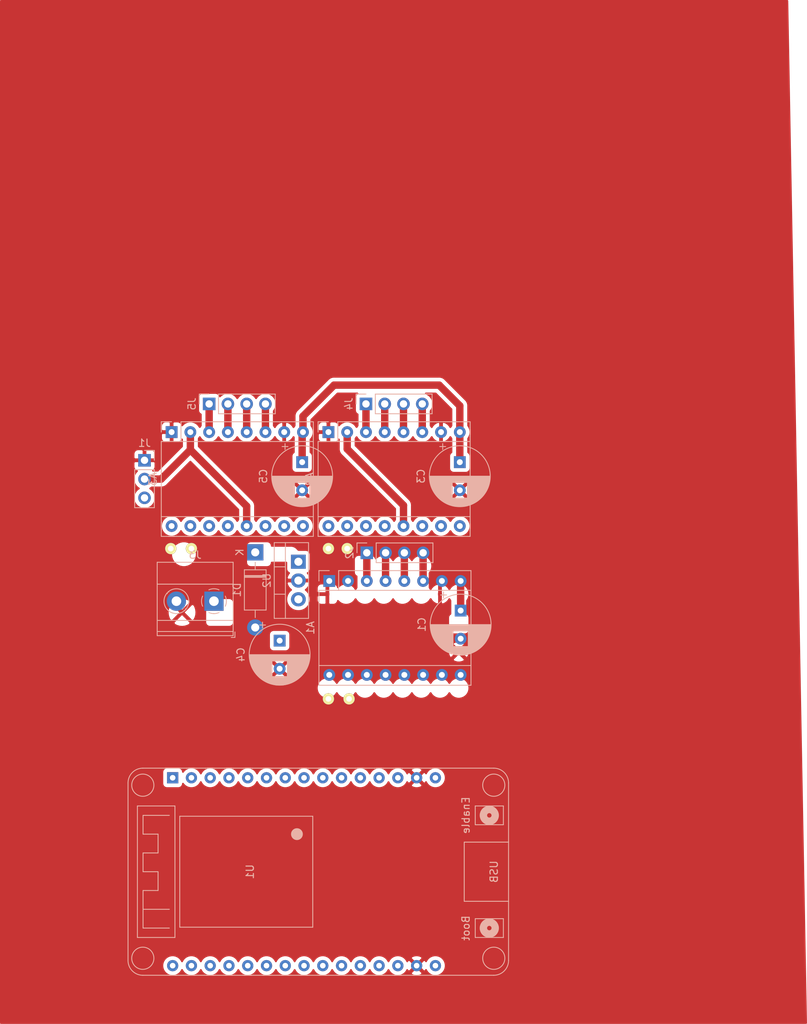
<source format=kicad_pcb>
(kicad_pcb (version 20171130) (host pcbnew 5.1.6-c6e7f7d~87~ubuntu20.04.1)

  (general
    (thickness 1.6)
    (drawings 0)
    (tracks 29)
    (zones 0)
    (modules 21)
    (nets 47)
  )

  (page A4)
  (layers
    (0 F.Cu signal)
    (31 B.Cu signal)
    (32 B.Adhes user)
    (33 F.Adhes user)
    (34 B.Paste user)
    (35 F.Paste user)
    (36 B.SilkS user)
    (37 F.SilkS user)
    (38 B.Mask user)
    (39 F.Mask user)
    (40 Dwgs.User user)
    (41 Cmts.User user)
    (42 Eco1.User user)
    (43 Eco2.User user)
    (44 Edge.Cuts user)
    (45 Margin user)
    (46 B.CrtYd user)
    (47 F.CrtYd user)
    (48 B.Fab user)
    (49 F.Fab user)
  )

  (setup
    (last_trace_width 1)
    (user_trace_width 0.6)
    (user_trace_width 1)
    (user_trace_width 2)
    (trace_clearance 0.2)
    (zone_clearance 0.508)
    (zone_45_only no)
    (trace_min 0.2)
    (via_size 0.8)
    (via_drill 0.4)
    (via_min_size 0.4)
    (via_min_drill 0.3)
    (uvia_size 0.3)
    (uvia_drill 0.1)
    (uvias_allowed no)
    (uvia_min_size 0.2)
    (uvia_min_drill 0.1)
    (edge_width 0.05)
    (segment_width 0.2)
    (pcb_text_width 0.3)
    (pcb_text_size 1.5 1.5)
    (mod_edge_width 0.12)
    (mod_text_size 1 1)
    (mod_text_width 0.15)
    (pad_size 1.524 1.524)
    (pad_drill 0.762)
    (pad_to_mask_clearance 0.051)
    (solder_mask_min_width 0.25)
    (aux_axis_origin 0 0)
    (visible_elements FFFFFF7F)
    (pcbplotparams
      (layerselection 0x010fc_ffffffff)
      (usegerberextensions false)
      (usegerberattributes false)
      (usegerberadvancedattributes false)
      (creategerberjobfile false)
      (excludeedgelayer true)
      (linewidth 0.100000)
      (plotframeref false)
      (viasonmask false)
      (mode 1)
      (useauxorigin false)
      (hpglpennumber 1)
      (hpglpenspeed 20)
      (hpglpendiameter 15.000000)
      (psnegative false)
      (psa4output false)
      (plotreference true)
      (plotvalue true)
      (plotinvisibletext false)
      (padsonsilk false)
      (subtractmaskfromsilk false)
      (outputformat 1)
      (mirror false)
      (drillshape 1)
      (scaleselection 1)
      (outputdirectory ""))
  )

  (net 0 "")
  (net 1 GND)
  (net 2 "Net-(A1-Pad13)")
  (net 3 ENABLE)
  (net 4 +5V)
  (net 5 "Net-(A1-Pad4)")
  (net 6 "Net-(A1-Pad3)")
  (net 7 "Net-(A2-Pad13)")
  (net 8 "Net-(A2-Pad6)")
  (net 9 "Net-(A2-Pad5)")
  (net 10 "Net-(A2-Pad4)")
  (net 11 "Net-(A2-Pad3)")
  (net 12 "Net-(A3-Pad13)")
  (net 13 "Net-(A3-Pad6)")
  (net 14 "Net-(A3-Pad5)")
  (net 15 "Net-(A3-Pad4)")
  (net 16 "Net-(A3-Pad3)")
  (net 17 A_DIR)
  (net 18 +12V)
  (net 19 A_STEP)
  (net 20 "Net-(A1-Pad6)")
  (net 21 "Net-(A1-Pad5)")
  (net 22 B_DIR)
  (net 23 B_STEP)
  (net 24 C_DIR)
  (net 25 C_STEP)
  (net 26 "Net-(D1-Pad2)")
  (net 27 SERVO_Z)
  (net 28 "Net-(U1-Pad1)")
  (net 29 "Net-(U1-Pad2)")
  (net 30 "Net-(U1-Pad3)")
  (net 31 "Net-(U1-Pad4)")
  (net 32 "Net-(U1-Pad5)")
  (net 33 "Net-(U1-Pad8)")
  (net 34 "Net-(U1-Pad16)")
  (net 35 "Net-(U1-Pad19)")
  (net 36 "Net-(U1-Pad20)")
  (net 37 "Net-(U1-Pad21)")
  (net 38 "Net-(U1-Pad22)")
  (net 39 "Net-(U1-Pad23)")
  (net 40 "Net-(U1-Pad24)")
  (net 41 "Net-(U1-Pad25)")
  (net 42 "Net-(U1-Pad26)")
  (net 43 "Net-(U1-Pad27)")
  (net 44 "Net-(U1-Pad28)")
  (net 45 "Net-(U1-Pad29)")
  (net 46 "Net-(U1-Pad30)")

  (net_class Default "This is the default net class."
    (clearance 0.2)
    (trace_width 0.25)
    (via_dia 0.8)
    (via_drill 0.4)
    (uvia_dia 0.3)
    (uvia_drill 0.1)
    (add_net +12V)
    (add_net +5V)
    (add_net A_DIR)
    (add_net A_STEP)
    (add_net B_DIR)
    (add_net B_STEP)
    (add_net C_DIR)
    (add_net C_STEP)
    (add_net ENABLE)
    (add_net GND)
    (add_net "Net-(A1-Pad13)")
    (add_net "Net-(A1-Pad3)")
    (add_net "Net-(A1-Pad4)")
    (add_net "Net-(A1-Pad5)")
    (add_net "Net-(A1-Pad6)")
    (add_net "Net-(A2-Pad13)")
    (add_net "Net-(A2-Pad3)")
    (add_net "Net-(A2-Pad4)")
    (add_net "Net-(A2-Pad5)")
    (add_net "Net-(A2-Pad6)")
    (add_net "Net-(A3-Pad13)")
    (add_net "Net-(A3-Pad3)")
    (add_net "Net-(A3-Pad4)")
    (add_net "Net-(A3-Pad5)")
    (add_net "Net-(A3-Pad6)")
    (add_net "Net-(D1-Pad2)")
    (add_net "Net-(U1-Pad1)")
    (add_net "Net-(U1-Pad16)")
    (add_net "Net-(U1-Pad19)")
    (add_net "Net-(U1-Pad2)")
    (add_net "Net-(U1-Pad20)")
    (add_net "Net-(U1-Pad21)")
    (add_net "Net-(U1-Pad22)")
    (add_net "Net-(U1-Pad23)")
    (add_net "Net-(U1-Pad24)")
    (add_net "Net-(U1-Pad25)")
    (add_net "Net-(U1-Pad26)")
    (add_net "Net-(U1-Pad27)")
    (add_net "Net-(U1-Pad28)")
    (add_net "Net-(U1-Pad29)")
    (add_net "Net-(U1-Pad3)")
    (add_net "Net-(U1-Pad30)")
    (add_net "Net-(U1-Pad4)")
    (add_net "Net-(U1-Pad5)")
    (add_net "Net-(U1-Pad8)")
    (add_net SERVO_Z)
  )

  (module cnc-shield:Bridge (layer F.Cu) (tedit 567068C3) (tstamp 5F81065F)
    (at 84.074 104.648)
    (fp_text reference "" (at 0 2.54) (layer F.SilkS)
      (effects (font (size 1 1) (thickness 0.15)))
    )
    (fp_text value Bridge (at 0 -2.54) (layer F.Fab)
      (effects (font (size 1 1) (thickness 0.15)))
    )
    (pad 1 thru_hole circle (at 0 0) (size 1.524 1.524) (drill 0.762) (layers *.Cu *.Mask F.SilkS))
  )

  (module cnc-shield:Bridge (layer F.Cu) (tedit 567068C3) (tstamp 5F81065F)
    (at 81.28 104.648)
    (fp_text reference "" (at 0 2.54) (layer F.SilkS)
      (effects (font (size 1 1) (thickness 0.15)))
    )
    (fp_text value Bridge (at 0 -2.54) (layer F.Fab)
      (effects (font (size 1 1) (thickness 0.15)))
    )
    (pad 1 thru_hole circle (at 0 0) (size 1.524 1.524) (drill 0.762) (layers *.Cu *.Mask F.SilkS))
  )

  (module cnc-shield:Bridge (layer F.Cu) (tedit 567068C3) (tstamp 5F81065F)
    (at 83.82 84.328)
    (fp_text reference "" (at 0 2.54) (layer F.SilkS)
      (effects (font (size 1 1) (thickness 0.15)))
    )
    (fp_text value Bridge (at 0 -2.54) (layer F.Fab)
      (effects (font (size 1 1) (thickness 0.15)))
    )
    (pad 1 thru_hole circle (at 0 0) (size 1.524 1.524) (drill 0.762) (layers *.Cu *.Mask F.SilkS))
  )

  (module cnc-shield:Bridge (layer F.Cu) (tedit 567068C3) (tstamp 5F81065F)
    (at 81.28 84.328)
    (fp_text reference "" (at 0 2.54) (layer F.SilkS)
      (effects (font (size 1 1) (thickness 0.15)))
    )
    (fp_text value Bridge (at 0 -2.54) (layer F.Fab)
      (effects (font (size 1 1) (thickness 0.15)))
    )
    (pad 1 thru_hole circle (at 0 0) (size 1.524 1.524) (drill 0.762) (layers *.Cu *.Mask F.SilkS))
  )

  (module cnc-shield:Bridge (layer F.Cu) (tedit 567068C3) (tstamp 5F81065F)
    (at 62.738 84.328)
    (fp_text reference "" (at 0 2.54) (layer F.SilkS)
      (effects (font (size 1 1) (thickness 0.15)))
    )
    (fp_text value Bridge (at 0 -2.54) (layer F.Fab)
      (effects (font (size 1 1) (thickness 0.15)))
    )
    (pad 1 thru_hole circle (at 0 0) (size 1.524 1.524) (drill 0.762) (layers *.Cu *.Mask F.SilkS))
  )

  (module cnc-shield:Bridge (layer F.Cu) (tedit 567068C3) (tstamp 5F810659)
    (at 59.944 84.328)
    (fp_text reference "" (at 0 2.54) (layer F.SilkS)
      (effects (font (size 1 1) (thickness 0.15)))
    )
    (fp_text value Bridge (at 0 -2.54) (layer F.Fab)
      (effects (font (size 1 1) (thickness 0.15)))
    )
    (pad 1 thru_hole circle (at 0 0) (size 1.524 1.524) (drill 0.762) (layers *.Cu *.Mask F.SilkS))
  )

  (module Package_TO_SOT_THT:TO-220-3_Vertical (layer B.Cu) (tedit 5AC8BA0D) (tstamp 5F811E8B)
    (at 77.216 86.106 270)
    (descr "TO-220-3, Vertical, RM 2.54mm, see https://www.vishay.com/docs/66542/to-220-1.pdf")
    (tags "TO-220-3 Vertical RM 2.54mm")
    (path /5F8B36C7)
    (fp_text reference U2 (at 2.54 4.27 90) (layer B.SilkS)
      (effects (font (size 1 1) (thickness 0.15)) (justify mirror))
    )
    (fp_text value LM7805_TO220 (at 2.54 -2.5 90) (layer B.Fab)
      (effects (font (size 1 1) (thickness 0.15)) (justify mirror))
    )
    (fp_line (start -2.46 3.15) (end -2.46 -1.25) (layer B.Fab) (width 0.1))
    (fp_line (start -2.46 -1.25) (end 7.54 -1.25) (layer B.Fab) (width 0.1))
    (fp_line (start 7.54 -1.25) (end 7.54 3.15) (layer B.Fab) (width 0.1))
    (fp_line (start 7.54 3.15) (end -2.46 3.15) (layer B.Fab) (width 0.1))
    (fp_line (start -2.46 1.88) (end 7.54 1.88) (layer B.Fab) (width 0.1))
    (fp_line (start 0.69 3.15) (end 0.69 1.88) (layer B.Fab) (width 0.1))
    (fp_line (start 4.39 3.15) (end 4.39 1.88) (layer B.Fab) (width 0.1))
    (fp_line (start -2.58 3.27) (end 7.66 3.27) (layer B.SilkS) (width 0.12))
    (fp_line (start -2.58 -1.371) (end 7.66 -1.371) (layer B.SilkS) (width 0.12))
    (fp_line (start -2.58 3.27) (end -2.58 -1.371) (layer B.SilkS) (width 0.12))
    (fp_line (start 7.66 3.27) (end 7.66 -1.371) (layer B.SilkS) (width 0.12))
    (fp_line (start -2.58 1.76) (end 7.66 1.76) (layer B.SilkS) (width 0.12))
    (fp_line (start 0.69 3.27) (end 0.69 1.76) (layer B.SilkS) (width 0.12))
    (fp_line (start 4.391 3.27) (end 4.391 1.76) (layer B.SilkS) (width 0.12))
    (fp_line (start -2.71 3.4) (end -2.71 -1.51) (layer B.CrtYd) (width 0.05))
    (fp_line (start -2.71 -1.51) (end 7.79 -1.51) (layer B.CrtYd) (width 0.05))
    (fp_line (start 7.79 -1.51) (end 7.79 3.4) (layer B.CrtYd) (width 0.05))
    (fp_line (start 7.79 3.4) (end -2.71 3.4) (layer B.CrtYd) (width 0.05))
    (fp_text user %R (at 2.54 4.27 90) (layer B.Fab)
      (effects (font (size 1 1) (thickness 0.15)) (justify mirror))
    )
    (pad 3 thru_hole oval (at 5.08 0 270) (size 1.905 2) (drill 1.1) (layers *.Cu *.Mask)
      (net 4 +5V))
    (pad 2 thru_hole oval (at 2.54 0 270) (size 1.905 2) (drill 1.1) (layers *.Cu *.Mask)
      (net 1 GND))
    (pad 1 thru_hole rect (at 0 0 270) (size 1.905 2) (drill 1.1) (layers *.Cu *.Mask)
      (net 18 +12V))
    (model ${KISYS3DMOD}/Package_TO_SOT_THT.3dshapes/TO-220-3_Vertical.wrl
      (at (xyz 0 0 0))
      (scale (xyz 1 1 1))
      (rotate (xyz 0 0 0))
    )
  )

  (module cnc-shield:esp32_devkit_v1_doit (layer B.Cu) (tedit 5F4BBE44) (tstamp 5F80B860)
    (at 60.198 128.016 270)
    (descr "ESPWROOM32, ESP32, 30 GPIOs version")
    (path /5F87D214)
    (attr smd)
    (fp_text reference U1 (at 0 -10.47 270) (layer B.SilkS)
      (effects (font (size 1 1) (thickness 0.15)) (justify mirror))
    )
    (fp_text value ESP32_DevKit_V1_DOIT-esp32_devkit (at 0 -8.7 270) (layer B.Fab)
      (effects (font (size 1 1) (thickness 0.15)) (justify mirror))
    )
    (fp_circle (center -11.7 4.04) (end -10.2 4.04) (layer B.SilkS) (width 0.12))
    (fp_circle (center 11.7 4.04) (end 13.2 4.04) (layer B.SilkS) (width 0.12))
    (fp_line (start 14 -43.46) (end 14 4.04) (layer B.SilkS) (width 0.12))
    (fp_line (start -14 4.04) (end -14 -43.46) (layer B.SilkS) (width 0.12))
    (fp_line (start -12 -45.46) (end 12 -45.46) (layer B.SilkS) (width 0.12))
    (fp_line (start -12 6.04) (end 12 6.04) (layer B.SilkS) (width 0.12))
    (fp_circle (center -11.7 -43.46) (end -10.2 -43.46) (layer B.SilkS) (width 0.12))
    (fp_circle (center 11.7 -43.46) (end 13.2 -43.46) (layer B.SilkS) (width 0.12))
    (fp_line (start -4 -39.46) (end -4 -45.46) (layer B.SilkS) (width 0.12))
    (fp_line (start 4 -39.46) (end 4 -45.46) (layer B.SilkS) (width 0.12))
    (fp_line (start -4 -39.46) (end 4 -39.46) (layer B.SilkS) (width 0.12))
    (fp_line (start -8.89 4.77) (end 8.89 4.77) (layer B.SilkS) (width 0.12))
    (fp_line (start 8.89 4.77) (end 8.89 -0.31) (layer B.SilkS) (width 0.12))
    (fp_line (start 8.89 -0.31) (end -8.89 -0.31) (layer B.SilkS) (width 0.12))
    (fp_line (start -8.89 -0.31) (end -8.89 4.77) (layer B.SilkS) (width 0.12))
    (fp_line (start -7.62 0.452) (end -7.62 4.008) (layer B.SilkS) (width 0.12))
    (fp_line (start -7.62 4.008) (end -5.08 4.008) (layer B.SilkS) (width 0.12))
    (fp_line (start -5.08 4.008) (end -5.08 1.976) (layer B.SilkS) (width 0.12))
    (fp_line (start -5.08 1.976) (end -2.54 1.976) (layer B.SilkS) (width 0.12))
    (fp_line (start -2.54 1.976) (end -2.54 4.008) (layer B.SilkS) (width 0.12))
    (fp_line (start -2.54 4.008) (end 0 4.008) (layer B.SilkS) (width 0.12))
    (fp_line (start 0 4.008) (end 0 1.976) (layer B.SilkS) (width 0.12))
    (fp_line (start 0 1.976) (end 2.54 1.976) (layer B.SilkS) (width 0.12))
    (fp_line (start 2.54 1.976) (end 2.54 4.008) (layer B.SilkS) (width 0.12))
    (fp_line (start 2.54 4.008) (end 7.62 4.008) (layer B.SilkS) (width 0.12))
    (fp_line (start 7.62 4.008) (end 7.62 0.452) (layer B.SilkS) (width 0.12))
    (fp_line (start 5.08 4.008) (end 5.08 0.452) (layer B.SilkS) (width 0.12))
    (fp_line (start -7.5 -0.96) (end 7.5 -0.96) (layer B.SilkS) (width 0.12))
    (fp_line (start 7.5 -0.96) (end 7.5 -18.96) (layer B.SilkS) (width 0.12))
    (fp_line (start 7.5 -18.96) (end -7.5 -18.96) (layer B.SilkS) (width 0.12))
    (fp_line (start -7.5 -18.96) (end -7.5 -0.96) (layer B.SilkS) (width 0.12))
    (fp_circle (center -5.08 -16.82) (end -4.68 -16.82) (layer B.SilkS) (width 0.8))
    (fp_line (start 6.35 -40.95) (end 8.89 -40.95) (layer B.SilkS) (width 0.12))
    (fp_line (start 8.89 -40.95) (end 8.89 -44.76) (layer B.SilkS) (width 0.12))
    (fp_line (start 8.89 -44.76) (end 6.35 -44.76) (layer B.SilkS) (width 0.12))
    (fp_line (start 6.35 -44.76) (end 6.35 -40.95) (layer B.SilkS) (width 0.12))
    (fp_line (start -6.35 -44.76) (end -8.89 -44.76) (layer B.SilkS) (width 0.12))
    (fp_line (start -8.89 -44.76) (end -8.89 -40.95) (layer B.SilkS) (width 0.12))
    (fp_line (start -8.89 -40.95) (end -6.35 -40.95) (layer B.SilkS) (width 0.12))
    (fp_line (start -6.35 -40.95) (end -6.35 -44.76) (layer B.SilkS) (width 0.12))
    (fp_circle (center -7.62 -42.855) (end -7.32 -42.855) (layer B.SilkS) (width 1))
    (fp_circle (center 7.62 -42.855) (end 7.92 -42.855) (layer B.SilkS) (width 1))
    (fp_text user USB (at 0 -43.49 270) (layer B.SilkS)
      (effects (font (size 1 1) (thickness 0.15)) (justify mirror))
    )
    (fp_text user Boot (at 7.62 -39.68 270) (layer B.SilkS)
      (effects (font (size 1 1) (thickness 0.15)) (justify mirror))
    )
    (fp_text user Enable (at -7.62 -39.68 270) (layer B.SilkS)
      (effects (font (size 1 1) (thickness 0.15)) (justify mirror))
    )
    (fp_arc (start 12 4.04) (end 14 4.04) (angle 90) (layer B.SilkS) (width 0.12))
    (fp_arc (start -12 4.04) (end -12 6.04) (angle 90) (layer B.SilkS) (width 0.12))
    (fp_arc (start -12 -43.46) (end -14 -43.46) (angle 90) (layer B.SilkS) (width 0.12))
    (fp_arc (start 12 -43.46) (end 12 -45.46) (angle 90) (layer B.SilkS) (width 0.12))
    (pad 1 thru_hole rect (at -12.7 0 270) (size 1.524 1.524) (drill 0.762) (layers *.Cu *.Mask)
      (net 28 "Net-(U1-Pad1)"))
    (pad 2 thru_hole circle (at -12.7 -2.54 270) (size 1.524 1.524) (drill 0.762) (layers *.Cu *.Mask)
      (net 29 "Net-(U1-Pad2)"))
    (pad 3 thru_hole circle (at -12.7 -5.08 270) (size 1.524 1.524) (drill 0.762) (layers *.Cu *.Mask)
      (net 30 "Net-(U1-Pad3)"))
    (pad 4 thru_hole circle (at -12.7 -7.62 270) (size 1.524 1.524) (drill 0.762) (layers *.Cu *.Mask)
      (net 31 "Net-(U1-Pad4)"))
    (pad 5 thru_hole circle (at -12.7 -10.16 270) (size 1.524 1.524) (drill 0.762) (layers *.Cu *.Mask)
      (net 32 "Net-(U1-Pad5)"))
    (pad 6 thru_hole circle (at -12.7 -12.7 270) (size 1.524 1.524) (drill 0.762) (layers *.Cu *.Mask)
      (net 27 SERVO_Z))
    (pad 7 thru_hole circle (at -12.7 -15.24 270) (size 1.524 1.524) (drill 0.762) (layers *.Cu *.Mask)
      (net 24 C_DIR))
    (pad 8 thru_hole circle (at -12.7 -17.78 270) (size 1.524 1.524) (drill 0.762) (layers *.Cu *.Mask)
      (net 33 "Net-(U1-Pad8)"))
    (pad 9 thru_hole circle (at -12.7 -20.32 270) (size 1.524 1.524) (drill 0.762) (layers *.Cu *.Mask)
      (net 23 B_STEP))
    (pad 10 thru_hole circle (at -12.7 -22.86 270) (size 1.524 1.524) (drill 0.762) (layers *.Cu *.Mask)
      (net 25 C_STEP))
    (pad 11 thru_hole circle (at -12.7 -25.4 270) (size 1.524 1.524) (drill 0.762) (layers *.Cu *.Mask)
      (net 17 A_DIR))
    (pad 12 thru_hole circle (at -12.7 -27.94 270) (size 1.524 1.524) (drill 0.762) (layers *.Cu *.Mask)
      (net 19 A_STEP))
    (pad 13 thru_hole circle (at -12.7 -30.48 270) (size 1.524 1.524) (drill 0.762) (layers *.Cu *.Mask)
      (net 3 ENABLE))
    (pad 14 thru_hole circle (at -12.7 -33.02 270) (size 1.524 1.524) (drill 0.762) (layers *.Cu *.Mask)
      (net 1 GND))
    (pad 15 thru_hole circle (at -12.7 -35.56 270) (size 1.524 1.524) (drill 0.762) (layers *.Cu *.Mask)
      (net 4 +5V))
    (pad 16 thru_hole circle (at 12.7 -35.56 270) (size 1.524 1.524) (drill 0.762) (layers *.Cu *.Mask)
      (net 34 "Net-(U1-Pad16)"))
    (pad 17 thru_hole circle (at 12.7 -33.02 270) (size 1.524 1.524) (drill 0.762) (layers *.Cu *.Mask)
      (net 1 GND))
    (pad 18 thru_hole circle (at 12.7 -30.48 270) (size 1.524 1.524) (drill 0.762) (layers *.Cu *.Mask)
      (net 22 B_DIR))
    (pad 19 thru_hole circle (at 12.7 -27.94 270) (size 1.524 1.524) (drill 0.762) (layers *.Cu *.Mask)
      (net 35 "Net-(U1-Pad19)"))
    (pad 20 thru_hole circle (at 12.7 -25.4 270) (size 1.524 1.524) (drill 0.762) (layers *.Cu *.Mask)
      (net 36 "Net-(U1-Pad20)"))
    (pad 21 thru_hole circle (at 12.7 -22.86 270) (size 1.524 1.524) (drill 0.762) (layers *.Cu *.Mask)
      (net 37 "Net-(U1-Pad21)"))
    (pad 22 thru_hole circle (at 12.7 -20.32 270) (size 1.524 1.524) (drill 0.762) (layers *.Cu *.Mask)
      (net 38 "Net-(U1-Pad22)"))
    (pad 23 thru_hole circle (at 12.7 -17.78 270) (size 1.524 1.524) (drill 0.762) (layers *.Cu *.Mask)
      (net 39 "Net-(U1-Pad23)"))
    (pad 24 thru_hole circle (at 12.7 -15.24 270) (size 1.524 1.524) (drill 0.762) (layers *.Cu *.Mask)
      (net 40 "Net-(U1-Pad24)"))
    (pad 25 thru_hole circle (at 12.7 -12.7 270) (size 1.524 1.524) (drill 0.762) (layers *.Cu *.Mask)
      (net 41 "Net-(U1-Pad25)"))
    (pad 26 thru_hole circle (at 12.7 -10.16 270) (size 1.524 1.524) (drill 0.762) (layers *.Cu *.Mask)
      (net 42 "Net-(U1-Pad26)"))
    (pad 27 thru_hole circle (at 12.7 -7.62 270) (size 1.524 1.524) (drill 0.762) (layers *.Cu *.Mask)
      (net 43 "Net-(U1-Pad27)"))
    (pad 28 thru_hole circle (at 12.7 -5.08 270) (size 1.524 1.524) (drill 0.762) (layers *.Cu *.Mask)
      (net 44 "Net-(U1-Pad28)"))
    (pad 29 thru_hole circle (at 12.7 -2.54 270) (size 1.524 1.524) (drill 0.762) (layers *.Cu *.Mask)
      (net 45 "Net-(U1-Pad29)"))
    (pad 30 thru_hole circle (at 12.7 0 270) (size 1.524 1.524) (drill 0.762) (layers *.Cu *.Mask)
      (net 46 "Net-(U1-Pad30)"))
    (model ${KISYS3DMOD}/Button_Switch_SMD.3dshapes/SW_SPST_B3U-1000P-B.wrl
      (offset (xyz 7.5 -43 4))
      (scale (xyz 1 1 1))
      (rotate (xyz 0 0 90))
    )
    (model ${KISYS3DMOD}/Button_Switch_SMD.3dshapes/SW_SPST_B3U-1000P-B.wrl
      (offset (xyz -7.5 -43 4))
      (scale (xyz 1 1 1))
      (rotate (xyz 0 0 90))
    )
    (model ${KISYS3DMOD}/Connector_PinHeader_2.54mm.3dshapes/PinHeader_1x15_P2.54mm_Vertical.wrl
      (offset (xyz -12.7 0 2.5))
      (scale (xyz 1 1 1))
      (rotate (xyz 0 180 0))
    )
    (model ${KISYS3DMOD}/Connector_PinHeader_2.54mm.3dshapes/PinHeader_1x15_P2.54mm_Vertical.wrl
      (offset (xyz 12.7 0 2.5))
      (scale (xyz 1 1 1))
      (rotate (xyz 0 180 0))
    )
    (model ${VL_PACKAGES3D}/esp32_devkit_v1_doit.3dshapes/esp32_devkit_v1_doit.step
      (offset (xyz -12.7 0 2.5))
      (scale (xyz 1 1 1))
      (rotate (xyz 0 0 0))
    )
    (model ${KISYS3DMOD}/Connector_USB.3dshapes/USB_Micro-B_Molex_47346-0001.wrl
      (offset (xyz 0 -42 4))
      (scale (xyz 1 1 1))
      (rotate (xyz 0 0 0))
    )
    (model ${KISYS3DMOD}/LED_SMD.3dshapes/LED_1206_3216Metric.wrl
      (offset (xyz -6 -23 4))
      (scale (xyz 1 1 1))
      (rotate (xyz 0 0 -90))
    )
    (model ${KISYS3DMOD}/LED_SMD.3dshapes/LED_1206_3216Metric.wrl
      (offset (xyz 6 -23 4))
      (scale (xyz 1 1 1))
      (rotate (xyz 0 0 -90))
    )
    (model ${KISYS3DMOD}/Capacitor_Tantalum_SMD.3dshapes/CP_EIA-2012-15_AVX-P.wrl
      (offset (xyz -6.5 -27.5 4))
      (scale (xyz 1 1 1))
      (rotate (xyz 0 0 0))
    )
    (model ${KISYS3DMOD}/Package_TO_SOT_SMD.3dshapes/SOT-223.wrl
      (offset (xyz -6 -33 4))
      (scale (xyz 1 1 1))
      (rotate (xyz 0 0 -180))
    )
    (model ${KISYS3DMOD}/Resistor_SMD.3dshapes/R_0603_1608Metric.wrl
      (offset (xyz -7 -38.5 4))
      (scale (xyz 1 1 1))
      (rotate (xyz 0 0 0))
    )
    (model ${KISYS3DMOD}/Resistor_SMD.3dshapes/R_0603_1608Metric.wrl
      (offset (xyz 8.5 -38.5 4))
      (scale (xyz 1 1 1))
      (rotate (xyz 0 0 0))
    )
    (model ${KISYS3DMOD}/Resistor_SMD.3dshapes/R_0603_1608Metric.wrl
      (offset (xyz 5.5 -38.5 4))
      (scale (xyz 1 1 1))
      (rotate (xyz 0 0 0))
    )
    (model ${KISYS3DMOD}/Package_TO_SOT_SMD.3dshapes/SOT-23.wrl
      (offset (xyz -0.5 -27.5 4))
      (scale (xyz 1 1 1))
      (rotate (xyz 0 0 0))
    )
    (model ${KISYS3DMOD}/Package_TO_SOT_SMD.3dshapes/SOT-23.wrl
      (offset (xyz 6 -27.5 4))
      (scale (xyz 1 1 1))
      (rotate (xyz 0 0 -180))
    )
    (model ${KISYS3DMOD}/Resistor_SMD.3dshapes/R_0603_1608Metric.wrl
      (offset (xyz 9 -27.5 4))
      (scale (xyz 1 1 1))
      (rotate (xyz 0 0 90))
    )
    (model ${KISYS3DMOD}/Resistor_SMD.3dshapes/R_0603_1608Metric.wrl
      (offset (xyz -3.5 -27.5 4))
      (scale (xyz 1 1 1))
      (rotate (xyz 0 0 90))
    )
    (model ${KISYS3DMOD}/Capacitor_SMD.3dshapes/C_0603_1608Metric.wrl
      (offset (xyz -0.5 -38.5 4))
      (scale (xyz 1 1 1))
      (rotate (xyz 0 0 0))
    )
    (model ${KISYS3DMOD}/Diode_SMD.3dshapes/D_0603_1608Metric.wrl
      (offset (xyz -3 -38.5 4))
      (scale (xyz 1 1 1))
      (rotate (xyz 0 0 0))
    )
    (model ${KISYS3DMOD}/Resistor_SMD.3dshapes/R_0603_1608Metric.wrl
      (offset (xyz -3 -23 4))
      (scale (xyz 1 1 1))
      (rotate (xyz 0 0 90))
    )
    (model ${KISYS3DMOD}/Resistor_SMD.3dshapes/R_0603_1608Metric.wrl
      (offset (xyz -1.5 -23 4))
      (scale (xyz 1 1 1))
      (rotate (xyz 0 0 90))
    )
    (model ${KISYS3DMOD}/Resistor_SMD.3dshapes/R_0603_1608Metric.wrl
      (offset (xyz 0 -23 4))
      (scale (xyz 1 1 1))
      (rotate (xyz 0 0 90))
    )
    (model ${KISYS3DMOD}/Resistor_SMD.3dshapes/R_0603_1608Metric.wrl
      (offset (xyz 1.5 -23 4))
      (scale (xyz 1 1 1))
      (rotate (xyz 0 0 90))
    )
    (model ${KISYS3DMOD}/Resistor_SMD.3dshapes/R_0603_1608Metric.wrl
      (offset (xyz 3 -23 4))
      (scale (xyz 1 1 1))
      (rotate (xyz 0 0 90))
    )
    (model ${KISYS3DMOD}/Package_DFN_QFN.3dshapes/QFN-28-1EP_5x5mm_P0.5mm_EP3.35x3.35mm.wrl
      (offset (xyz 7 -33.5 4))
      (scale (xyz 1 1 1))
      (rotate (xyz 0 0 0))
    )
    (model ${KISYS3DMOD}/Resistor_SMD.3dshapes/R_0603_1608Metric.wrl
      (offset (xyz 8.5 -22 4))
      (scale (xyz 1 1 1))
      (rotate (xyz 0 0 0))
    )
    (model ${KISYS3DMOD}/Resistor_SMD.3dshapes/R_0603_1608Metric.wrl
      (offset (xyz 8.5 -24 4))
      (scale (xyz 1 1 1))
      (rotate (xyz 0 0 0))
    )
    (model ${KISYS3DMOD}/Capacitor_SMD.3dshapes/C_0603_1608Metric.wrl
      (offset (xyz -8.5 -22 4))
      (scale (xyz 1 1 1))
      (rotate (xyz 0 0 0))
    )
    (model ${KISYS3DMOD}/Capacitor_SMD.3dshapes/C_0603_1608Metric.wrl
      (offset (xyz -8.5 -24 4))
      (scale (xyz 1 1 1))
      (rotate (xyz 0 0 0))
    )
    (model ${KISYS3DMOD}/RF_Module.3dshapes/ESP32-WROOM-32.wrl
      (offset (xyz 0 -10 4))
      (scale (xyz 1 1 1))
      (rotate (xyz 0 0 0))
    )
  )

  (module Connector_PinHeader_2.54mm:PinHeader_1x04_P2.54mm_Vertical (layer B.Cu) (tedit 59FED5CC) (tstamp 5F814F33)
    (at 65.135 64.77 270)
    (descr "Through hole straight pin header, 1x04, 2.54mm pitch, single row")
    (tags "Through hole pin header THT 1x04 2.54mm single row")
    (path /5F190FF2)
    (fp_text reference J5 (at 0 2.33 90) (layer B.SilkS)
      (effects (font (size 1 1) (thickness 0.15)) (justify mirror))
    )
    (fp_text value C_STEPPER (at 0 -9.95 90) (layer B.Fab)
      (effects (font (size 1 1) (thickness 0.15)) (justify mirror))
    )
    (fp_line (start -0.635 1.27) (end 1.27 1.27) (layer B.Fab) (width 0.1))
    (fp_line (start 1.27 1.27) (end 1.27 -8.89) (layer B.Fab) (width 0.1))
    (fp_line (start 1.27 -8.89) (end -1.27 -8.89) (layer B.Fab) (width 0.1))
    (fp_line (start -1.27 -8.89) (end -1.27 0.635) (layer B.Fab) (width 0.1))
    (fp_line (start -1.27 0.635) (end -0.635 1.27) (layer B.Fab) (width 0.1))
    (fp_line (start -1.33 -8.95) (end 1.33 -8.95) (layer B.SilkS) (width 0.12))
    (fp_line (start -1.33 -1.27) (end -1.33 -8.95) (layer B.SilkS) (width 0.12))
    (fp_line (start 1.33 -1.27) (end 1.33 -8.95) (layer B.SilkS) (width 0.12))
    (fp_line (start -1.33 -1.27) (end 1.33 -1.27) (layer B.SilkS) (width 0.12))
    (fp_line (start -1.33 0) (end -1.33 1.33) (layer B.SilkS) (width 0.12))
    (fp_line (start -1.33 1.33) (end 0 1.33) (layer B.SilkS) (width 0.12))
    (fp_line (start -1.8 1.8) (end -1.8 -9.4) (layer B.CrtYd) (width 0.05))
    (fp_line (start -1.8 -9.4) (end 1.8 -9.4) (layer B.CrtYd) (width 0.05))
    (fp_line (start 1.8 -9.4) (end 1.8 1.8) (layer B.CrtYd) (width 0.05))
    (fp_line (start 1.8 1.8) (end -1.8 1.8) (layer B.CrtYd) (width 0.05))
    (fp_text user %R (at 0 -3.81 180) (layer B.Fab)
      (effects (font (size 1 1) (thickness 0.15)) (justify mirror))
    )
    (pad 4 thru_hole oval (at 0 -7.62 270) (size 1.7 1.7) (drill 1) (layers *.Cu *.Mask)
      (net 13 "Net-(A3-Pad6)"))
    (pad 3 thru_hole oval (at 0 -5.08 270) (size 1.7 1.7) (drill 1) (layers *.Cu *.Mask)
      (net 14 "Net-(A3-Pad5)"))
    (pad 2 thru_hole oval (at 0 -2.54 270) (size 1.7 1.7) (drill 1) (layers *.Cu *.Mask)
      (net 15 "Net-(A3-Pad4)"))
    (pad 1 thru_hole rect (at 0 0 270) (size 1.7 1.7) (drill 1) (layers *.Cu *.Mask)
      (net 16 "Net-(A3-Pad3)"))
    (model ${KISYS3DMOD}/Connector_PinHeader_2.54mm.3dshapes/PinHeader_1x04_P2.54mm_Vertical.wrl
      (at (xyz 0 0 0))
      (scale (xyz 1 1 1))
      (rotate (xyz 0 0 0))
    )
  )

  (module Connector_PinHeader_2.54mm:PinHeader_1x04_P2.54mm_Vertical (layer B.Cu) (tedit 59FED5CC) (tstamp 5F811E06)
    (at 86.36 64.77 270)
    (descr "Through hole straight pin header, 1x04, 2.54mm pitch, single row")
    (tags "Through hole pin header THT 1x04 2.54mm single row")
    (path /5F187D9D)
    (fp_text reference J4 (at 0 2.33 90) (layer B.SilkS)
      (effects (font (size 1 1) (thickness 0.15)) (justify mirror))
    )
    (fp_text value B_STEPPER (at 0 -9.95 90) (layer B.Fab)
      (effects (font (size 1 1) (thickness 0.15)) (justify mirror))
    )
    (fp_line (start -0.635 1.27) (end 1.27 1.27) (layer B.Fab) (width 0.1))
    (fp_line (start 1.27 1.27) (end 1.27 -8.89) (layer B.Fab) (width 0.1))
    (fp_line (start 1.27 -8.89) (end -1.27 -8.89) (layer B.Fab) (width 0.1))
    (fp_line (start -1.27 -8.89) (end -1.27 0.635) (layer B.Fab) (width 0.1))
    (fp_line (start -1.27 0.635) (end -0.635 1.27) (layer B.Fab) (width 0.1))
    (fp_line (start -1.33 -8.95) (end 1.33 -8.95) (layer B.SilkS) (width 0.12))
    (fp_line (start -1.33 -1.27) (end -1.33 -8.95) (layer B.SilkS) (width 0.12))
    (fp_line (start 1.33 -1.27) (end 1.33 -8.95) (layer B.SilkS) (width 0.12))
    (fp_line (start -1.33 -1.27) (end 1.33 -1.27) (layer B.SilkS) (width 0.12))
    (fp_line (start -1.33 0) (end -1.33 1.33) (layer B.SilkS) (width 0.12))
    (fp_line (start -1.33 1.33) (end 0 1.33) (layer B.SilkS) (width 0.12))
    (fp_line (start -1.8 1.8) (end -1.8 -9.4) (layer B.CrtYd) (width 0.05))
    (fp_line (start -1.8 -9.4) (end 1.8 -9.4) (layer B.CrtYd) (width 0.05))
    (fp_line (start 1.8 -9.4) (end 1.8 1.8) (layer B.CrtYd) (width 0.05))
    (fp_line (start 1.8 1.8) (end -1.8 1.8) (layer B.CrtYd) (width 0.05))
    (fp_text user %R (at 0 -7.62 180) (layer B.Fab)
      (effects (font (size 1 1) (thickness 0.15)) (justify mirror))
    )
    (pad 4 thru_hole oval (at 0 -7.62 270) (size 1.7 1.7) (drill 1) (layers *.Cu *.Mask)
      (net 8 "Net-(A2-Pad6)"))
    (pad 3 thru_hole oval (at 0 -5.08 270) (size 1.7 1.7) (drill 1) (layers *.Cu *.Mask)
      (net 9 "Net-(A2-Pad5)"))
    (pad 2 thru_hole oval (at 0 -2.54 270) (size 1.7 1.7) (drill 1) (layers *.Cu *.Mask)
      (net 10 "Net-(A2-Pad4)"))
    (pad 1 thru_hole rect (at 0 0 270) (size 1.7 1.7) (drill 1) (layers *.Cu *.Mask)
      (net 11 "Net-(A2-Pad3)"))
    (model ${KISYS3DMOD}/Connector_PinHeader_2.54mm.3dshapes/PinHeader_1x04_P2.54mm_Vertical.wrl
      (at (xyz 0 0 0))
      (scale (xyz 1 1 1))
      (rotate (xyz 0 0 0))
    )
  )

  (module TerminalBlock_Phoenix:TerminalBlock_Phoenix_MKDS-1,5-2-5.08_1x02_P5.08mm_Horizontal (layer B.Cu) (tedit 5B294EBC) (tstamp 5F811DEE)
    (at 65.786 91.44 180)
    (descr "Terminal Block Phoenix MKDS-1,5-2-5.08, 2 pins, pitch 5.08mm, size 10.2x9.8mm^2, drill diamater 1.3mm, pad diameter 2.6mm, see http://www.farnell.com/datasheets/100425.pdf, script-generated using https://github.com/pointhi/kicad-footprint-generator/scripts/TerminalBlock_Phoenix")
    (tags "THT Terminal Block Phoenix MKDS-1,5-2-5.08 pitch 5.08mm size 10.2x9.8mm^2 drill 1.3mm pad 2.6mm")
    (path /5EFC1A0A)
    (fp_text reference J3 (at 2.54 6.26) (layer B.SilkS)
      (effects (font (size 1 1) (thickness 0.15)) (justify mirror))
    )
    (fp_text value 12V_BATTERY_SUPPLY (at 2.54 -5.66) (layer B.Fab)
      (effects (font (size 1 1) (thickness 0.15)) (justify mirror))
    )
    (fp_circle (center 0 0) (end 1.5 0) (layer B.Fab) (width 0.1))
    (fp_circle (center 5.08 0) (end 6.58 0) (layer B.Fab) (width 0.1))
    (fp_circle (center 5.08 0) (end 6.76 0) (layer B.SilkS) (width 0.12))
    (fp_line (start -2.54 5.2) (end 7.62 5.2) (layer B.Fab) (width 0.1))
    (fp_line (start 7.62 5.2) (end 7.62 -4.6) (layer B.Fab) (width 0.1))
    (fp_line (start 7.62 -4.6) (end -2.04 -4.6) (layer B.Fab) (width 0.1))
    (fp_line (start -2.04 -4.6) (end -2.54 -4.1) (layer B.Fab) (width 0.1))
    (fp_line (start -2.54 -4.1) (end -2.54 5.2) (layer B.Fab) (width 0.1))
    (fp_line (start -2.54 -4.1) (end 7.62 -4.1) (layer B.Fab) (width 0.1))
    (fp_line (start -2.6 -4.1) (end 7.68 -4.1) (layer B.SilkS) (width 0.12))
    (fp_line (start -2.54 -2.6) (end 7.62 -2.6) (layer B.Fab) (width 0.1))
    (fp_line (start -2.6 -2.6) (end 7.68 -2.6) (layer B.SilkS) (width 0.12))
    (fp_line (start -2.54 2.3) (end 7.62 2.3) (layer B.Fab) (width 0.1))
    (fp_line (start -2.6 2.301) (end 7.68 2.301) (layer B.SilkS) (width 0.12))
    (fp_line (start -2.6 5.261) (end 7.68 5.261) (layer B.SilkS) (width 0.12))
    (fp_line (start -2.6 -4.66) (end 7.68 -4.66) (layer B.SilkS) (width 0.12))
    (fp_line (start -2.6 5.261) (end -2.6 -4.66) (layer B.SilkS) (width 0.12))
    (fp_line (start 7.68 5.261) (end 7.68 -4.66) (layer B.SilkS) (width 0.12))
    (fp_line (start 1.138 0.955) (end -0.955 -1.138) (layer B.Fab) (width 0.1))
    (fp_line (start 0.955 1.138) (end -1.138 -0.955) (layer B.Fab) (width 0.1))
    (fp_line (start 6.218 0.955) (end 4.126 -1.138) (layer B.Fab) (width 0.1))
    (fp_line (start 6.035 1.138) (end 3.943 -0.955) (layer B.Fab) (width 0.1))
    (fp_line (start 6.355 1.069) (end 6.308 1.023) (layer B.SilkS) (width 0.12))
    (fp_line (start 4.046 -1.239) (end 4.011 -1.274) (layer B.SilkS) (width 0.12))
    (fp_line (start 6.15 1.275) (end 6.115 1.239) (layer B.SilkS) (width 0.12))
    (fp_line (start 3.853 -1.023) (end 3.806 -1.069) (layer B.SilkS) (width 0.12))
    (fp_line (start -2.84 -4.16) (end -2.84 -4.9) (layer B.SilkS) (width 0.12))
    (fp_line (start -2.84 -4.9) (end -2.34 -4.9) (layer B.SilkS) (width 0.12))
    (fp_line (start -3.04 5.71) (end -3.04 -5.1) (layer B.CrtYd) (width 0.05))
    (fp_line (start -3.04 -5.1) (end 8.13 -5.1) (layer B.CrtYd) (width 0.05))
    (fp_line (start 8.13 -5.1) (end 8.13 5.71) (layer B.CrtYd) (width 0.05))
    (fp_line (start 8.13 5.71) (end -3.04 5.71) (layer B.CrtYd) (width 0.05))
    (fp_text user %R (at 2.54 -3.2) (layer B.Fab)
      (effects (font (size 1 1) (thickness 0.15)) (justify mirror))
    )
    (fp_arc (start 0 0) (end -0.684 -1.535) (angle 25) (layer B.SilkS) (width 0.12))
    (fp_arc (start 0 0) (end -1.535 0.684) (angle 48) (layer B.SilkS) (width 0.12))
    (fp_arc (start 0 0) (end 0.684 1.535) (angle 48) (layer B.SilkS) (width 0.12))
    (fp_arc (start 0 0) (end 1.535 -0.684) (angle 48) (layer B.SilkS) (width 0.12))
    (fp_arc (start 0 0) (end 0 -1.68) (angle 24) (layer B.SilkS) (width 0.12))
    (pad 2 thru_hole circle (at 5.08 0 180) (size 2.6 2.6) (drill 1.3) (layers *.Cu *.Mask)
      (net 1 GND))
    (pad 1 thru_hole rect (at 0 0 180) (size 2.6 2.6) (drill 1.3) (layers *.Cu *.Mask)
      (net 26 "Net-(D1-Pad2)"))
    (model ${KISYS3DMOD}/TerminalBlock_Phoenix.3dshapes/TerminalBlock_Phoenix_MKDS-1,5-2-5.08_1x02_P5.08mm_Horizontal.wrl
      (at (xyz 0 0 0))
      (scale (xyz 1 1 1))
      (rotate (xyz 0 0 0))
    )
  )

  (module Connector_PinHeader_2.54mm:PinHeader_1x04_P2.54mm_Vertical (layer B.Cu) (tedit 59FED5CC) (tstamp 5F80B5D9)
    (at 86.474 84.897 270)
    (descr "Through hole straight pin header, 1x04, 2.54mm pitch, single row")
    (tags "Through hole pin header THT 1x04 2.54mm single row")
    (path /5EFC5AC3)
    (fp_text reference J2 (at 0 2.33 90) (layer B.SilkS)
      (effects (font (size 1 1) (thickness 0.15)) (justify mirror))
    )
    (fp_text value A_STEPPER (at 0 -9.95 90) (layer B.Fab)
      (effects (font (size 1 1) (thickness 0.15)) (justify mirror))
    )
    (fp_line (start -0.635 1.27) (end 1.27 1.27) (layer B.Fab) (width 0.1))
    (fp_line (start 1.27 1.27) (end 1.27 -8.89) (layer B.Fab) (width 0.1))
    (fp_line (start 1.27 -8.89) (end -1.27 -8.89) (layer B.Fab) (width 0.1))
    (fp_line (start -1.27 -8.89) (end -1.27 0.635) (layer B.Fab) (width 0.1))
    (fp_line (start -1.27 0.635) (end -0.635 1.27) (layer B.Fab) (width 0.1))
    (fp_line (start -1.33 -8.95) (end 1.33 -8.95) (layer B.SilkS) (width 0.12))
    (fp_line (start -1.33 -1.27) (end -1.33 -8.95) (layer B.SilkS) (width 0.12))
    (fp_line (start 1.33 -1.27) (end 1.33 -8.95) (layer B.SilkS) (width 0.12))
    (fp_line (start -1.33 -1.27) (end 1.33 -1.27) (layer B.SilkS) (width 0.12))
    (fp_line (start -1.33 0) (end -1.33 1.33) (layer B.SilkS) (width 0.12))
    (fp_line (start -1.33 1.33) (end 0 1.33) (layer B.SilkS) (width 0.12))
    (fp_line (start -1.8 1.8) (end -1.8 -9.4) (layer B.CrtYd) (width 0.05))
    (fp_line (start -1.8 -9.4) (end 1.8 -9.4) (layer B.CrtYd) (width 0.05))
    (fp_line (start 1.8 -9.4) (end 1.8 1.8) (layer B.CrtYd) (width 0.05))
    (fp_line (start 1.8 1.8) (end -1.8 1.8) (layer B.CrtYd) (width 0.05))
    (fp_text user %R (at 0 -3.81 180) (layer B.Fab)
      (effects (font (size 1 1) (thickness 0.15)) (justify mirror))
    )
    (pad 4 thru_hole oval (at 0 -7.62 270) (size 1.7 1.7) (drill 1) (layers *.Cu *.Mask)
      (net 20 "Net-(A1-Pad6)"))
    (pad 3 thru_hole oval (at 0 -5.08 270) (size 1.7 1.7) (drill 1) (layers *.Cu *.Mask)
      (net 21 "Net-(A1-Pad5)"))
    (pad 2 thru_hole oval (at 0 -2.54 270) (size 1.7 1.7) (drill 1) (layers *.Cu *.Mask)
      (net 5 "Net-(A1-Pad4)"))
    (pad 1 thru_hole rect (at 0 0 270) (size 1.7 1.7) (drill 1) (layers *.Cu *.Mask)
      (net 6 "Net-(A1-Pad3)"))
    (model ${KISYS3DMOD}/Connector_PinHeader_2.54mm.3dshapes/PinHeader_1x04_P2.54mm_Vertical.wrl
      (at (xyz 0 0 0))
      (scale (xyz 1 1 1))
      (rotate (xyz 0 0 0))
    )
  )

  (module Connector_PinHeader_2.54mm:PinHeader_1x03_P2.54mm_Vertical (layer B.Cu) (tedit 59FED5CC) (tstamp 5F811DAA)
    (at 56.388 72.39 180)
    (descr "Through hole straight pin header, 1x03, 2.54mm pitch, single row")
    (tags "Through hole pin header THT 1x03 2.54mm single row")
    (path /5F8960B7)
    (fp_text reference J1 (at 0 2.33) (layer B.SilkS)
      (effects (font (size 1 1) (thickness 0.15)) (justify mirror))
    )
    (fp_text value Servo (at 0 -7.41) (layer B.Fab)
      (effects (font (size 1 1) (thickness 0.15)) (justify mirror))
    )
    (fp_line (start -0.635 1.27) (end 1.27 1.27) (layer B.Fab) (width 0.1))
    (fp_line (start 1.27 1.27) (end 1.27 -6.35) (layer B.Fab) (width 0.1))
    (fp_line (start 1.27 -6.35) (end -1.27 -6.35) (layer B.Fab) (width 0.1))
    (fp_line (start -1.27 -6.35) (end -1.27 0.635) (layer B.Fab) (width 0.1))
    (fp_line (start -1.27 0.635) (end -0.635 1.27) (layer B.Fab) (width 0.1))
    (fp_line (start -1.33 -6.41) (end 1.33 -6.41) (layer B.SilkS) (width 0.12))
    (fp_line (start -1.33 -1.27) (end -1.33 -6.41) (layer B.SilkS) (width 0.12))
    (fp_line (start 1.33 -1.27) (end 1.33 -6.41) (layer B.SilkS) (width 0.12))
    (fp_line (start -1.33 -1.27) (end 1.33 -1.27) (layer B.SilkS) (width 0.12))
    (fp_line (start -1.33 0) (end -1.33 1.33) (layer B.SilkS) (width 0.12))
    (fp_line (start -1.33 1.33) (end 0 1.33) (layer B.SilkS) (width 0.12))
    (fp_line (start -1.8 1.8) (end -1.8 -6.85) (layer B.CrtYd) (width 0.05))
    (fp_line (start -1.8 -6.85) (end 1.8 -6.85) (layer B.CrtYd) (width 0.05))
    (fp_line (start 1.8 -6.85) (end 1.8 1.8) (layer B.CrtYd) (width 0.05))
    (fp_line (start 1.8 1.8) (end -1.8 1.8) (layer B.CrtYd) (width 0.05))
    (fp_text user %R (at 0 -2.54 270) (layer B.Fab)
      (effects (font (size 1 1) (thickness 0.15)) (justify mirror))
    )
    (pad 3 thru_hole oval (at 0 -5.08 180) (size 1.7 1.7) (drill 1) (layers *.Cu *.Mask)
      (net 27 SERVO_Z))
    (pad 2 thru_hole oval (at 0 -2.54 180) (size 1.7 1.7) (drill 1) (layers *.Cu *.Mask)
      (net 4 +5V))
    (pad 1 thru_hole rect (at 0 0 180) (size 1.7 1.7) (drill 1) (layers *.Cu *.Mask)
      (net 1 GND))
    (model ${KISYS3DMOD}/Connector_PinHeader_2.54mm.3dshapes/PinHeader_1x03_P2.54mm_Vertical.wrl
      (at (xyz 0 0 0))
      (scale (xyz 1 1 1))
      (rotate (xyz 0 0 0))
    )
  )

  (module Diode_THT:D_DO-41_SOD81_P10.16mm_Horizontal (layer B.Cu) (tedit 5AE50CD5) (tstamp 5F811D93)
    (at 71.374 84.836 270)
    (descr "Diode, DO-41_SOD81 series, Axial, Horizontal, pin pitch=10.16mm, , length*diameter=5.2*2.7mm^2, , http://www.diodes.com/_files/packages/DO-41%20(Plastic).pdf")
    (tags "Diode DO-41_SOD81 series Axial Horizontal pin pitch 10.16mm  length 5.2mm diameter 2.7mm")
    (path /5EE308DE)
    (fp_text reference D1 (at 5.08 2.47 90) (layer B.SilkS)
      (effects (font (size 1 1) (thickness 0.15)) (justify mirror))
    )
    (fp_text value 1N4001 (at 5.08 -2.47 90) (layer B.Fab)
      (effects (font (size 1 1) (thickness 0.15)) (justify mirror))
    )
    (fp_line (start 2.48 1.35) (end 2.48 -1.35) (layer B.Fab) (width 0.1))
    (fp_line (start 2.48 -1.35) (end 7.68 -1.35) (layer B.Fab) (width 0.1))
    (fp_line (start 7.68 -1.35) (end 7.68 1.35) (layer B.Fab) (width 0.1))
    (fp_line (start 7.68 1.35) (end 2.48 1.35) (layer B.Fab) (width 0.1))
    (fp_line (start 0 0) (end 2.48 0) (layer B.Fab) (width 0.1))
    (fp_line (start 10.16 0) (end 7.68 0) (layer B.Fab) (width 0.1))
    (fp_line (start 3.26 1.35) (end 3.26 -1.35) (layer B.Fab) (width 0.1))
    (fp_line (start 3.36 1.35) (end 3.36 -1.35) (layer B.Fab) (width 0.1))
    (fp_line (start 3.16 1.35) (end 3.16 -1.35) (layer B.Fab) (width 0.1))
    (fp_line (start 2.36 1.47) (end 2.36 -1.47) (layer B.SilkS) (width 0.12))
    (fp_line (start 2.36 -1.47) (end 7.8 -1.47) (layer B.SilkS) (width 0.12))
    (fp_line (start 7.8 -1.47) (end 7.8 1.47) (layer B.SilkS) (width 0.12))
    (fp_line (start 7.8 1.47) (end 2.36 1.47) (layer B.SilkS) (width 0.12))
    (fp_line (start 1.34 0) (end 2.36 0) (layer B.SilkS) (width 0.12))
    (fp_line (start 8.82 0) (end 7.8 0) (layer B.SilkS) (width 0.12))
    (fp_line (start 3.26 1.47) (end 3.26 -1.47) (layer B.SilkS) (width 0.12))
    (fp_line (start 3.38 1.47) (end 3.38 -1.47) (layer B.SilkS) (width 0.12))
    (fp_line (start 3.14 1.47) (end 3.14 -1.47) (layer B.SilkS) (width 0.12))
    (fp_line (start -1.35 1.6) (end -1.35 -1.6) (layer B.CrtYd) (width 0.05))
    (fp_line (start -1.35 -1.6) (end 11.51 -1.6) (layer B.CrtYd) (width 0.05))
    (fp_line (start 11.51 -1.6) (end 11.51 1.6) (layer B.CrtYd) (width 0.05))
    (fp_line (start 11.51 1.6) (end -1.35 1.6) (layer B.CrtYd) (width 0.05))
    (fp_text user K (at 0 2.1 90) (layer B.SilkS)
      (effects (font (size 1 1) (thickness 0.15)) (justify mirror))
    )
    (fp_text user K (at 0 2.1 90) (layer B.Fab)
      (effects (font (size 1 1) (thickness 0.15)) (justify mirror))
    )
    (fp_text user %R (at 5.47 0 90) (layer B.Fab)
      (effects (font (size 1 1) (thickness 0.15)) (justify mirror))
    )
    (pad 2 thru_hole oval (at 10.16 0 270) (size 2.2 2.2) (drill 1.1) (layers *.Cu *.Mask)
      (net 26 "Net-(D1-Pad2)"))
    (pad 1 thru_hole rect (at 0 0 270) (size 2.2 2.2) (drill 1.1) (layers *.Cu *.Mask)
      (net 18 +12V))
    (model ${KISYS3DMOD}/Diode_THT.3dshapes/D_DO-41_SOD81_P10.16mm_Horizontal.wrl
      (at (xyz 0 0 0))
      (scale (xyz 1 1 1))
      (rotate (xyz 0 0 0))
    )
  )

  (module Capacitor_THT:CP_Radial_D8.0mm_P3.80mm (layer B.Cu) (tedit 5AE50EF0) (tstamp 5F811D74)
    (at 77.724 72.644 270)
    (descr "CP, Radial series, Radial, pin pitch=3.80mm, , diameter=8mm, Electrolytic Capacitor")
    (tags "CP Radial series Radial pin pitch 3.80mm  diameter 8mm Electrolytic Capacitor")
    (path /5F190FBC)
    (fp_text reference C5 (at 1.9 5.25 90) (layer B.SilkS)
      (effects (font (size 1 1) (thickness 0.15)) (justify mirror))
    )
    (fp_text value 100uF (at 1.9 -5.25 90) (layer B.Fab)
      (effects (font (size 1 1) (thickness 0.15)) (justify mirror))
    )
    (fp_circle (center 1.9 0) (end 5.9 0) (layer B.Fab) (width 0.1))
    (fp_circle (center 1.9 0) (end 6.02 0) (layer B.SilkS) (width 0.12))
    (fp_circle (center 1.9 0) (end 6.15 0) (layer B.CrtYd) (width 0.05))
    (fp_line (start -1.526759 1.7475) (end -0.726759 1.7475) (layer B.Fab) (width 0.1))
    (fp_line (start -1.126759 2.1475) (end -1.126759 1.3475) (layer B.Fab) (width 0.1))
    (fp_line (start 1.9 4.08) (end 1.9 -4.08) (layer B.SilkS) (width 0.12))
    (fp_line (start 1.94 4.08) (end 1.94 -4.08) (layer B.SilkS) (width 0.12))
    (fp_line (start 1.98 4.08) (end 1.98 -4.08) (layer B.SilkS) (width 0.12))
    (fp_line (start 2.02 4.079) (end 2.02 -4.079) (layer B.SilkS) (width 0.12))
    (fp_line (start 2.06 4.077) (end 2.06 -4.077) (layer B.SilkS) (width 0.12))
    (fp_line (start 2.1 4.076) (end 2.1 -4.076) (layer B.SilkS) (width 0.12))
    (fp_line (start 2.14 4.074) (end 2.14 -4.074) (layer B.SilkS) (width 0.12))
    (fp_line (start 2.18 4.071) (end 2.18 -4.071) (layer B.SilkS) (width 0.12))
    (fp_line (start 2.22 4.068) (end 2.22 -4.068) (layer B.SilkS) (width 0.12))
    (fp_line (start 2.26 4.065) (end 2.26 -4.065) (layer B.SilkS) (width 0.12))
    (fp_line (start 2.3 4.061) (end 2.3 -4.061) (layer B.SilkS) (width 0.12))
    (fp_line (start 2.34 4.057) (end 2.34 -4.057) (layer B.SilkS) (width 0.12))
    (fp_line (start 2.38 4.052) (end 2.38 -4.052) (layer B.SilkS) (width 0.12))
    (fp_line (start 2.42 4.048) (end 2.42 -4.048) (layer B.SilkS) (width 0.12))
    (fp_line (start 2.46 4.042) (end 2.46 -4.042) (layer B.SilkS) (width 0.12))
    (fp_line (start 2.5 4.037) (end 2.5 -4.037) (layer B.SilkS) (width 0.12))
    (fp_line (start 2.54 4.03) (end 2.54 -4.03) (layer B.SilkS) (width 0.12))
    (fp_line (start 2.58 4.024) (end 2.58 -4.024) (layer B.SilkS) (width 0.12))
    (fp_line (start 2.621 4.017) (end 2.621 -4.017) (layer B.SilkS) (width 0.12))
    (fp_line (start 2.661 4.01) (end 2.661 -4.01) (layer B.SilkS) (width 0.12))
    (fp_line (start 2.701 4.002) (end 2.701 -4.002) (layer B.SilkS) (width 0.12))
    (fp_line (start 2.741 3.994) (end 2.741 -3.994) (layer B.SilkS) (width 0.12))
    (fp_line (start 2.781 3.985) (end 2.781 1.04) (layer B.SilkS) (width 0.12))
    (fp_line (start 2.781 -1.04) (end 2.781 -3.985) (layer B.SilkS) (width 0.12))
    (fp_line (start 2.821 3.976) (end 2.821 1.04) (layer B.SilkS) (width 0.12))
    (fp_line (start 2.821 -1.04) (end 2.821 -3.976) (layer B.SilkS) (width 0.12))
    (fp_line (start 2.861 3.967) (end 2.861 1.04) (layer B.SilkS) (width 0.12))
    (fp_line (start 2.861 -1.04) (end 2.861 -3.967) (layer B.SilkS) (width 0.12))
    (fp_line (start 2.901 3.957) (end 2.901 1.04) (layer B.SilkS) (width 0.12))
    (fp_line (start 2.901 -1.04) (end 2.901 -3.957) (layer B.SilkS) (width 0.12))
    (fp_line (start 2.941 3.947) (end 2.941 1.04) (layer B.SilkS) (width 0.12))
    (fp_line (start 2.941 -1.04) (end 2.941 -3.947) (layer B.SilkS) (width 0.12))
    (fp_line (start 2.981 3.936) (end 2.981 1.04) (layer B.SilkS) (width 0.12))
    (fp_line (start 2.981 -1.04) (end 2.981 -3.936) (layer B.SilkS) (width 0.12))
    (fp_line (start 3.021 3.925) (end 3.021 1.04) (layer B.SilkS) (width 0.12))
    (fp_line (start 3.021 -1.04) (end 3.021 -3.925) (layer B.SilkS) (width 0.12))
    (fp_line (start 3.061 3.914) (end 3.061 1.04) (layer B.SilkS) (width 0.12))
    (fp_line (start 3.061 -1.04) (end 3.061 -3.914) (layer B.SilkS) (width 0.12))
    (fp_line (start 3.101 3.902) (end 3.101 1.04) (layer B.SilkS) (width 0.12))
    (fp_line (start 3.101 -1.04) (end 3.101 -3.902) (layer B.SilkS) (width 0.12))
    (fp_line (start 3.141 3.889) (end 3.141 1.04) (layer B.SilkS) (width 0.12))
    (fp_line (start 3.141 -1.04) (end 3.141 -3.889) (layer B.SilkS) (width 0.12))
    (fp_line (start 3.181 3.877) (end 3.181 1.04) (layer B.SilkS) (width 0.12))
    (fp_line (start 3.181 -1.04) (end 3.181 -3.877) (layer B.SilkS) (width 0.12))
    (fp_line (start 3.221 3.863) (end 3.221 1.04) (layer B.SilkS) (width 0.12))
    (fp_line (start 3.221 -1.04) (end 3.221 -3.863) (layer B.SilkS) (width 0.12))
    (fp_line (start 3.261 3.85) (end 3.261 1.04) (layer B.SilkS) (width 0.12))
    (fp_line (start 3.261 -1.04) (end 3.261 -3.85) (layer B.SilkS) (width 0.12))
    (fp_line (start 3.301 3.835) (end 3.301 1.04) (layer B.SilkS) (width 0.12))
    (fp_line (start 3.301 -1.04) (end 3.301 -3.835) (layer B.SilkS) (width 0.12))
    (fp_line (start 3.341 3.821) (end 3.341 1.04) (layer B.SilkS) (width 0.12))
    (fp_line (start 3.341 -1.04) (end 3.341 -3.821) (layer B.SilkS) (width 0.12))
    (fp_line (start 3.381 3.805) (end 3.381 1.04) (layer B.SilkS) (width 0.12))
    (fp_line (start 3.381 -1.04) (end 3.381 -3.805) (layer B.SilkS) (width 0.12))
    (fp_line (start 3.421 3.79) (end 3.421 1.04) (layer B.SilkS) (width 0.12))
    (fp_line (start 3.421 -1.04) (end 3.421 -3.79) (layer B.SilkS) (width 0.12))
    (fp_line (start 3.461 3.774) (end 3.461 1.04) (layer B.SilkS) (width 0.12))
    (fp_line (start 3.461 -1.04) (end 3.461 -3.774) (layer B.SilkS) (width 0.12))
    (fp_line (start 3.501 3.757) (end 3.501 1.04) (layer B.SilkS) (width 0.12))
    (fp_line (start 3.501 -1.04) (end 3.501 -3.757) (layer B.SilkS) (width 0.12))
    (fp_line (start 3.541 3.74) (end 3.541 1.04) (layer B.SilkS) (width 0.12))
    (fp_line (start 3.541 -1.04) (end 3.541 -3.74) (layer B.SilkS) (width 0.12))
    (fp_line (start 3.581 3.722) (end 3.581 1.04) (layer B.SilkS) (width 0.12))
    (fp_line (start 3.581 -1.04) (end 3.581 -3.722) (layer B.SilkS) (width 0.12))
    (fp_line (start 3.621 3.704) (end 3.621 1.04) (layer B.SilkS) (width 0.12))
    (fp_line (start 3.621 -1.04) (end 3.621 -3.704) (layer B.SilkS) (width 0.12))
    (fp_line (start 3.661 3.686) (end 3.661 1.04) (layer B.SilkS) (width 0.12))
    (fp_line (start 3.661 -1.04) (end 3.661 -3.686) (layer B.SilkS) (width 0.12))
    (fp_line (start 3.701 3.666) (end 3.701 1.04) (layer B.SilkS) (width 0.12))
    (fp_line (start 3.701 -1.04) (end 3.701 -3.666) (layer B.SilkS) (width 0.12))
    (fp_line (start 3.741 3.647) (end 3.741 1.04) (layer B.SilkS) (width 0.12))
    (fp_line (start 3.741 -1.04) (end 3.741 -3.647) (layer B.SilkS) (width 0.12))
    (fp_line (start 3.781 3.627) (end 3.781 1.04) (layer B.SilkS) (width 0.12))
    (fp_line (start 3.781 -1.04) (end 3.781 -3.627) (layer B.SilkS) (width 0.12))
    (fp_line (start 3.821 3.606) (end 3.821 1.04) (layer B.SilkS) (width 0.12))
    (fp_line (start 3.821 -1.04) (end 3.821 -3.606) (layer B.SilkS) (width 0.12))
    (fp_line (start 3.861 3.584) (end 3.861 1.04) (layer B.SilkS) (width 0.12))
    (fp_line (start 3.861 -1.04) (end 3.861 -3.584) (layer B.SilkS) (width 0.12))
    (fp_line (start 3.901 3.562) (end 3.901 1.04) (layer B.SilkS) (width 0.12))
    (fp_line (start 3.901 -1.04) (end 3.901 -3.562) (layer B.SilkS) (width 0.12))
    (fp_line (start 3.941 3.54) (end 3.941 1.04) (layer B.SilkS) (width 0.12))
    (fp_line (start 3.941 -1.04) (end 3.941 -3.54) (layer B.SilkS) (width 0.12))
    (fp_line (start 3.981 3.517) (end 3.981 1.04) (layer B.SilkS) (width 0.12))
    (fp_line (start 3.981 -1.04) (end 3.981 -3.517) (layer B.SilkS) (width 0.12))
    (fp_line (start 4.021 3.493) (end 4.021 1.04) (layer B.SilkS) (width 0.12))
    (fp_line (start 4.021 -1.04) (end 4.021 -3.493) (layer B.SilkS) (width 0.12))
    (fp_line (start 4.061 3.469) (end 4.061 1.04) (layer B.SilkS) (width 0.12))
    (fp_line (start 4.061 -1.04) (end 4.061 -3.469) (layer B.SilkS) (width 0.12))
    (fp_line (start 4.101 3.444) (end 4.101 1.04) (layer B.SilkS) (width 0.12))
    (fp_line (start 4.101 -1.04) (end 4.101 -3.444) (layer B.SilkS) (width 0.12))
    (fp_line (start 4.141 3.418) (end 4.141 1.04) (layer B.SilkS) (width 0.12))
    (fp_line (start 4.141 -1.04) (end 4.141 -3.418) (layer B.SilkS) (width 0.12))
    (fp_line (start 4.181 3.392) (end 4.181 1.04) (layer B.SilkS) (width 0.12))
    (fp_line (start 4.181 -1.04) (end 4.181 -3.392) (layer B.SilkS) (width 0.12))
    (fp_line (start 4.221 3.365) (end 4.221 1.04) (layer B.SilkS) (width 0.12))
    (fp_line (start 4.221 -1.04) (end 4.221 -3.365) (layer B.SilkS) (width 0.12))
    (fp_line (start 4.261 3.338) (end 4.261 1.04) (layer B.SilkS) (width 0.12))
    (fp_line (start 4.261 -1.04) (end 4.261 -3.338) (layer B.SilkS) (width 0.12))
    (fp_line (start 4.301 3.309) (end 4.301 1.04) (layer B.SilkS) (width 0.12))
    (fp_line (start 4.301 -1.04) (end 4.301 -3.309) (layer B.SilkS) (width 0.12))
    (fp_line (start 4.341 3.28) (end 4.341 1.04) (layer B.SilkS) (width 0.12))
    (fp_line (start 4.341 -1.04) (end 4.341 -3.28) (layer B.SilkS) (width 0.12))
    (fp_line (start 4.381 3.25) (end 4.381 1.04) (layer B.SilkS) (width 0.12))
    (fp_line (start 4.381 -1.04) (end 4.381 -3.25) (layer B.SilkS) (width 0.12))
    (fp_line (start 4.421 3.22) (end 4.421 1.04) (layer B.SilkS) (width 0.12))
    (fp_line (start 4.421 -1.04) (end 4.421 -3.22) (layer B.SilkS) (width 0.12))
    (fp_line (start 4.461 3.189) (end 4.461 1.04) (layer B.SilkS) (width 0.12))
    (fp_line (start 4.461 -1.04) (end 4.461 -3.189) (layer B.SilkS) (width 0.12))
    (fp_line (start 4.501 3.156) (end 4.501 1.04) (layer B.SilkS) (width 0.12))
    (fp_line (start 4.501 -1.04) (end 4.501 -3.156) (layer B.SilkS) (width 0.12))
    (fp_line (start 4.541 3.124) (end 4.541 1.04) (layer B.SilkS) (width 0.12))
    (fp_line (start 4.541 -1.04) (end 4.541 -3.124) (layer B.SilkS) (width 0.12))
    (fp_line (start 4.581 3.09) (end 4.581 1.04) (layer B.SilkS) (width 0.12))
    (fp_line (start 4.581 -1.04) (end 4.581 -3.09) (layer B.SilkS) (width 0.12))
    (fp_line (start 4.621 3.055) (end 4.621 1.04) (layer B.SilkS) (width 0.12))
    (fp_line (start 4.621 -1.04) (end 4.621 -3.055) (layer B.SilkS) (width 0.12))
    (fp_line (start 4.661 3.019) (end 4.661 1.04) (layer B.SilkS) (width 0.12))
    (fp_line (start 4.661 -1.04) (end 4.661 -3.019) (layer B.SilkS) (width 0.12))
    (fp_line (start 4.701 2.983) (end 4.701 1.04) (layer B.SilkS) (width 0.12))
    (fp_line (start 4.701 -1.04) (end 4.701 -2.983) (layer B.SilkS) (width 0.12))
    (fp_line (start 4.741 2.945) (end 4.741 1.04) (layer B.SilkS) (width 0.12))
    (fp_line (start 4.741 -1.04) (end 4.741 -2.945) (layer B.SilkS) (width 0.12))
    (fp_line (start 4.781 2.907) (end 4.781 1.04) (layer B.SilkS) (width 0.12))
    (fp_line (start 4.781 -1.04) (end 4.781 -2.907) (layer B.SilkS) (width 0.12))
    (fp_line (start 4.821 2.867) (end 4.821 1.04) (layer B.SilkS) (width 0.12))
    (fp_line (start 4.821 -1.04) (end 4.821 -2.867) (layer B.SilkS) (width 0.12))
    (fp_line (start 4.861 2.826) (end 4.861 -2.826) (layer B.SilkS) (width 0.12))
    (fp_line (start 4.901 2.784) (end 4.901 -2.784) (layer B.SilkS) (width 0.12))
    (fp_line (start 4.941 2.741) (end 4.941 -2.741) (layer B.SilkS) (width 0.12))
    (fp_line (start 4.981 2.697) (end 4.981 -2.697) (layer B.SilkS) (width 0.12))
    (fp_line (start 5.021 2.651) (end 5.021 -2.651) (layer B.SilkS) (width 0.12))
    (fp_line (start 5.061 2.604) (end 5.061 -2.604) (layer B.SilkS) (width 0.12))
    (fp_line (start 5.101 2.556) (end 5.101 -2.556) (layer B.SilkS) (width 0.12))
    (fp_line (start 5.141 2.505) (end 5.141 -2.505) (layer B.SilkS) (width 0.12))
    (fp_line (start 5.181 2.454) (end 5.181 -2.454) (layer B.SilkS) (width 0.12))
    (fp_line (start 5.221 2.4) (end 5.221 -2.4) (layer B.SilkS) (width 0.12))
    (fp_line (start 5.261 2.345) (end 5.261 -2.345) (layer B.SilkS) (width 0.12))
    (fp_line (start 5.301 2.287) (end 5.301 -2.287) (layer B.SilkS) (width 0.12))
    (fp_line (start 5.341 2.228) (end 5.341 -2.228) (layer B.SilkS) (width 0.12))
    (fp_line (start 5.381 2.166) (end 5.381 -2.166) (layer B.SilkS) (width 0.12))
    (fp_line (start 5.421 2.102) (end 5.421 -2.102) (layer B.SilkS) (width 0.12))
    (fp_line (start 5.461 2.034) (end 5.461 -2.034) (layer B.SilkS) (width 0.12))
    (fp_line (start 5.501 1.964) (end 5.501 -1.964) (layer B.SilkS) (width 0.12))
    (fp_line (start 5.541 1.89) (end 5.541 -1.89) (layer B.SilkS) (width 0.12))
    (fp_line (start 5.581 1.813) (end 5.581 -1.813) (layer B.SilkS) (width 0.12))
    (fp_line (start 5.621 1.731) (end 5.621 -1.731) (layer B.SilkS) (width 0.12))
    (fp_line (start 5.661 1.645) (end 5.661 -1.645) (layer B.SilkS) (width 0.12))
    (fp_line (start 5.701 1.552) (end 5.701 -1.552) (layer B.SilkS) (width 0.12))
    (fp_line (start 5.741 1.453) (end 5.741 -1.453) (layer B.SilkS) (width 0.12))
    (fp_line (start 5.781 1.346) (end 5.781 -1.346) (layer B.SilkS) (width 0.12))
    (fp_line (start 5.821 1.229) (end 5.821 -1.229) (layer B.SilkS) (width 0.12))
    (fp_line (start 5.861 1.098) (end 5.861 -1.098) (layer B.SilkS) (width 0.12))
    (fp_line (start 5.901 0.948) (end 5.901 -0.948) (layer B.SilkS) (width 0.12))
    (fp_line (start 5.941 0.768) (end 5.941 -0.768) (layer B.SilkS) (width 0.12))
    (fp_line (start 5.981 0.533) (end 5.981 -0.533) (layer B.SilkS) (width 0.12))
    (fp_line (start -2.509698 2.315) (end -1.709698 2.315) (layer B.SilkS) (width 0.12))
    (fp_line (start -2.109698 2.715) (end -2.109698 1.915) (layer B.SilkS) (width 0.12))
    (fp_text user %R (at 1.9 0 90) (layer B.Fab)
      (effects (font (size 1 1) (thickness 0.15)) (justify mirror))
    )
    (pad 2 thru_hole circle (at 3.8 0 270) (size 1.6 1.6) (drill 0.8) (layers *.Cu *.Mask)
      (net 1 GND))
    (pad 1 thru_hole rect (at 0 0 270) (size 1.6 1.6) (drill 0.8) (layers *.Cu *.Mask)
      (net 18 +12V))
    (model ${KISYS3DMOD}/Capacitor_THT.3dshapes/CP_Radial_D8.0mm_P3.80mm.wrl
      (at (xyz 0 0 0))
      (scale (xyz 1 1 1))
      (rotate (xyz 0 0 0))
    )
  )

  (module Capacitor_THT:CP_Radial_D8.0mm_P3.80mm (layer B.Cu) (tedit 5AE50EF0) (tstamp 5F811CCB)
    (at 74.676 96.774 270)
    (descr "CP, Radial series, Radial, pin pitch=3.80mm, , diameter=8mm, Electrolytic Capacitor")
    (tags "CP Radial series Radial pin pitch 3.80mm  diameter 8mm Electrolytic Capacitor")
    (path /5F8BE5FA)
    (fp_text reference C4 (at 1.9 5.25 90) (layer B.SilkS)
      (effects (font (size 1 1) (thickness 0.15)) (justify mirror))
    )
    (fp_text value 0.1uf (at 1.9 -5.25 90) (layer B.Fab)
      (effects (font (size 1 1) (thickness 0.15)) (justify mirror))
    )
    (fp_circle (center 1.9 0) (end 5.9 0) (layer B.Fab) (width 0.1))
    (fp_circle (center 1.9 0) (end 6.02 0) (layer B.SilkS) (width 0.12))
    (fp_circle (center 1.9 0) (end 6.15 0) (layer B.CrtYd) (width 0.05))
    (fp_line (start -1.526759 1.7475) (end -0.726759 1.7475) (layer B.Fab) (width 0.1))
    (fp_line (start -1.126759 2.1475) (end -1.126759 1.3475) (layer B.Fab) (width 0.1))
    (fp_line (start 1.9 4.08) (end 1.9 -4.08) (layer B.SilkS) (width 0.12))
    (fp_line (start 1.94 4.08) (end 1.94 -4.08) (layer B.SilkS) (width 0.12))
    (fp_line (start 1.98 4.08) (end 1.98 -4.08) (layer B.SilkS) (width 0.12))
    (fp_line (start 2.02 4.079) (end 2.02 -4.079) (layer B.SilkS) (width 0.12))
    (fp_line (start 2.06 4.077) (end 2.06 -4.077) (layer B.SilkS) (width 0.12))
    (fp_line (start 2.1 4.076) (end 2.1 -4.076) (layer B.SilkS) (width 0.12))
    (fp_line (start 2.14 4.074) (end 2.14 -4.074) (layer B.SilkS) (width 0.12))
    (fp_line (start 2.18 4.071) (end 2.18 -4.071) (layer B.SilkS) (width 0.12))
    (fp_line (start 2.22 4.068) (end 2.22 -4.068) (layer B.SilkS) (width 0.12))
    (fp_line (start 2.26 4.065) (end 2.26 -4.065) (layer B.SilkS) (width 0.12))
    (fp_line (start 2.3 4.061) (end 2.3 -4.061) (layer B.SilkS) (width 0.12))
    (fp_line (start 2.34 4.057) (end 2.34 -4.057) (layer B.SilkS) (width 0.12))
    (fp_line (start 2.38 4.052) (end 2.38 -4.052) (layer B.SilkS) (width 0.12))
    (fp_line (start 2.42 4.048) (end 2.42 -4.048) (layer B.SilkS) (width 0.12))
    (fp_line (start 2.46 4.042) (end 2.46 -4.042) (layer B.SilkS) (width 0.12))
    (fp_line (start 2.5 4.037) (end 2.5 -4.037) (layer B.SilkS) (width 0.12))
    (fp_line (start 2.54 4.03) (end 2.54 -4.03) (layer B.SilkS) (width 0.12))
    (fp_line (start 2.58 4.024) (end 2.58 -4.024) (layer B.SilkS) (width 0.12))
    (fp_line (start 2.621 4.017) (end 2.621 -4.017) (layer B.SilkS) (width 0.12))
    (fp_line (start 2.661 4.01) (end 2.661 -4.01) (layer B.SilkS) (width 0.12))
    (fp_line (start 2.701 4.002) (end 2.701 -4.002) (layer B.SilkS) (width 0.12))
    (fp_line (start 2.741 3.994) (end 2.741 -3.994) (layer B.SilkS) (width 0.12))
    (fp_line (start 2.781 3.985) (end 2.781 1.04) (layer B.SilkS) (width 0.12))
    (fp_line (start 2.781 -1.04) (end 2.781 -3.985) (layer B.SilkS) (width 0.12))
    (fp_line (start 2.821 3.976) (end 2.821 1.04) (layer B.SilkS) (width 0.12))
    (fp_line (start 2.821 -1.04) (end 2.821 -3.976) (layer B.SilkS) (width 0.12))
    (fp_line (start 2.861 3.967) (end 2.861 1.04) (layer B.SilkS) (width 0.12))
    (fp_line (start 2.861 -1.04) (end 2.861 -3.967) (layer B.SilkS) (width 0.12))
    (fp_line (start 2.901 3.957) (end 2.901 1.04) (layer B.SilkS) (width 0.12))
    (fp_line (start 2.901 -1.04) (end 2.901 -3.957) (layer B.SilkS) (width 0.12))
    (fp_line (start 2.941 3.947) (end 2.941 1.04) (layer B.SilkS) (width 0.12))
    (fp_line (start 2.941 -1.04) (end 2.941 -3.947) (layer B.SilkS) (width 0.12))
    (fp_line (start 2.981 3.936) (end 2.981 1.04) (layer B.SilkS) (width 0.12))
    (fp_line (start 2.981 -1.04) (end 2.981 -3.936) (layer B.SilkS) (width 0.12))
    (fp_line (start 3.021 3.925) (end 3.021 1.04) (layer B.SilkS) (width 0.12))
    (fp_line (start 3.021 -1.04) (end 3.021 -3.925) (layer B.SilkS) (width 0.12))
    (fp_line (start 3.061 3.914) (end 3.061 1.04) (layer B.SilkS) (width 0.12))
    (fp_line (start 3.061 -1.04) (end 3.061 -3.914) (layer B.SilkS) (width 0.12))
    (fp_line (start 3.101 3.902) (end 3.101 1.04) (layer B.SilkS) (width 0.12))
    (fp_line (start 3.101 -1.04) (end 3.101 -3.902) (layer B.SilkS) (width 0.12))
    (fp_line (start 3.141 3.889) (end 3.141 1.04) (layer B.SilkS) (width 0.12))
    (fp_line (start 3.141 -1.04) (end 3.141 -3.889) (layer B.SilkS) (width 0.12))
    (fp_line (start 3.181 3.877) (end 3.181 1.04) (layer B.SilkS) (width 0.12))
    (fp_line (start 3.181 -1.04) (end 3.181 -3.877) (layer B.SilkS) (width 0.12))
    (fp_line (start 3.221 3.863) (end 3.221 1.04) (layer B.SilkS) (width 0.12))
    (fp_line (start 3.221 -1.04) (end 3.221 -3.863) (layer B.SilkS) (width 0.12))
    (fp_line (start 3.261 3.85) (end 3.261 1.04) (layer B.SilkS) (width 0.12))
    (fp_line (start 3.261 -1.04) (end 3.261 -3.85) (layer B.SilkS) (width 0.12))
    (fp_line (start 3.301 3.835) (end 3.301 1.04) (layer B.SilkS) (width 0.12))
    (fp_line (start 3.301 -1.04) (end 3.301 -3.835) (layer B.SilkS) (width 0.12))
    (fp_line (start 3.341 3.821) (end 3.341 1.04) (layer B.SilkS) (width 0.12))
    (fp_line (start 3.341 -1.04) (end 3.341 -3.821) (layer B.SilkS) (width 0.12))
    (fp_line (start 3.381 3.805) (end 3.381 1.04) (layer B.SilkS) (width 0.12))
    (fp_line (start 3.381 -1.04) (end 3.381 -3.805) (layer B.SilkS) (width 0.12))
    (fp_line (start 3.421 3.79) (end 3.421 1.04) (layer B.SilkS) (width 0.12))
    (fp_line (start 3.421 -1.04) (end 3.421 -3.79) (layer B.SilkS) (width 0.12))
    (fp_line (start 3.461 3.774) (end 3.461 1.04) (layer B.SilkS) (width 0.12))
    (fp_line (start 3.461 -1.04) (end 3.461 -3.774) (layer B.SilkS) (width 0.12))
    (fp_line (start 3.501 3.757) (end 3.501 1.04) (layer B.SilkS) (width 0.12))
    (fp_line (start 3.501 -1.04) (end 3.501 -3.757) (layer B.SilkS) (width 0.12))
    (fp_line (start 3.541 3.74) (end 3.541 1.04) (layer B.SilkS) (width 0.12))
    (fp_line (start 3.541 -1.04) (end 3.541 -3.74) (layer B.SilkS) (width 0.12))
    (fp_line (start 3.581 3.722) (end 3.581 1.04) (layer B.SilkS) (width 0.12))
    (fp_line (start 3.581 -1.04) (end 3.581 -3.722) (layer B.SilkS) (width 0.12))
    (fp_line (start 3.621 3.704) (end 3.621 1.04) (layer B.SilkS) (width 0.12))
    (fp_line (start 3.621 -1.04) (end 3.621 -3.704) (layer B.SilkS) (width 0.12))
    (fp_line (start 3.661 3.686) (end 3.661 1.04) (layer B.SilkS) (width 0.12))
    (fp_line (start 3.661 -1.04) (end 3.661 -3.686) (layer B.SilkS) (width 0.12))
    (fp_line (start 3.701 3.666) (end 3.701 1.04) (layer B.SilkS) (width 0.12))
    (fp_line (start 3.701 -1.04) (end 3.701 -3.666) (layer B.SilkS) (width 0.12))
    (fp_line (start 3.741 3.647) (end 3.741 1.04) (layer B.SilkS) (width 0.12))
    (fp_line (start 3.741 -1.04) (end 3.741 -3.647) (layer B.SilkS) (width 0.12))
    (fp_line (start 3.781 3.627) (end 3.781 1.04) (layer B.SilkS) (width 0.12))
    (fp_line (start 3.781 -1.04) (end 3.781 -3.627) (layer B.SilkS) (width 0.12))
    (fp_line (start 3.821 3.606) (end 3.821 1.04) (layer B.SilkS) (width 0.12))
    (fp_line (start 3.821 -1.04) (end 3.821 -3.606) (layer B.SilkS) (width 0.12))
    (fp_line (start 3.861 3.584) (end 3.861 1.04) (layer B.SilkS) (width 0.12))
    (fp_line (start 3.861 -1.04) (end 3.861 -3.584) (layer B.SilkS) (width 0.12))
    (fp_line (start 3.901 3.562) (end 3.901 1.04) (layer B.SilkS) (width 0.12))
    (fp_line (start 3.901 -1.04) (end 3.901 -3.562) (layer B.SilkS) (width 0.12))
    (fp_line (start 3.941 3.54) (end 3.941 1.04) (layer B.SilkS) (width 0.12))
    (fp_line (start 3.941 -1.04) (end 3.941 -3.54) (layer B.SilkS) (width 0.12))
    (fp_line (start 3.981 3.517) (end 3.981 1.04) (layer B.SilkS) (width 0.12))
    (fp_line (start 3.981 -1.04) (end 3.981 -3.517) (layer B.SilkS) (width 0.12))
    (fp_line (start 4.021 3.493) (end 4.021 1.04) (layer B.SilkS) (width 0.12))
    (fp_line (start 4.021 -1.04) (end 4.021 -3.493) (layer B.SilkS) (width 0.12))
    (fp_line (start 4.061 3.469) (end 4.061 1.04) (layer B.SilkS) (width 0.12))
    (fp_line (start 4.061 -1.04) (end 4.061 -3.469) (layer B.SilkS) (width 0.12))
    (fp_line (start 4.101 3.444) (end 4.101 1.04) (layer B.SilkS) (width 0.12))
    (fp_line (start 4.101 -1.04) (end 4.101 -3.444) (layer B.SilkS) (width 0.12))
    (fp_line (start 4.141 3.418) (end 4.141 1.04) (layer B.SilkS) (width 0.12))
    (fp_line (start 4.141 -1.04) (end 4.141 -3.418) (layer B.SilkS) (width 0.12))
    (fp_line (start 4.181 3.392) (end 4.181 1.04) (layer B.SilkS) (width 0.12))
    (fp_line (start 4.181 -1.04) (end 4.181 -3.392) (layer B.SilkS) (width 0.12))
    (fp_line (start 4.221 3.365) (end 4.221 1.04) (layer B.SilkS) (width 0.12))
    (fp_line (start 4.221 -1.04) (end 4.221 -3.365) (layer B.SilkS) (width 0.12))
    (fp_line (start 4.261 3.338) (end 4.261 1.04) (layer B.SilkS) (width 0.12))
    (fp_line (start 4.261 -1.04) (end 4.261 -3.338) (layer B.SilkS) (width 0.12))
    (fp_line (start 4.301 3.309) (end 4.301 1.04) (layer B.SilkS) (width 0.12))
    (fp_line (start 4.301 -1.04) (end 4.301 -3.309) (layer B.SilkS) (width 0.12))
    (fp_line (start 4.341 3.28) (end 4.341 1.04) (layer B.SilkS) (width 0.12))
    (fp_line (start 4.341 -1.04) (end 4.341 -3.28) (layer B.SilkS) (width 0.12))
    (fp_line (start 4.381 3.25) (end 4.381 1.04) (layer B.SilkS) (width 0.12))
    (fp_line (start 4.381 -1.04) (end 4.381 -3.25) (layer B.SilkS) (width 0.12))
    (fp_line (start 4.421 3.22) (end 4.421 1.04) (layer B.SilkS) (width 0.12))
    (fp_line (start 4.421 -1.04) (end 4.421 -3.22) (layer B.SilkS) (width 0.12))
    (fp_line (start 4.461 3.189) (end 4.461 1.04) (layer B.SilkS) (width 0.12))
    (fp_line (start 4.461 -1.04) (end 4.461 -3.189) (layer B.SilkS) (width 0.12))
    (fp_line (start 4.501 3.156) (end 4.501 1.04) (layer B.SilkS) (width 0.12))
    (fp_line (start 4.501 -1.04) (end 4.501 -3.156) (layer B.SilkS) (width 0.12))
    (fp_line (start 4.541 3.124) (end 4.541 1.04) (layer B.SilkS) (width 0.12))
    (fp_line (start 4.541 -1.04) (end 4.541 -3.124) (layer B.SilkS) (width 0.12))
    (fp_line (start 4.581 3.09) (end 4.581 1.04) (layer B.SilkS) (width 0.12))
    (fp_line (start 4.581 -1.04) (end 4.581 -3.09) (layer B.SilkS) (width 0.12))
    (fp_line (start 4.621 3.055) (end 4.621 1.04) (layer B.SilkS) (width 0.12))
    (fp_line (start 4.621 -1.04) (end 4.621 -3.055) (layer B.SilkS) (width 0.12))
    (fp_line (start 4.661 3.019) (end 4.661 1.04) (layer B.SilkS) (width 0.12))
    (fp_line (start 4.661 -1.04) (end 4.661 -3.019) (layer B.SilkS) (width 0.12))
    (fp_line (start 4.701 2.983) (end 4.701 1.04) (layer B.SilkS) (width 0.12))
    (fp_line (start 4.701 -1.04) (end 4.701 -2.983) (layer B.SilkS) (width 0.12))
    (fp_line (start 4.741 2.945) (end 4.741 1.04) (layer B.SilkS) (width 0.12))
    (fp_line (start 4.741 -1.04) (end 4.741 -2.945) (layer B.SilkS) (width 0.12))
    (fp_line (start 4.781 2.907) (end 4.781 1.04) (layer B.SilkS) (width 0.12))
    (fp_line (start 4.781 -1.04) (end 4.781 -2.907) (layer B.SilkS) (width 0.12))
    (fp_line (start 4.821 2.867) (end 4.821 1.04) (layer B.SilkS) (width 0.12))
    (fp_line (start 4.821 -1.04) (end 4.821 -2.867) (layer B.SilkS) (width 0.12))
    (fp_line (start 4.861 2.826) (end 4.861 -2.826) (layer B.SilkS) (width 0.12))
    (fp_line (start 4.901 2.784) (end 4.901 -2.784) (layer B.SilkS) (width 0.12))
    (fp_line (start 4.941 2.741) (end 4.941 -2.741) (layer B.SilkS) (width 0.12))
    (fp_line (start 4.981 2.697) (end 4.981 -2.697) (layer B.SilkS) (width 0.12))
    (fp_line (start 5.021 2.651) (end 5.021 -2.651) (layer B.SilkS) (width 0.12))
    (fp_line (start 5.061 2.604) (end 5.061 -2.604) (layer B.SilkS) (width 0.12))
    (fp_line (start 5.101 2.556) (end 5.101 -2.556) (layer B.SilkS) (width 0.12))
    (fp_line (start 5.141 2.505) (end 5.141 -2.505) (layer B.SilkS) (width 0.12))
    (fp_line (start 5.181 2.454) (end 5.181 -2.454) (layer B.SilkS) (width 0.12))
    (fp_line (start 5.221 2.4) (end 5.221 -2.4) (layer B.SilkS) (width 0.12))
    (fp_line (start 5.261 2.345) (end 5.261 -2.345) (layer B.SilkS) (width 0.12))
    (fp_line (start 5.301 2.287) (end 5.301 -2.287) (layer B.SilkS) (width 0.12))
    (fp_line (start 5.341 2.228) (end 5.341 -2.228) (layer B.SilkS) (width 0.12))
    (fp_line (start 5.381 2.166) (end 5.381 -2.166) (layer B.SilkS) (width 0.12))
    (fp_line (start 5.421 2.102) (end 5.421 -2.102) (layer B.SilkS) (width 0.12))
    (fp_line (start 5.461 2.034) (end 5.461 -2.034) (layer B.SilkS) (width 0.12))
    (fp_line (start 5.501 1.964) (end 5.501 -1.964) (layer B.SilkS) (width 0.12))
    (fp_line (start 5.541 1.89) (end 5.541 -1.89) (layer B.SilkS) (width 0.12))
    (fp_line (start 5.581 1.813) (end 5.581 -1.813) (layer B.SilkS) (width 0.12))
    (fp_line (start 5.621 1.731) (end 5.621 -1.731) (layer B.SilkS) (width 0.12))
    (fp_line (start 5.661 1.645) (end 5.661 -1.645) (layer B.SilkS) (width 0.12))
    (fp_line (start 5.701 1.552) (end 5.701 -1.552) (layer B.SilkS) (width 0.12))
    (fp_line (start 5.741 1.453) (end 5.741 -1.453) (layer B.SilkS) (width 0.12))
    (fp_line (start 5.781 1.346) (end 5.781 -1.346) (layer B.SilkS) (width 0.12))
    (fp_line (start 5.821 1.229) (end 5.821 -1.229) (layer B.SilkS) (width 0.12))
    (fp_line (start 5.861 1.098) (end 5.861 -1.098) (layer B.SilkS) (width 0.12))
    (fp_line (start 5.901 0.948) (end 5.901 -0.948) (layer B.SilkS) (width 0.12))
    (fp_line (start 5.941 0.768) (end 5.941 -0.768) (layer B.SilkS) (width 0.12))
    (fp_line (start 5.981 0.533) (end 5.981 -0.533) (layer B.SilkS) (width 0.12))
    (fp_line (start -2.509698 2.315) (end -1.709698 2.315) (layer B.SilkS) (width 0.12))
    (fp_line (start -2.109698 2.715) (end -2.109698 1.915) (layer B.SilkS) (width 0.12))
    (fp_text user %R (at 1.9 0 90) (layer B.Fab)
      (effects (font (size 1 1) (thickness 0.15)) (justify mirror))
    )
    (pad 2 thru_hole circle (at 3.8 0 270) (size 1.6 1.6) (drill 0.8) (layers *.Cu *.Mask)
      (net 1 GND))
    (pad 1 thru_hole rect (at 0 0 270) (size 1.6 1.6) (drill 0.8) (layers *.Cu *.Mask)
      (net 4 +5V))
    (model ${KISYS3DMOD}/Capacitor_THT.3dshapes/CP_Radial_D8.0mm_P3.80mm.wrl
      (at (xyz 0 0 0))
      (scale (xyz 1 1 1))
      (rotate (xyz 0 0 0))
    )
  )

  (module Capacitor_THT:CP_Radial_D8.0mm_P3.80mm (layer B.Cu) (tedit 5AE50EF0) (tstamp 5F811C22)
    (at 99.06 72.644 270)
    (descr "CP, Radial series, Radial, pin pitch=3.80mm, , diameter=8mm, Electrolytic Capacitor")
    (tags "CP Radial series Radial pin pitch 3.80mm  diameter 8mm Electrolytic Capacitor")
    (path /5F187D67)
    (fp_text reference C3 (at 1.9 5.25 90) (layer B.SilkS)
      (effects (font (size 1 1) (thickness 0.15)) (justify mirror))
    )
    (fp_text value 100uF (at 1.9 -5.25 90) (layer B.Fab)
      (effects (font (size 1 1) (thickness 0.15)) (justify mirror))
    )
    (fp_circle (center 1.9 0) (end 5.9 0) (layer B.Fab) (width 0.1))
    (fp_circle (center 1.9 0) (end 6.02 0) (layer B.SilkS) (width 0.12))
    (fp_circle (center 1.9 0) (end 6.15 0) (layer B.CrtYd) (width 0.05))
    (fp_line (start -1.526759 1.7475) (end -0.726759 1.7475) (layer B.Fab) (width 0.1))
    (fp_line (start -1.126759 2.1475) (end -1.126759 1.3475) (layer B.Fab) (width 0.1))
    (fp_line (start 1.9 4.08) (end 1.9 -4.08) (layer B.SilkS) (width 0.12))
    (fp_line (start 1.94 4.08) (end 1.94 -4.08) (layer B.SilkS) (width 0.12))
    (fp_line (start 1.98 4.08) (end 1.98 -4.08) (layer B.SilkS) (width 0.12))
    (fp_line (start 2.02 4.079) (end 2.02 -4.079) (layer B.SilkS) (width 0.12))
    (fp_line (start 2.06 4.077) (end 2.06 -4.077) (layer B.SilkS) (width 0.12))
    (fp_line (start 2.1 4.076) (end 2.1 -4.076) (layer B.SilkS) (width 0.12))
    (fp_line (start 2.14 4.074) (end 2.14 -4.074) (layer B.SilkS) (width 0.12))
    (fp_line (start 2.18 4.071) (end 2.18 -4.071) (layer B.SilkS) (width 0.12))
    (fp_line (start 2.22 4.068) (end 2.22 -4.068) (layer B.SilkS) (width 0.12))
    (fp_line (start 2.26 4.065) (end 2.26 -4.065) (layer B.SilkS) (width 0.12))
    (fp_line (start 2.3 4.061) (end 2.3 -4.061) (layer B.SilkS) (width 0.12))
    (fp_line (start 2.34 4.057) (end 2.34 -4.057) (layer B.SilkS) (width 0.12))
    (fp_line (start 2.38 4.052) (end 2.38 -4.052) (layer B.SilkS) (width 0.12))
    (fp_line (start 2.42 4.048) (end 2.42 -4.048) (layer B.SilkS) (width 0.12))
    (fp_line (start 2.46 4.042) (end 2.46 -4.042) (layer B.SilkS) (width 0.12))
    (fp_line (start 2.5 4.037) (end 2.5 -4.037) (layer B.SilkS) (width 0.12))
    (fp_line (start 2.54 4.03) (end 2.54 -4.03) (layer B.SilkS) (width 0.12))
    (fp_line (start 2.58 4.024) (end 2.58 -4.024) (layer B.SilkS) (width 0.12))
    (fp_line (start 2.621 4.017) (end 2.621 -4.017) (layer B.SilkS) (width 0.12))
    (fp_line (start 2.661 4.01) (end 2.661 -4.01) (layer B.SilkS) (width 0.12))
    (fp_line (start 2.701 4.002) (end 2.701 -4.002) (layer B.SilkS) (width 0.12))
    (fp_line (start 2.741 3.994) (end 2.741 -3.994) (layer B.SilkS) (width 0.12))
    (fp_line (start 2.781 3.985) (end 2.781 1.04) (layer B.SilkS) (width 0.12))
    (fp_line (start 2.781 -1.04) (end 2.781 -3.985) (layer B.SilkS) (width 0.12))
    (fp_line (start 2.821 3.976) (end 2.821 1.04) (layer B.SilkS) (width 0.12))
    (fp_line (start 2.821 -1.04) (end 2.821 -3.976) (layer B.SilkS) (width 0.12))
    (fp_line (start 2.861 3.967) (end 2.861 1.04) (layer B.SilkS) (width 0.12))
    (fp_line (start 2.861 -1.04) (end 2.861 -3.967) (layer B.SilkS) (width 0.12))
    (fp_line (start 2.901 3.957) (end 2.901 1.04) (layer B.SilkS) (width 0.12))
    (fp_line (start 2.901 -1.04) (end 2.901 -3.957) (layer B.SilkS) (width 0.12))
    (fp_line (start 2.941 3.947) (end 2.941 1.04) (layer B.SilkS) (width 0.12))
    (fp_line (start 2.941 -1.04) (end 2.941 -3.947) (layer B.SilkS) (width 0.12))
    (fp_line (start 2.981 3.936) (end 2.981 1.04) (layer B.SilkS) (width 0.12))
    (fp_line (start 2.981 -1.04) (end 2.981 -3.936) (layer B.SilkS) (width 0.12))
    (fp_line (start 3.021 3.925) (end 3.021 1.04) (layer B.SilkS) (width 0.12))
    (fp_line (start 3.021 -1.04) (end 3.021 -3.925) (layer B.SilkS) (width 0.12))
    (fp_line (start 3.061 3.914) (end 3.061 1.04) (layer B.SilkS) (width 0.12))
    (fp_line (start 3.061 -1.04) (end 3.061 -3.914) (layer B.SilkS) (width 0.12))
    (fp_line (start 3.101 3.902) (end 3.101 1.04) (layer B.SilkS) (width 0.12))
    (fp_line (start 3.101 -1.04) (end 3.101 -3.902) (layer B.SilkS) (width 0.12))
    (fp_line (start 3.141 3.889) (end 3.141 1.04) (layer B.SilkS) (width 0.12))
    (fp_line (start 3.141 -1.04) (end 3.141 -3.889) (layer B.SilkS) (width 0.12))
    (fp_line (start 3.181 3.877) (end 3.181 1.04) (layer B.SilkS) (width 0.12))
    (fp_line (start 3.181 -1.04) (end 3.181 -3.877) (layer B.SilkS) (width 0.12))
    (fp_line (start 3.221 3.863) (end 3.221 1.04) (layer B.SilkS) (width 0.12))
    (fp_line (start 3.221 -1.04) (end 3.221 -3.863) (layer B.SilkS) (width 0.12))
    (fp_line (start 3.261 3.85) (end 3.261 1.04) (layer B.SilkS) (width 0.12))
    (fp_line (start 3.261 -1.04) (end 3.261 -3.85) (layer B.SilkS) (width 0.12))
    (fp_line (start 3.301 3.835) (end 3.301 1.04) (layer B.SilkS) (width 0.12))
    (fp_line (start 3.301 -1.04) (end 3.301 -3.835) (layer B.SilkS) (width 0.12))
    (fp_line (start 3.341 3.821) (end 3.341 1.04) (layer B.SilkS) (width 0.12))
    (fp_line (start 3.341 -1.04) (end 3.341 -3.821) (layer B.SilkS) (width 0.12))
    (fp_line (start 3.381 3.805) (end 3.381 1.04) (layer B.SilkS) (width 0.12))
    (fp_line (start 3.381 -1.04) (end 3.381 -3.805) (layer B.SilkS) (width 0.12))
    (fp_line (start 3.421 3.79) (end 3.421 1.04) (layer B.SilkS) (width 0.12))
    (fp_line (start 3.421 -1.04) (end 3.421 -3.79) (layer B.SilkS) (width 0.12))
    (fp_line (start 3.461 3.774) (end 3.461 1.04) (layer B.SilkS) (width 0.12))
    (fp_line (start 3.461 -1.04) (end 3.461 -3.774) (layer B.SilkS) (width 0.12))
    (fp_line (start 3.501 3.757) (end 3.501 1.04) (layer B.SilkS) (width 0.12))
    (fp_line (start 3.501 -1.04) (end 3.501 -3.757) (layer B.SilkS) (width 0.12))
    (fp_line (start 3.541 3.74) (end 3.541 1.04) (layer B.SilkS) (width 0.12))
    (fp_line (start 3.541 -1.04) (end 3.541 -3.74) (layer B.SilkS) (width 0.12))
    (fp_line (start 3.581 3.722) (end 3.581 1.04) (layer B.SilkS) (width 0.12))
    (fp_line (start 3.581 -1.04) (end 3.581 -3.722) (layer B.SilkS) (width 0.12))
    (fp_line (start 3.621 3.704) (end 3.621 1.04) (layer B.SilkS) (width 0.12))
    (fp_line (start 3.621 -1.04) (end 3.621 -3.704) (layer B.SilkS) (width 0.12))
    (fp_line (start 3.661 3.686) (end 3.661 1.04) (layer B.SilkS) (width 0.12))
    (fp_line (start 3.661 -1.04) (end 3.661 -3.686) (layer B.SilkS) (width 0.12))
    (fp_line (start 3.701 3.666) (end 3.701 1.04) (layer B.SilkS) (width 0.12))
    (fp_line (start 3.701 -1.04) (end 3.701 -3.666) (layer B.SilkS) (width 0.12))
    (fp_line (start 3.741 3.647) (end 3.741 1.04) (layer B.SilkS) (width 0.12))
    (fp_line (start 3.741 -1.04) (end 3.741 -3.647) (layer B.SilkS) (width 0.12))
    (fp_line (start 3.781 3.627) (end 3.781 1.04) (layer B.SilkS) (width 0.12))
    (fp_line (start 3.781 -1.04) (end 3.781 -3.627) (layer B.SilkS) (width 0.12))
    (fp_line (start 3.821 3.606) (end 3.821 1.04) (layer B.SilkS) (width 0.12))
    (fp_line (start 3.821 -1.04) (end 3.821 -3.606) (layer B.SilkS) (width 0.12))
    (fp_line (start 3.861 3.584) (end 3.861 1.04) (layer B.SilkS) (width 0.12))
    (fp_line (start 3.861 -1.04) (end 3.861 -3.584) (layer B.SilkS) (width 0.12))
    (fp_line (start 3.901 3.562) (end 3.901 1.04) (layer B.SilkS) (width 0.12))
    (fp_line (start 3.901 -1.04) (end 3.901 -3.562) (layer B.SilkS) (width 0.12))
    (fp_line (start 3.941 3.54) (end 3.941 1.04) (layer B.SilkS) (width 0.12))
    (fp_line (start 3.941 -1.04) (end 3.941 -3.54) (layer B.SilkS) (width 0.12))
    (fp_line (start 3.981 3.517) (end 3.981 1.04) (layer B.SilkS) (width 0.12))
    (fp_line (start 3.981 -1.04) (end 3.981 -3.517) (layer B.SilkS) (width 0.12))
    (fp_line (start 4.021 3.493) (end 4.021 1.04) (layer B.SilkS) (width 0.12))
    (fp_line (start 4.021 -1.04) (end 4.021 -3.493) (layer B.SilkS) (width 0.12))
    (fp_line (start 4.061 3.469) (end 4.061 1.04) (layer B.SilkS) (width 0.12))
    (fp_line (start 4.061 -1.04) (end 4.061 -3.469) (layer B.SilkS) (width 0.12))
    (fp_line (start 4.101 3.444) (end 4.101 1.04) (layer B.SilkS) (width 0.12))
    (fp_line (start 4.101 -1.04) (end 4.101 -3.444) (layer B.SilkS) (width 0.12))
    (fp_line (start 4.141 3.418) (end 4.141 1.04) (layer B.SilkS) (width 0.12))
    (fp_line (start 4.141 -1.04) (end 4.141 -3.418) (layer B.SilkS) (width 0.12))
    (fp_line (start 4.181 3.392) (end 4.181 1.04) (layer B.SilkS) (width 0.12))
    (fp_line (start 4.181 -1.04) (end 4.181 -3.392) (layer B.SilkS) (width 0.12))
    (fp_line (start 4.221 3.365) (end 4.221 1.04) (layer B.SilkS) (width 0.12))
    (fp_line (start 4.221 -1.04) (end 4.221 -3.365) (layer B.SilkS) (width 0.12))
    (fp_line (start 4.261 3.338) (end 4.261 1.04) (layer B.SilkS) (width 0.12))
    (fp_line (start 4.261 -1.04) (end 4.261 -3.338) (layer B.SilkS) (width 0.12))
    (fp_line (start 4.301 3.309) (end 4.301 1.04) (layer B.SilkS) (width 0.12))
    (fp_line (start 4.301 -1.04) (end 4.301 -3.309) (layer B.SilkS) (width 0.12))
    (fp_line (start 4.341 3.28) (end 4.341 1.04) (layer B.SilkS) (width 0.12))
    (fp_line (start 4.341 -1.04) (end 4.341 -3.28) (layer B.SilkS) (width 0.12))
    (fp_line (start 4.381 3.25) (end 4.381 1.04) (layer B.SilkS) (width 0.12))
    (fp_line (start 4.381 -1.04) (end 4.381 -3.25) (layer B.SilkS) (width 0.12))
    (fp_line (start 4.421 3.22) (end 4.421 1.04) (layer B.SilkS) (width 0.12))
    (fp_line (start 4.421 -1.04) (end 4.421 -3.22) (layer B.SilkS) (width 0.12))
    (fp_line (start 4.461 3.189) (end 4.461 1.04) (layer B.SilkS) (width 0.12))
    (fp_line (start 4.461 -1.04) (end 4.461 -3.189) (layer B.SilkS) (width 0.12))
    (fp_line (start 4.501 3.156) (end 4.501 1.04) (layer B.SilkS) (width 0.12))
    (fp_line (start 4.501 -1.04) (end 4.501 -3.156) (layer B.SilkS) (width 0.12))
    (fp_line (start 4.541 3.124) (end 4.541 1.04) (layer B.SilkS) (width 0.12))
    (fp_line (start 4.541 -1.04) (end 4.541 -3.124) (layer B.SilkS) (width 0.12))
    (fp_line (start 4.581 3.09) (end 4.581 1.04) (layer B.SilkS) (width 0.12))
    (fp_line (start 4.581 -1.04) (end 4.581 -3.09) (layer B.SilkS) (width 0.12))
    (fp_line (start 4.621 3.055) (end 4.621 1.04) (layer B.SilkS) (width 0.12))
    (fp_line (start 4.621 -1.04) (end 4.621 -3.055) (layer B.SilkS) (width 0.12))
    (fp_line (start 4.661 3.019) (end 4.661 1.04) (layer B.SilkS) (width 0.12))
    (fp_line (start 4.661 -1.04) (end 4.661 -3.019) (layer B.SilkS) (width 0.12))
    (fp_line (start 4.701 2.983) (end 4.701 1.04) (layer B.SilkS) (width 0.12))
    (fp_line (start 4.701 -1.04) (end 4.701 -2.983) (layer B.SilkS) (width 0.12))
    (fp_line (start 4.741 2.945) (end 4.741 1.04) (layer B.SilkS) (width 0.12))
    (fp_line (start 4.741 -1.04) (end 4.741 -2.945) (layer B.SilkS) (width 0.12))
    (fp_line (start 4.781 2.907) (end 4.781 1.04) (layer B.SilkS) (width 0.12))
    (fp_line (start 4.781 -1.04) (end 4.781 -2.907) (layer B.SilkS) (width 0.12))
    (fp_line (start 4.821 2.867) (end 4.821 1.04) (layer B.SilkS) (width 0.12))
    (fp_line (start 4.821 -1.04) (end 4.821 -2.867) (layer B.SilkS) (width 0.12))
    (fp_line (start 4.861 2.826) (end 4.861 -2.826) (layer B.SilkS) (width 0.12))
    (fp_line (start 4.901 2.784) (end 4.901 -2.784) (layer B.SilkS) (width 0.12))
    (fp_line (start 4.941 2.741) (end 4.941 -2.741) (layer B.SilkS) (width 0.12))
    (fp_line (start 4.981 2.697) (end 4.981 -2.697) (layer B.SilkS) (width 0.12))
    (fp_line (start 5.021 2.651) (end 5.021 -2.651) (layer B.SilkS) (width 0.12))
    (fp_line (start 5.061 2.604) (end 5.061 -2.604) (layer B.SilkS) (width 0.12))
    (fp_line (start 5.101 2.556) (end 5.101 -2.556) (layer B.SilkS) (width 0.12))
    (fp_line (start 5.141 2.505) (end 5.141 -2.505) (layer B.SilkS) (width 0.12))
    (fp_line (start 5.181 2.454) (end 5.181 -2.454) (layer B.SilkS) (width 0.12))
    (fp_line (start 5.221 2.4) (end 5.221 -2.4) (layer B.SilkS) (width 0.12))
    (fp_line (start 5.261 2.345) (end 5.261 -2.345) (layer B.SilkS) (width 0.12))
    (fp_line (start 5.301 2.287) (end 5.301 -2.287) (layer B.SilkS) (width 0.12))
    (fp_line (start 5.341 2.228) (end 5.341 -2.228) (layer B.SilkS) (width 0.12))
    (fp_line (start 5.381 2.166) (end 5.381 -2.166) (layer B.SilkS) (width 0.12))
    (fp_line (start 5.421 2.102) (end 5.421 -2.102) (layer B.SilkS) (width 0.12))
    (fp_line (start 5.461 2.034) (end 5.461 -2.034) (layer B.SilkS) (width 0.12))
    (fp_line (start 5.501 1.964) (end 5.501 -1.964) (layer B.SilkS) (width 0.12))
    (fp_line (start 5.541 1.89) (end 5.541 -1.89) (layer B.SilkS) (width 0.12))
    (fp_line (start 5.581 1.813) (end 5.581 -1.813) (layer B.SilkS) (width 0.12))
    (fp_line (start 5.621 1.731) (end 5.621 -1.731) (layer B.SilkS) (width 0.12))
    (fp_line (start 5.661 1.645) (end 5.661 -1.645) (layer B.SilkS) (width 0.12))
    (fp_line (start 5.701 1.552) (end 5.701 -1.552) (layer B.SilkS) (width 0.12))
    (fp_line (start 5.741 1.453) (end 5.741 -1.453) (layer B.SilkS) (width 0.12))
    (fp_line (start 5.781 1.346) (end 5.781 -1.346) (layer B.SilkS) (width 0.12))
    (fp_line (start 5.821 1.229) (end 5.821 -1.229) (layer B.SilkS) (width 0.12))
    (fp_line (start 5.861 1.098) (end 5.861 -1.098) (layer B.SilkS) (width 0.12))
    (fp_line (start 5.901 0.948) (end 5.901 -0.948) (layer B.SilkS) (width 0.12))
    (fp_line (start 5.941 0.768) (end 5.941 -0.768) (layer B.SilkS) (width 0.12))
    (fp_line (start 5.981 0.533) (end 5.981 -0.533) (layer B.SilkS) (width 0.12))
    (fp_line (start -2.509698 2.315) (end -1.709698 2.315) (layer B.SilkS) (width 0.12))
    (fp_line (start -2.109698 2.715) (end -2.109698 1.915) (layer B.SilkS) (width 0.12))
    (fp_text user %R (at 1.9 0 90) (layer B.Fab)
      (effects (font (size 1 1) (thickness 0.15)) (justify mirror))
    )
    (pad 2 thru_hole circle (at 3.8 0 270) (size 1.6 1.6) (drill 0.8) (layers *.Cu *.Mask)
      (net 1 GND))
    (pad 1 thru_hole rect (at 0 0 270) (size 1.6 1.6) (drill 0.8) (layers *.Cu *.Mask)
      (net 18 +12V))
    (model ${KISYS3DMOD}/Capacitor_THT.3dshapes/CP_Radial_D8.0mm_P3.80mm.wrl
      (at (xyz 0 0 0))
      (scale (xyz 1 1 1))
      (rotate (xyz 0 0 0))
    )
  )

  (module Capacitor_THT:CP_Radial_D8.0mm_P3.80mm (layer B.Cu) (tedit 5AE50EF0) (tstamp 5F80D8B6)
    (at 99.174 92.71 270)
    (descr "CP, Radial series, Radial, pin pitch=3.80mm, , diameter=8mm, Electrolytic Capacitor")
    (tags "CP Radial series Radial pin pitch 3.80mm  diameter 8mm Electrolytic Capacitor")
    (path /5EE02645)
    (fp_text reference C1 (at 1.9 5.25 90) (layer B.SilkS)
      (effects (font (size 1 1) (thickness 0.15)) (justify mirror))
    )
    (fp_text value 100uF (at 1.9 -5.25 90) (layer B.Fab)
      (effects (font (size 1 1) (thickness 0.15)) (justify mirror))
    )
    (fp_circle (center 1.9 0) (end 5.9 0) (layer B.Fab) (width 0.1))
    (fp_circle (center 1.9 0) (end 6.02 0) (layer B.SilkS) (width 0.12))
    (fp_circle (center 1.9 0) (end 6.15 0) (layer B.CrtYd) (width 0.05))
    (fp_line (start -1.526759 1.7475) (end -0.726759 1.7475) (layer B.Fab) (width 0.1))
    (fp_line (start -1.126759 2.1475) (end -1.126759 1.3475) (layer B.Fab) (width 0.1))
    (fp_line (start 1.9 4.08) (end 1.9 -4.08) (layer B.SilkS) (width 0.12))
    (fp_line (start 1.94 4.08) (end 1.94 -4.08) (layer B.SilkS) (width 0.12))
    (fp_line (start 1.98 4.08) (end 1.98 -4.08) (layer B.SilkS) (width 0.12))
    (fp_line (start 2.02 4.079) (end 2.02 -4.079) (layer B.SilkS) (width 0.12))
    (fp_line (start 2.06 4.077) (end 2.06 -4.077) (layer B.SilkS) (width 0.12))
    (fp_line (start 2.1 4.076) (end 2.1 -4.076) (layer B.SilkS) (width 0.12))
    (fp_line (start 2.14 4.074) (end 2.14 -4.074) (layer B.SilkS) (width 0.12))
    (fp_line (start 2.18 4.071) (end 2.18 -4.071) (layer B.SilkS) (width 0.12))
    (fp_line (start 2.22 4.068) (end 2.22 -4.068) (layer B.SilkS) (width 0.12))
    (fp_line (start 2.26 4.065) (end 2.26 -4.065) (layer B.SilkS) (width 0.12))
    (fp_line (start 2.3 4.061) (end 2.3 -4.061) (layer B.SilkS) (width 0.12))
    (fp_line (start 2.34 4.057) (end 2.34 -4.057) (layer B.SilkS) (width 0.12))
    (fp_line (start 2.38 4.052) (end 2.38 -4.052) (layer B.SilkS) (width 0.12))
    (fp_line (start 2.42 4.048) (end 2.42 -4.048) (layer B.SilkS) (width 0.12))
    (fp_line (start 2.46 4.042) (end 2.46 -4.042) (layer B.SilkS) (width 0.12))
    (fp_line (start 2.5 4.037) (end 2.5 -4.037) (layer B.SilkS) (width 0.12))
    (fp_line (start 2.54 4.03) (end 2.54 -4.03) (layer B.SilkS) (width 0.12))
    (fp_line (start 2.58 4.024) (end 2.58 -4.024) (layer B.SilkS) (width 0.12))
    (fp_line (start 2.621 4.017) (end 2.621 -4.017) (layer B.SilkS) (width 0.12))
    (fp_line (start 2.661 4.01) (end 2.661 -4.01) (layer B.SilkS) (width 0.12))
    (fp_line (start 2.701 4.002) (end 2.701 -4.002) (layer B.SilkS) (width 0.12))
    (fp_line (start 2.741 3.994) (end 2.741 -3.994) (layer B.SilkS) (width 0.12))
    (fp_line (start 2.781 3.985) (end 2.781 1.04) (layer B.SilkS) (width 0.12))
    (fp_line (start 2.781 -1.04) (end 2.781 -3.985) (layer B.SilkS) (width 0.12))
    (fp_line (start 2.821 3.976) (end 2.821 1.04) (layer B.SilkS) (width 0.12))
    (fp_line (start 2.821 -1.04) (end 2.821 -3.976) (layer B.SilkS) (width 0.12))
    (fp_line (start 2.861 3.967) (end 2.861 1.04) (layer B.SilkS) (width 0.12))
    (fp_line (start 2.861 -1.04) (end 2.861 -3.967) (layer B.SilkS) (width 0.12))
    (fp_line (start 2.901 3.957) (end 2.901 1.04) (layer B.SilkS) (width 0.12))
    (fp_line (start 2.901 -1.04) (end 2.901 -3.957) (layer B.SilkS) (width 0.12))
    (fp_line (start 2.941 3.947) (end 2.941 1.04) (layer B.SilkS) (width 0.12))
    (fp_line (start 2.941 -1.04) (end 2.941 -3.947) (layer B.SilkS) (width 0.12))
    (fp_line (start 2.981 3.936) (end 2.981 1.04) (layer B.SilkS) (width 0.12))
    (fp_line (start 2.981 -1.04) (end 2.981 -3.936) (layer B.SilkS) (width 0.12))
    (fp_line (start 3.021 3.925) (end 3.021 1.04) (layer B.SilkS) (width 0.12))
    (fp_line (start 3.021 -1.04) (end 3.021 -3.925) (layer B.SilkS) (width 0.12))
    (fp_line (start 3.061 3.914) (end 3.061 1.04) (layer B.SilkS) (width 0.12))
    (fp_line (start 3.061 -1.04) (end 3.061 -3.914) (layer B.SilkS) (width 0.12))
    (fp_line (start 3.101 3.902) (end 3.101 1.04) (layer B.SilkS) (width 0.12))
    (fp_line (start 3.101 -1.04) (end 3.101 -3.902) (layer B.SilkS) (width 0.12))
    (fp_line (start 3.141 3.889) (end 3.141 1.04) (layer B.SilkS) (width 0.12))
    (fp_line (start 3.141 -1.04) (end 3.141 -3.889) (layer B.SilkS) (width 0.12))
    (fp_line (start 3.181 3.877) (end 3.181 1.04) (layer B.SilkS) (width 0.12))
    (fp_line (start 3.181 -1.04) (end 3.181 -3.877) (layer B.SilkS) (width 0.12))
    (fp_line (start 3.221 3.863) (end 3.221 1.04) (layer B.SilkS) (width 0.12))
    (fp_line (start 3.221 -1.04) (end 3.221 -3.863) (layer B.SilkS) (width 0.12))
    (fp_line (start 3.261 3.85) (end 3.261 1.04) (layer B.SilkS) (width 0.12))
    (fp_line (start 3.261 -1.04) (end 3.261 -3.85) (layer B.SilkS) (width 0.12))
    (fp_line (start 3.301 3.835) (end 3.301 1.04) (layer B.SilkS) (width 0.12))
    (fp_line (start 3.301 -1.04) (end 3.301 -3.835) (layer B.SilkS) (width 0.12))
    (fp_line (start 3.341 3.821) (end 3.341 1.04) (layer B.SilkS) (width 0.12))
    (fp_line (start 3.341 -1.04) (end 3.341 -3.821) (layer B.SilkS) (width 0.12))
    (fp_line (start 3.381 3.805) (end 3.381 1.04) (layer B.SilkS) (width 0.12))
    (fp_line (start 3.381 -1.04) (end 3.381 -3.805) (layer B.SilkS) (width 0.12))
    (fp_line (start 3.421 3.79) (end 3.421 1.04) (layer B.SilkS) (width 0.12))
    (fp_line (start 3.421 -1.04) (end 3.421 -3.79) (layer B.SilkS) (width 0.12))
    (fp_line (start 3.461 3.774) (end 3.461 1.04) (layer B.SilkS) (width 0.12))
    (fp_line (start 3.461 -1.04) (end 3.461 -3.774) (layer B.SilkS) (width 0.12))
    (fp_line (start 3.501 3.757) (end 3.501 1.04) (layer B.SilkS) (width 0.12))
    (fp_line (start 3.501 -1.04) (end 3.501 -3.757) (layer B.SilkS) (width 0.12))
    (fp_line (start 3.541 3.74) (end 3.541 1.04) (layer B.SilkS) (width 0.12))
    (fp_line (start 3.541 -1.04) (end 3.541 -3.74) (layer B.SilkS) (width 0.12))
    (fp_line (start 3.581 3.722) (end 3.581 1.04) (layer B.SilkS) (width 0.12))
    (fp_line (start 3.581 -1.04) (end 3.581 -3.722) (layer B.SilkS) (width 0.12))
    (fp_line (start 3.621 3.704) (end 3.621 1.04) (layer B.SilkS) (width 0.12))
    (fp_line (start 3.621 -1.04) (end 3.621 -3.704) (layer B.SilkS) (width 0.12))
    (fp_line (start 3.661 3.686) (end 3.661 1.04) (layer B.SilkS) (width 0.12))
    (fp_line (start 3.661 -1.04) (end 3.661 -3.686) (layer B.SilkS) (width 0.12))
    (fp_line (start 3.701 3.666) (end 3.701 1.04) (layer B.SilkS) (width 0.12))
    (fp_line (start 3.701 -1.04) (end 3.701 -3.666) (layer B.SilkS) (width 0.12))
    (fp_line (start 3.741 3.647) (end 3.741 1.04) (layer B.SilkS) (width 0.12))
    (fp_line (start 3.741 -1.04) (end 3.741 -3.647) (layer B.SilkS) (width 0.12))
    (fp_line (start 3.781 3.627) (end 3.781 1.04) (layer B.SilkS) (width 0.12))
    (fp_line (start 3.781 -1.04) (end 3.781 -3.627) (layer B.SilkS) (width 0.12))
    (fp_line (start 3.821 3.606) (end 3.821 1.04) (layer B.SilkS) (width 0.12))
    (fp_line (start 3.821 -1.04) (end 3.821 -3.606) (layer B.SilkS) (width 0.12))
    (fp_line (start 3.861 3.584) (end 3.861 1.04) (layer B.SilkS) (width 0.12))
    (fp_line (start 3.861 -1.04) (end 3.861 -3.584) (layer B.SilkS) (width 0.12))
    (fp_line (start 3.901 3.562) (end 3.901 1.04) (layer B.SilkS) (width 0.12))
    (fp_line (start 3.901 -1.04) (end 3.901 -3.562) (layer B.SilkS) (width 0.12))
    (fp_line (start 3.941 3.54) (end 3.941 1.04) (layer B.SilkS) (width 0.12))
    (fp_line (start 3.941 -1.04) (end 3.941 -3.54) (layer B.SilkS) (width 0.12))
    (fp_line (start 3.981 3.517) (end 3.981 1.04) (layer B.SilkS) (width 0.12))
    (fp_line (start 3.981 -1.04) (end 3.981 -3.517) (layer B.SilkS) (width 0.12))
    (fp_line (start 4.021 3.493) (end 4.021 1.04) (layer B.SilkS) (width 0.12))
    (fp_line (start 4.021 -1.04) (end 4.021 -3.493) (layer B.SilkS) (width 0.12))
    (fp_line (start 4.061 3.469) (end 4.061 1.04) (layer B.SilkS) (width 0.12))
    (fp_line (start 4.061 -1.04) (end 4.061 -3.469) (layer B.SilkS) (width 0.12))
    (fp_line (start 4.101 3.444) (end 4.101 1.04) (layer B.SilkS) (width 0.12))
    (fp_line (start 4.101 -1.04) (end 4.101 -3.444) (layer B.SilkS) (width 0.12))
    (fp_line (start 4.141 3.418) (end 4.141 1.04) (layer B.SilkS) (width 0.12))
    (fp_line (start 4.141 -1.04) (end 4.141 -3.418) (layer B.SilkS) (width 0.12))
    (fp_line (start 4.181 3.392) (end 4.181 1.04) (layer B.SilkS) (width 0.12))
    (fp_line (start 4.181 -1.04) (end 4.181 -3.392) (layer B.SilkS) (width 0.12))
    (fp_line (start 4.221 3.365) (end 4.221 1.04) (layer B.SilkS) (width 0.12))
    (fp_line (start 4.221 -1.04) (end 4.221 -3.365) (layer B.SilkS) (width 0.12))
    (fp_line (start 4.261 3.338) (end 4.261 1.04) (layer B.SilkS) (width 0.12))
    (fp_line (start 4.261 -1.04) (end 4.261 -3.338) (layer B.SilkS) (width 0.12))
    (fp_line (start 4.301 3.309) (end 4.301 1.04) (layer B.SilkS) (width 0.12))
    (fp_line (start 4.301 -1.04) (end 4.301 -3.309) (layer B.SilkS) (width 0.12))
    (fp_line (start 4.341 3.28) (end 4.341 1.04) (layer B.SilkS) (width 0.12))
    (fp_line (start 4.341 -1.04) (end 4.341 -3.28) (layer B.SilkS) (width 0.12))
    (fp_line (start 4.381 3.25) (end 4.381 1.04) (layer B.SilkS) (width 0.12))
    (fp_line (start 4.381 -1.04) (end 4.381 -3.25) (layer B.SilkS) (width 0.12))
    (fp_line (start 4.421 3.22) (end 4.421 1.04) (layer B.SilkS) (width 0.12))
    (fp_line (start 4.421 -1.04) (end 4.421 -3.22) (layer B.SilkS) (width 0.12))
    (fp_line (start 4.461 3.189) (end 4.461 1.04) (layer B.SilkS) (width 0.12))
    (fp_line (start 4.461 -1.04) (end 4.461 -3.189) (layer B.SilkS) (width 0.12))
    (fp_line (start 4.501 3.156) (end 4.501 1.04) (layer B.SilkS) (width 0.12))
    (fp_line (start 4.501 -1.04) (end 4.501 -3.156) (layer B.SilkS) (width 0.12))
    (fp_line (start 4.541 3.124) (end 4.541 1.04) (layer B.SilkS) (width 0.12))
    (fp_line (start 4.541 -1.04) (end 4.541 -3.124) (layer B.SilkS) (width 0.12))
    (fp_line (start 4.581 3.09) (end 4.581 1.04) (layer B.SilkS) (width 0.12))
    (fp_line (start 4.581 -1.04) (end 4.581 -3.09) (layer B.SilkS) (width 0.12))
    (fp_line (start 4.621 3.055) (end 4.621 1.04) (layer B.SilkS) (width 0.12))
    (fp_line (start 4.621 -1.04) (end 4.621 -3.055) (layer B.SilkS) (width 0.12))
    (fp_line (start 4.661 3.019) (end 4.661 1.04) (layer B.SilkS) (width 0.12))
    (fp_line (start 4.661 -1.04) (end 4.661 -3.019) (layer B.SilkS) (width 0.12))
    (fp_line (start 4.701 2.983) (end 4.701 1.04) (layer B.SilkS) (width 0.12))
    (fp_line (start 4.701 -1.04) (end 4.701 -2.983) (layer B.SilkS) (width 0.12))
    (fp_line (start 4.741 2.945) (end 4.741 1.04) (layer B.SilkS) (width 0.12))
    (fp_line (start 4.741 -1.04) (end 4.741 -2.945) (layer B.SilkS) (width 0.12))
    (fp_line (start 4.781 2.907) (end 4.781 1.04) (layer B.SilkS) (width 0.12))
    (fp_line (start 4.781 -1.04) (end 4.781 -2.907) (layer B.SilkS) (width 0.12))
    (fp_line (start 4.821 2.867) (end 4.821 1.04) (layer B.SilkS) (width 0.12))
    (fp_line (start 4.821 -1.04) (end 4.821 -2.867) (layer B.SilkS) (width 0.12))
    (fp_line (start 4.861 2.826) (end 4.861 -2.826) (layer B.SilkS) (width 0.12))
    (fp_line (start 4.901 2.784) (end 4.901 -2.784) (layer B.SilkS) (width 0.12))
    (fp_line (start 4.941 2.741) (end 4.941 -2.741) (layer B.SilkS) (width 0.12))
    (fp_line (start 4.981 2.697) (end 4.981 -2.697) (layer B.SilkS) (width 0.12))
    (fp_line (start 5.021 2.651) (end 5.021 -2.651) (layer B.SilkS) (width 0.12))
    (fp_line (start 5.061 2.604) (end 5.061 -2.604) (layer B.SilkS) (width 0.12))
    (fp_line (start 5.101 2.556) (end 5.101 -2.556) (layer B.SilkS) (width 0.12))
    (fp_line (start 5.141 2.505) (end 5.141 -2.505) (layer B.SilkS) (width 0.12))
    (fp_line (start 5.181 2.454) (end 5.181 -2.454) (layer B.SilkS) (width 0.12))
    (fp_line (start 5.221 2.4) (end 5.221 -2.4) (layer B.SilkS) (width 0.12))
    (fp_line (start 5.261 2.345) (end 5.261 -2.345) (layer B.SilkS) (width 0.12))
    (fp_line (start 5.301 2.287) (end 5.301 -2.287) (layer B.SilkS) (width 0.12))
    (fp_line (start 5.341 2.228) (end 5.341 -2.228) (layer B.SilkS) (width 0.12))
    (fp_line (start 5.381 2.166) (end 5.381 -2.166) (layer B.SilkS) (width 0.12))
    (fp_line (start 5.421 2.102) (end 5.421 -2.102) (layer B.SilkS) (width 0.12))
    (fp_line (start 5.461 2.034) (end 5.461 -2.034) (layer B.SilkS) (width 0.12))
    (fp_line (start 5.501 1.964) (end 5.501 -1.964) (layer B.SilkS) (width 0.12))
    (fp_line (start 5.541 1.89) (end 5.541 -1.89) (layer B.SilkS) (width 0.12))
    (fp_line (start 5.581 1.813) (end 5.581 -1.813) (layer B.SilkS) (width 0.12))
    (fp_line (start 5.621 1.731) (end 5.621 -1.731) (layer B.SilkS) (width 0.12))
    (fp_line (start 5.661 1.645) (end 5.661 -1.645) (layer B.SilkS) (width 0.12))
    (fp_line (start 5.701 1.552) (end 5.701 -1.552) (layer B.SilkS) (width 0.12))
    (fp_line (start 5.741 1.453) (end 5.741 -1.453) (layer B.SilkS) (width 0.12))
    (fp_line (start 5.781 1.346) (end 5.781 -1.346) (layer B.SilkS) (width 0.12))
    (fp_line (start 5.821 1.229) (end 5.821 -1.229) (layer B.SilkS) (width 0.12))
    (fp_line (start 5.861 1.098) (end 5.861 -1.098) (layer B.SilkS) (width 0.12))
    (fp_line (start 5.901 0.948) (end 5.901 -0.948) (layer B.SilkS) (width 0.12))
    (fp_line (start 5.941 0.768) (end 5.941 -0.768) (layer B.SilkS) (width 0.12))
    (fp_line (start 5.981 0.533) (end 5.981 -0.533) (layer B.SilkS) (width 0.12))
    (fp_line (start -2.509698 2.315) (end -1.709698 2.315) (layer B.SilkS) (width 0.12))
    (fp_line (start -2.109698 2.715) (end -2.109698 1.915) (layer B.SilkS) (width 0.12))
    (fp_text user %R (at 1.9 0 90) (layer B.Fab)
      (effects (font (size 1 1) (thickness 0.15)) (justify mirror))
    )
    (pad 2 thru_hole circle (at 3.8 0 270) (size 1.6 1.6) (drill 0.8) (layers *.Cu *.Mask)
      (net 1 GND))
    (pad 1 thru_hole rect (at 0 0 270) (size 1.6 1.6) (drill 0.8) (layers *.Cu *.Mask)
      (net 18 +12V))
    (model ${KISYS3DMOD}/Capacitor_THT.3dshapes/CP_Radial_D8.0mm_P3.80mm.wrl
      (at (xyz 0 0 0))
      (scale (xyz 1 1 1))
      (rotate (xyz 0 0 0))
    )
  )

  (module Module:Pololu_Breakout-16_15.2x20.3mm (layer B.Cu) (tedit 58AB602C) (tstamp 5F814F88)
    (at 60.055 68.58 270)
    (descr "Pololu Breakout 16-pin 15.2x20.3mm 0.6x0.8\\")
    (tags "Pololu Breakout")
    (path /5F190FA8)
    (fp_text reference A3 (at 6.35 2.54 90) (layer B.SilkS)
      (effects (font (size 1 1) (thickness 0.15)) (justify mirror))
    )
    (fp_text value A4988_Z (at 6.35 -20.17 90) (layer B.Fab)
      (effects (font (size 1 1) (thickness 0.15)) (justify mirror))
    )
    (fp_line (start 11.43 1.4) (end 11.43 -19.18) (layer B.SilkS) (width 0.12))
    (fp_line (start 1.27 -1.27) (end 1.27 -19.18) (layer B.SilkS) (width 0.12))
    (fp_line (start 0 1.4) (end -1.4 1.4) (layer B.SilkS) (width 0.12))
    (fp_line (start -1.4 1.4) (end -1.4 0) (layer B.SilkS) (width 0.12))
    (fp_line (start 1.27 1.4) (end 1.27 -1.27) (layer B.SilkS) (width 0.12))
    (fp_line (start 1.27 -1.27) (end -1.4 -1.27) (layer B.SilkS) (width 0.12))
    (fp_line (start -1.4 -1.27) (end -1.4 -19.18) (layer B.SilkS) (width 0.12))
    (fp_line (start -1.4 -19.18) (end 14.1 -19.18) (layer B.SilkS) (width 0.12))
    (fp_line (start 14.1 -19.18) (end 14.1 1.4) (layer B.SilkS) (width 0.12))
    (fp_line (start 14.1 1.4) (end 1.27 1.4) (layer B.SilkS) (width 0.12))
    (fp_line (start -1.27 0) (end 0 1.27) (layer B.Fab) (width 0.1))
    (fp_line (start 0 1.27) (end 13.97 1.27) (layer B.Fab) (width 0.1))
    (fp_line (start 13.97 1.27) (end 13.97 -19.05) (layer B.Fab) (width 0.1))
    (fp_line (start 13.97 -19.05) (end -1.27 -19.05) (layer B.Fab) (width 0.1))
    (fp_line (start -1.27 -19.05) (end -1.27 0) (layer B.Fab) (width 0.1))
    (fp_line (start -1.53 1.52) (end 14.21 1.52) (layer B.CrtYd) (width 0.05))
    (fp_line (start -1.53 1.52) (end -1.53 -19.3) (layer B.CrtYd) (width 0.05))
    (fp_line (start 14.21 -19.3) (end 14.21 1.52) (layer B.CrtYd) (width 0.05))
    (fp_line (start 14.21 -19.3) (end -1.53 -19.3) (layer B.CrtYd) (width 0.05))
    (fp_text user %R (at 6.35 0 90) (layer B.Fab)
      (effects (font (size 1 1) (thickness 0.15)) (justify mirror))
    )
    (pad 16 thru_hole oval (at 12.7 0 270) (size 1.6 1.6) (drill 0.8) (layers *.Cu *.Mask)
      (net 24 C_DIR))
    (pad 8 thru_hole oval (at 0 -17.78 270) (size 1.6 1.6) (drill 0.8) (layers *.Cu *.Mask)
      (net 18 +12V))
    (pad 15 thru_hole oval (at 12.7 -2.54 270) (size 1.6 1.6) (drill 0.8) (layers *.Cu *.Mask)
      (net 25 C_STEP))
    (pad 7 thru_hole oval (at 0 -15.24 270) (size 1.6 1.6) (drill 0.8) (layers *.Cu *.Mask)
      (net 1 GND))
    (pad 14 thru_hole oval (at 12.7 -5.08 270) (size 1.6 1.6) (drill 0.8) (layers *.Cu *.Mask)
      (net 12 "Net-(A3-Pad13)"))
    (pad 6 thru_hole oval (at 0 -12.7 270) (size 1.6 1.6) (drill 0.8) (layers *.Cu *.Mask)
      (net 13 "Net-(A3-Pad6)"))
    (pad 13 thru_hole oval (at 12.7 -7.62 270) (size 1.6 1.6) (drill 0.8) (layers *.Cu *.Mask)
      (net 12 "Net-(A3-Pad13)"))
    (pad 5 thru_hole oval (at 0 -10.16 270) (size 1.6 1.6) (drill 0.8) (layers *.Cu *.Mask)
      (net 14 "Net-(A3-Pad5)"))
    (pad 12 thru_hole oval (at 12.7 -10.16 270) (size 1.6 1.6) (drill 0.8) (layers *.Cu *.Mask)
      (net 4 +5V))
    (pad 4 thru_hole oval (at 0 -7.62 270) (size 1.6 1.6) (drill 0.8) (layers *.Cu *.Mask)
      (net 15 "Net-(A3-Pad4)"))
    (pad 11 thru_hole oval (at 12.7 -12.7 270) (size 1.6 1.6) (drill 0.8) (layers *.Cu *.Mask)
      (net 4 +5V))
    (pad 3 thru_hole oval (at 0 -5.08 270) (size 1.6 1.6) (drill 0.8) (layers *.Cu *.Mask)
      (net 16 "Net-(A3-Pad3)"))
    (pad 10 thru_hole oval (at 12.7 -15.24 270) (size 1.6 1.6) (drill 0.8) (layers *.Cu *.Mask)
      (net 4 +5V))
    (pad 2 thru_hole oval (at 0 -2.54 270) (size 1.6 1.6) (drill 0.8) (layers *.Cu *.Mask)
      (net 4 +5V))
    (pad 9 thru_hole oval (at 12.7 -17.78 270) (size 1.6 1.6) (drill 0.8) (layers *.Cu *.Mask)
      (net 3 ENABLE))
    (pad 1 thru_hole rect (at 0 0 270) (size 1.6 1.6) (drill 0.8) (layers *.Cu *.Mask)
      (net 1 GND))
    (model ${KISYS3DMOD}/Module.3dshapes/Pololu_Breakout-16_15.2x20.3mm.wrl
      (at (xyz 0 0 0))
      (scale (xyz 1 1 1))
      (rotate (xyz 0 0 0))
    )
  )

  (module Module:Pololu_Breakout-16_15.2x20.3mm (layer B.Cu) (tedit 58AB602C) (tstamp 5F8119FF)
    (at 81.28 68.58 270)
    (descr "Pololu Breakout 16-pin 15.2x20.3mm 0.6x0.8\\")
    (tags "Pololu Breakout")
    (path /5F187D53)
    (fp_text reference A2 (at 6.35 2.54 90) (layer B.SilkS)
      (effects (font (size 1 1) (thickness 0.15)) (justify mirror))
    )
    (fp_text value A4988_Y (at 6.35 -20.17 90) (layer B.Fab)
      (effects (font (size 1 1) (thickness 0.15)) (justify mirror))
    )
    (fp_line (start 11.43 1.4) (end 11.43 -19.18) (layer B.SilkS) (width 0.12))
    (fp_line (start 1.27 -1.27) (end 1.27 -19.18) (layer B.SilkS) (width 0.12))
    (fp_line (start 0 1.4) (end -1.4 1.4) (layer B.SilkS) (width 0.12))
    (fp_line (start -1.4 1.4) (end -1.4 0) (layer B.SilkS) (width 0.12))
    (fp_line (start 1.27 1.4) (end 1.27 -1.27) (layer B.SilkS) (width 0.12))
    (fp_line (start 1.27 -1.27) (end -1.4 -1.27) (layer B.SilkS) (width 0.12))
    (fp_line (start -1.4 -1.27) (end -1.4 -19.18) (layer B.SilkS) (width 0.12))
    (fp_line (start -1.4 -19.18) (end 14.1 -19.18) (layer B.SilkS) (width 0.12))
    (fp_line (start 14.1 -19.18) (end 14.1 1.4) (layer B.SilkS) (width 0.12))
    (fp_line (start 14.1 1.4) (end 1.27 1.4) (layer B.SilkS) (width 0.12))
    (fp_line (start -1.27 0) (end 0 1.27) (layer B.Fab) (width 0.1))
    (fp_line (start 0 1.27) (end 13.97 1.27) (layer B.Fab) (width 0.1))
    (fp_line (start 13.97 1.27) (end 13.97 -19.05) (layer B.Fab) (width 0.1))
    (fp_line (start 13.97 -19.05) (end -1.27 -19.05) (layer B.Fab) (width 0.1))
    (fp_line (start -1.27 -19.05) (end -1.27 0) (layer B.Fab) (width 0.1))
    (fp_line (start -1.53 1.52) (end 14.21 1.52) (layer B.CrtYd) (width 0.05))
    (fp_line (start -1.53 1.52) (end -1.53 -19.3) (layer B.CrtYd) (width 0.05))
    (fp_line (start 14.21 -19.3) (end 14.21 1.52) (layer B.CrtYd) (width 0.05))
    (fp_line (start 14.21 -19.3) (end -1.53 -19.3) (layer B.CrtYd) (width 0.05))
    (fp_text user %R (at 6.35 0 90) (layer B.Fab)
      (effects (font (size 1 1) (thickness 0.15)) (justify mirror))
    )
    (pad 16 thru_hole oval (at 12.7 0 270) (size 1.6 1.6) (drill 0.8) (layers *.Cu *.Mask)
      (net 22 B_DIR))
    (pad 8 thru_hole oval (at 0 -17.78 270) (size 1.6 1.6) (drill 0.8) (layers *.Cu *.Mask)
      (net 18 +12V))
    (pad 15 thru_hole oval (at 12.7 -2.54 270) (size 1.6 1.6) (drill 0.8) (layers *.Cu *.Mask)
      (net 23 B_STEP))
    (pad 7 thru_hole oval (at 0 -15.24 270) (size 1.6 1.6) (drill 0.8) (layers *.Cu *.Mask)
      (net 1 GND))
    (pad 14 thru_hole oval (at 12.7 -5.08 270) (size 1.6 1.6) (drill 0.8) (layers *.Cu *.Mask)
      (net 7 "Net-(A2-Pad13)"))
    (pad 6 thru_hole oval (at 0 -12.7 270) (size 1.6 1.6) (drill 0.8) (layers *.Cu *.Mask)
      (net 8 "Net-(A2-Pad6)"))
    (pad 13 thru_hole oval (at 12.7 -7.62 270) (size 1.6 1.6) (drill 0.8) (layers *.Cu *.Mask)
      (net 7 "Net-(A2-Pad13)"))
    (pad 5 thru_hole oval (at 0 -10.16 270) (size 1.6 1.6) (drill 0.8) (layers *.Cu *.Mask)
      (net 9 "Net-(A2-Pad5)"))
    (pad 12 thru_hole oval (at 12.7 -10.16 270) (size 1.6 1.6) (drill 0.8) (layers *.Cu *.Mask)
      (net 4 +5V))
    (pad 4 thru_hole oval (at 0 -7.62 270) (size 1.6 1.6) (drill 0.8) (layers *.Cu *.Mask)
      (net 10 "Net-(A2-Pad4)"))
    (pad 11 thru_hole oval (at 12.7 -12.7 270) (size 1.6 1.6) (drill 0.8) (layers *.Cu *.Mask)
      (net 4 +5V))
    (pad 3 thru_hole oval (at 0 -5.08 270) (size 1.6 1.6) (drill 0.8) (layers *.Cu *.Mask)
      (net 11 "Net-(A2-Pad3)"))
    (pad 10 thru_hole oval (at 12.7 -15.24 270) (size 1.6 1.6) (drill 0.8) (layers *.Cu *.Mask)
      (net 4 +5V))
    (pad 2 thru_hole oval (at 0 -2.54 270) (size 1.6 1.6) (drill 0.8) (layers *.Cu *.Mask)
      (net 4 +5V))
    (pad 9 thru_hole oval (at 12.7 -17.78 270) (size 1.6 1.6) (drill 0.8) (layers *.Cu *.Mask)
      (net 3 ENABLE))
    (pad 1 thru_hole rect (at 0 0 270) (size 1.6 1.6) (drill 0.8) (layers *.Cu *.Mask)
      (net 1 GND))
    (model ${KISYS3DMOD}/Module.3dshapes/Pololu_Breakout-16_15.2x20.3mm.wrl
      (at (xyz 0 0 0))
      (scale (xyz 1 1 1))
      (rotate (xyz 0 0 0))
    )
  )

  (module Module:Pololu_Breakout-16_15.2x20.3mm (layer B.Cu) (tedit 58AB602C) (tstamp 5F80D7C0)
    (at 81.394 88.707 270)
    (descr "Pololu Breakout 16-pin 15.2x20.3mm 0.6x0.8\\")
    (tags "Pololu Breakout")
    (path /5EDFC145)
    (fp_text reference A1 (at 6.35 2.54 90) (layer B.SilkS)
      (effects (font (size 1 1) (thickness 0.15)) (justify mirror))
    )
    (fp_text value A4988_X (at 6.35 -20.17 90) (layer B.Fab)
      (effects (font (size 1 1) (thickness 0.15)) (justify mirror))
    )
    (fp_line (start 11.43 1.4) (end 11.43 -19.18) (layer B.SilkS) (width 0.12))
    (fp_line (start 1.27 -1.27) (end 1.27 -19.18) (layer B.SilkS) (width 0.12))
    (fp_line (start 0 1.4) (end -1.4 1.4) (layer B.SilkS) (width 0.12))
    (fp_line (start -1.4 1.4) (end -1.4 0) (layer B.SilkS) (width 0.12))
    (fp_line (start 1.27 1.4) (end 1.27 -1.27) (layer B.SilkS) (width 0.12))
    (fp_line (start 1.27 -1.27) (end -1.4 -1.27) (layer B.SilkS) (width 0.12))
    (fp_line (start -1.4 -1.27) (end -1.4 -19.18) (layer B.SilkS) (width 0.12))
    (fp_line (start -1.4 -19.18) (end 14.1 -19.18) (layer B.SilkS) (width 0.12))
    (fp_line (start 14.1 -19.18) (end 14.1 1.4) (layer B.SilkS) (width 0.12))
    (fp_line (start 14.1 1.4) (end 1.27 1.4) (layer B.SilkS) (width 0.12))
    (fp_line (start -1.27 0) (end 0 1.27) (layer B.Fab) (width 0.1))
    (fp_line (start 0 1.27) (end 13.97 1.27) (layer B.Fab) (width 0.1))
    (fp_line (start 13.97 1.27) (end 13.97 -19.05) (layer B.Fab) (width 0.1))
    (fp_line (start 13.97 -19.05) (end -1.27 -19.05) (layer B.Fab) (width 0.1))
    (fp_line (start -1.27 -19.05) (end -1.27 0) (layer B.Fab) (width 0.1))
    (fp_line (start -1.53 1.52) (end 14.21 1.52) (layer B.CrtYd) (width 0.05))
    (fp_line (start -1.53 1.52) (end -1.53 -19.3) (layer B.CrtYd) (width 0.05))
    (fp_line (start 14.21 -19.3) (end 14.21 1.52) (layer B.CrtYd) (width 0.05))
    (fp_line (start 14.21 -19.3) (end -1.53 -19.3) (layer B.CrtYd) (width 0.05))
    (fp_text user %R (at 6.35 0 90) (layer B.Fab)
      (effects (font (size 1 1) (thickness 0.15)) (justify mirror))
    )
    (pad 16 thru_hole oval (at 12.7 0 270) (size 1.6 1.6) (drill 0.8) (layers *.Cu *.Mask)
      (net 17 A_DIR))
    (pad 8 thru_hole oval (at 0 -17.78 270) (size 1.6 1.6) (drill 0.8) (layers *.Cu *.Mask)
      (net 18 +12V))
    (pad 15 thru_hole oval (at 12.7 -2.54 270) (size 1.6 1.6) (drill 0.8) (layers *.Cu *.Mask)
      (net 19 A_STEP))
    (pad 7 thru_hole oval (at 0 -15.24 270) (size 1.6 1.6) (drill 0.8) (layers *.Cu *.Mask)
      (net 1 GND))
    (pad 14 thru_hole oval (at 12.7 -5.08 270) (size 1.6 1.6) (drill 0.8) (layers *.Cu *.Mask)
      (net 2 "Net-(A1-Pad13)"))
    (pad 6 thru_hole oval (at 0 -12.7 270) (size 1.6 1.6) (drill 0.8) (layers *.Cu *.Mask)
      (net 20 "Net-(A1-Pad6)"))
    (pad 13 thru_hole oval (at 12.7 -7.62 270) (size 1.6 1.6) (drill 0.8) (layers *.Cu *.Mask)
      (net 2 "Net-(A1-Pad13)"))
    (pad 5 thru_hole oval (at 0 -10.16 270) (size 1.6 1.6) (drill 0.8) (layers *.Cu *.Mask)
      (net 21 "Net-(A1-Pad5)"))
    (pad 12 thru_hole oval (at 12.7 -10.16 270) (size 1.6 1.6) (drill 0.8) (layers *.Cu *.Mask)
      (net 4 +5V))
    (pad 4 thru_hole oval (at 0 -7.62 270) (size 1.6 1.6) (drill 0.8) (layers *.Cu *.Mask)
      (net 5 "Net-(A1-Pad4)"))
    (pad 11 thru_hole oval (at 12.7 -12.7 270) (size 1.6 1.6) (drill 0.8) (layers *.Cu *.Mask)
      (net 4 +5V))
    (pad 3 thru_hole oval (at 0 -5.08 270) (size 1.6 1.6) (drill 0.8) (layers *.Cu *.Mask)
      (net 6 "Net-(A1-Pad3)"))
    (pad 10 thru_hole oval (at 12.7 -15.24 270) (size 1.6 1.6) (drill 0.8) (layers *.Cu *.Mask)
      (net 4 +5V))
    (pad 2 thru_hole oval (at 0 -2.54 270) (size 1.6 1.6) (drill 0.8) (layers *.Cu *.Mask)
      (net 4 +5V))
    (pad 9 thru_hole oval (at 12.7 -17.78 270) (size 1.6 1.6) (drill 0.8) (layers *.Cu *.Mask)
      (net 3 ENABLE))
    (pad 1 thru_hole rect (at 0 0 270) (size 1.6 1.6) (drill 0.8) (layers *.Cu *.Mask)
      (net 1 GND))
    (model ${KISYS3DMOD}/Module.3dshapes/Pololu_Breakout-16_15.2x20.3mm.wrl
      (at (xyz 0 0 0))
      (scale (xyz 1 1 1))
      (rotate (xyz 0 0 0))
    )
  )

  (segment (start 83.82 68.58) (end 83.82 70.866) (width 1) (layer F.Cu) (net 4))
  (segment (start 91.44 78.486) (end 91.44 81.28) (width 1) (layer F.Cu) (net 4))
  (segment (start 83.82 70.866) (end 91.44 78.486) (width 1) (layer F.Cu) (net 4))
  (segment (start 62.595 68.58) (end 62.595 70.977) (width 1) (layer F.Cu) (net 4))
  (segment (start 70.215 78.597) (end 70.215 81.28) (width 1) (layer F.Cu) (net 4))
  (segment (start 62.595 70.977) (end 70.215 78.597) (width 1) (layer F.Cu) (net 4))
  (segment (start 58.642 74.93) (end 62.595 70.977) (width 1) (layer F.Cu) (net 4))
  (segment (start 56.388 74.93) (end 58.642 74.93) (width 1) (layer F.Cu) (net 4))
  (segment (start 89.014 84.897) (end 89.014 88.707) (width 1) (layer F.Cu) (net 5))
  (segment (start 86.474 84.897) (end 86.474 88.707) (width 1) (layer F.Cu) (net 6))
  (segment (start 93.98 64.77) (end 93.98 68.58) (width 1) (layer F.Cu) (net 8))
  (segment (start 91.44 64.77) (end 91.44 68.58) (width 1) (layer F.Cu) (net 9))
  (segment (start 88.9 64.77) (end 88.9 68.58) (width 1) (layer F.Cu) (net 10))
  (segment (start 86.36 64.77) (end 86.36 68.58) (width 1) (layer F.Cu) (net 11))
  (segment (start 72.755 64.77) (end 72.755 68.58) (width 1) (layer F.Cu) (net 13))
  (segment (start 70.215 64.77) (end 70.215 68.58) (width 1) (layer F.Cu) (net 14))
  (segment (start 67.675 64.77) (end 67.675 68.58) (width 1) (layer F.Cu) (net 15))
  (segment (start 65.135 64.77) (end 65.135 68.58) (width 1) (layer F.Cu) (net 16))
  (segment (start 99.06 72.644) (end 99.06 68.58) (width 1) (layer F.Cu) (net 18))
  (segment (start 77.724 68.691) (end 77.835 68.58) (width 1) (layer F.Cu) (net 18))
  (segment (start 77.724 72.644) (end 77.724 68.691) (width 1) (layer F.Cu) (net 18))
  (segment (start 99.174 92.71) (end 99.174 88.707) (width 1) (layer F.Cu) (net 18))
  (segment (start 77.835 68.58) (end 77.835 66.437) (width 1) (layer F.Cu) (net 18))
  (segment (start 77.835 66.437) (end 82.042 62.23) (width 1) (layer F.Cu) (net 18))
  (segment (start 82.042 62.23) (end 96.266 62.23) (width 1) (layer F.Cu) (net 18))
  (segment (start 99.06 65.024) (end 99.06 68.58) (width 1) (layer F.Cu) (net 18))
  (segment (start 96.266 62.23) (end 99.06 65.024) (width 1) (layer F.Cu) (net 18))
  (segment (start 94.094 84.897) (end 94.094 88.707) (width 1) (layer F.Cu) (net 20))
  (segment (start 91.554 84.897) (end 91.554 88.707) (width 1) (layer F.Cu) (net 21))

  (zone (net 1) (net_name GND) (layer F.Cu) (tstamp 0) (hatch edge 0.508)
    (connect_pads (clearance 0.508))
    (min_thickness 0.254)
    (fill yes (arc_segments 32) (thermal_gap 0.508) (thermal_bridge_width 0.508))
    (polygon
      (pts
        (xy 146.05 148.59) (xy 36.83 148.59) (xy 36.83 10.16) (xy 143.51 10.16)
      )
    )
    (filled_polygon
      (pts
        (xy 145.920648 148.463) (xy 36.957 148.463) (xy 36.957 140.578408) (xy 58.801 140.578408) (xy 58.801 140.853592)
        (xy 58.854686 141.12349) (xy 58.959995 141.377727) (xy 59.11288 141.606535) (xy 59.307465 141.80112) (xy 59.536273 141.954005)
        (xy 59.79051 142.059314) (xy 60.060408 142.113) (xy 60.335592 142.113) (xy 60.60549 142.059314) (xy 60.859727 141.954005)
        (xy 61.088535 141.80112) (xy 61.28312 141.606535) (xy 61.436005 141.377727) (xy 61.468 141.300485) (xy 61.499995 141.377727)
        (xy 61.65288 141.606535) (xy 61.847465 141.80112) (xy 62.076273 141.954005) (xy 62.33051 142.059314) (xy 62.600408 142.113)
        (xy 62.875592 142.113) (xy 63.14549 142.059314) (xy 63.399727 141.954005) (xy 63.628535 141.80112) (xy 63.82312 141.606535)
        (xy 63.976005 141.377727) (xy 64.008 141.300485) (xy 64.039995 141.377727) (xy 64.19288 141.606535) (xy 64.387465 141.80112)
        (xy 64.616273 141.954005) (xy 64.87051 142.059314) (xy 65.140408 142.113) (xy 65.415592 142.113) (xy 65.68549 142.059314)
        (xy 65.939727 141.954005) (xy 66.168535 141.80112) (xy 66.36312 141.606535) (xy 66.516005 141.377727) (xy 66.548 141.300485)
        (xy 66.579995 141.377727) (xy 66.73288 141.606535) (xy 66.927465 141.80112) (xy 67.156273 141.954005) (xy 67.41051 142.059314)
        (xy 67.680408 142.113) (xy 67.955592 142.113) (xy 68.22549 142.059314) (xy 68.479727 141.954005) (xy 68.708535 141.80112)
        (xy 68.90312 141.606535) (xy 69.056005 141.377727) (xy 69.088 141.300485) (xy 69.119995 141.377727) (xy 69.27288 141.606535)
        (xy 69.467465 141.80112) (xy 69.696273 141.954005) (xy 69.95051 142.059314) (xy 70.220408 142.113) (xy 70.495592 142.113)
        (xy 70.76549 142.059314) (xy 71.019727 141.954005) (xy 71.248535 141.80112) (xy 71.44312 141.606535) (xy 71.596005 141.377727)
        (xy 71.628 141.300485) (xy 71.659995 141.377727) (xy 71.81288 141.606535) (xy 72.007465 141.80112) (xy 72.236273 141.954005)
        (xy 72.49051 142.059314) (xy 72.760408 142.113) (xy 73.035592 142.113) (xy 73.30549 142.059314) (xy 73.559727 141.954005)
        (xy 73.788535 141.80112) (xy 73.98312 141.606535) (xy 74.136005 141.377727) (xy 74.168 141.300485) (xy 74.199995 141.377727)
        (xy 74.35288 141.606535) (xy 74.547465 141.80112) (xy 74.776273 141.954005) (xy 75.03051 142.059314) (xy 75.300408 142.113)
        (xy 75.575592 142.113) (xy 75.84549 142.059314) (xy 76.099727 141.954005) (xy 76.328535 141.80112) (xy 76.52312 141.606535)
        (xy 76.676005 141.377727) (xy 76.708 141.300485) (xy 76.739995 141.377727) (xy 76.89288 141.606535) (xy 77.087465 141.80112)
        (xy 77.316273 141.954005) (xy 77.57051 142.059314) (xy 77.840408 142.113) (xy 78.115592 142.113) (xy 78.38549 142.059314)
        (xy 78.639727 141.954005) (xy 78.868535 141.80112) (xy 79.06312 141.606535) (xy 79.216005 141.377727) (xy 79.248 141.300485)
        (xy 79.279995 141.377727) (xy 79.43288 141.606535) (xy 79.627465 141.80112) (xy 79.856273 141.954005) (xy 80.11051 142.059314)
        (xy 80.380408 142.113) (xy 80.655592 142.113) (xy 80.92549 142.059314) (xy 81.179727 141.954005) (xy 81.408535 141.80112)
        (xy 81.60312 141.606535) (xy 81.756005 141.377727) (xy 81.788 141.300485) (xy 81.819995 141.377727) (xy 81.97288 141.606535)
        (xy 82.167465 141.80112) (xy 82.396273 141.954005) (xy 82.65051 142.059314) (xy 82.920408 142.113) (xy 83.195592 142.113)
        (xy 83.46549 142.059314) (xy 83.719727 141.954005) (xy 83.948535 141.80112) (xy 84.14312 141.606535) (xy 84.296005 141.377727)
        (xy 84.328 141.300485) (xy 84.359995 141.377727) (xy 84.51288 141.606535) (xy 84.707465 141.80112) (xy 84.936273 141.954005)
        (xy 85.19051 142.059314) (xy 85.460408 142.113) (xy 85.735592 142.113) (xy 86.00549 142.059314) (xy 86.259727 141.954005)
        (xy 86.488535 141.80112) (xy 86.68312 141.606535) (xy 86.836005 141.377727) (xy 86.868 141.300485) (xy 86.899995 141.377727)
        (xy 87.05288 141.606535) (xy 87.247465 141.80112) (xy 87.476273 141.954005) (xy 87.73051 142.059314) (xy 88.000408 142.113)
        (xy 88.275592 142.113) (xy 88.54549 142.059314) (xy 88.799727 141.954005) (xy 89.028535 141.80112) (xy 89.22312 141.606535)
        (xy 89.376005 141.377727) (xy 89.408 141.300485) (xy 89.439995 141.377727) (xy 89.59288 141.606535) (xy 89.787465 141.80112)
        (xy 90.016273 141.954005) (xy 90.27051 142.059314) (xy 90.540408 142.113) (xy 90.815592 142.113) (xy 91.08549 142.059314)
        (xy 91.339727 141.954005) (xy 91.568535 141.80112) (xy 91.68809 141.681565) (xy 92.43204 141.681565) (xy 92.49902 141.921656)
        (xy 92.748048 142.038756) (xy 93.015135 142.105023) (xy 93.290017 142.11791) (xy 93.562133 142.076922) (xy 93.821023 141.983636)
        (xy 93.93698 141.921656) (xy 94.00396 141.681565) (xy 93.218 140.895605) (xy 92.43204 141.681565) (xy 91.68809 141.681565)
        (xy 91.76312 141.606535) (xy 91.916005 141.377727) (xy 91.945692 141.306057) (xy 91.950364 141.319023) (xy 92.012344 141.43498)
        (xy 92.252435 141.50196) (xy 93.038395 140.716) (xy 93.397605 140.716) (xy 94.183565 141.50196) (xy 94.423656 141.43498)
        (xy 94.487485 141.29924) (xy 94.519995 141.377727) (xy 94.67288 141.606535) (xy 94.867465 141.80112) (xy 95.096273 141.954005)
        (xy 95.35051 142.059314) (xy 95.620408 142.113) (xy 95.895592 142.113) (xy 96.16549 142.059314) (xy 96.419727 141.954005)
        (xy 96.648535 141.80112) (xy 96.84312 141.606535) (xy 96.996005 141.377727) (xy 97.101314 141.12349) (xy 97.155 140.853592)
        (xy 97.155 140.578408) (xy 97.101314 140.30851) (xy 96.996005 140.054273) (xy 96.84312 139.825465) (xy 96.648535 139.63088)
        (xy 96.419727 139.477995) (xy 96.16549 139.372686) (xy 95.895592 139.319) (xy 95.620408 139.319) (xy 95.35051 139.372686)
        (xy 95.096273 139.477995) (xy 94.867465 139.63088) (xy 94.67288 139.825465) (xy 94.519995 140.054273) (xy 94.490308 140.125943)
        (xy 94.485636 140.112977) (xy 94.423656 139.99702) (xy 94.183565 139.93004) (xy 93.397605 140.716) (xy 93.038395 140.716)
        (xy 92.252435 139.93004) (xy 92.012344 139.99702) (xy 91.948515 140.13276) (xy 91.916005 140.054273) (xy 91.76312 139.825465)
        (xy 91.68809 139.750435) (xy 92.43204 139.750435) (xy 93.218 140.536395) (xy 94.00396 139.750435) (xy 93.93698 139.510344)
        (xy 93.687952 139.393244) (xy 93.420865 139.326977) (xy 93.145983 139.31409) (xy 92.873867 139.355078) (xy 92.614977 139.448364)
        (xy 92.49902 139.510344) (xy 92.43204 139.750435) (xy 91.68809 139.750435) (xy 91.568535 139.63088) (xy 91.339727 139.477995)
        (xy 91.08549 139.372686) (xy 90.815592 139.319) (xy 90.540408 139.319) (xy 90.27051 139.372686) (xy 90.016273 139.477995)
        (xy 89.787465 139.63088) (xy 89.59288 139.825465) (xy 89.439995 140.054273) (xy 89.408 140.131515) (xy 89.376005 140.054273)
        (xy 89.22312 139.825465) (xy 89.028535 139.63088) (xy 88.799727 139.477995) (xy 88.54549 139.372686) (xy 88.275592 139.319)
        (xy 88.000408 139.319) (xy 87.73051 139.372686) (xy 87.476273 139.477995) (xy 87.247465 139.63088) (xy 87.05288 139.825465)
        (xy 86.899995 140.054273) (xy 86.868 140.131515) (xy 86.836005 140.054273) (xy 86.68312 139.825465) (xy 86.488535 139.63088)
        (xy 86.259727 139.477995) (xy 86.00549 139.372686) (xy 85.735592 139.319) (xy 85.460408 139.319) (xy 85.19051 139.372686)
        (xy 84.936273 139.477995) (xy 84.707465 139.63088) (xy 84.51288 139.825465) (xy 84.359995 140.054273) (xy 84.328 140.131515)
        (xy 84.296005 140.054273) (xy 84.14312 139.825465) (xy 83.948535 139.63088) (xy 83.719727 139.477995) (xy 83.46549 139.372686)
        (xy 83.195592 139.319) (xy 82.920408 139.319) (xy 82.65051 139.372686) (xy 82.396273 139.477995) (xy 82.167465 139.63088)
        (xy 81.97288 139.825465) (xy 81.819995 140.054273) (xy 81.788 140.131515) (xy 81.756005 140.054273) (xy 81.60312 139.825465)
        (xy 81.408535 139.63088) (xy 81.179727 139.477995) (xy 80.92549 139.372686) (xy 80.655592 139.319) (xy 80.380408 139.319)
        (xy 80.11051 139.372686) (xy 79.856273 139.477995) (xy 79.627465 139.63088) (xy 79.43288 139.825465) (xy 79.279995 140.054273)
        (xy 79.248 140.131515) (xy 79.216005 140.054273) (xy 79.06312 139.825465) (xy 78.868535 139.63088) (xy 78.639727 139.477995)
        (xy 78.38549 139.372686) (xy 78.115592 139.319) (xy 77.840408 139.319) (xy 77.57051 139.372686) (xy 77.316273 139.477995)
        (xy 77.087465 139.63088) (xy 76.89288 139.825465) (xy 76.739995 140.054273) (xy 76.708 140.131515) (xy 76.676005 140.054273)
        (xy 76.52312 139.825465) (xy 76.328535 139.63088) (xy 76.099727 139.477995) (xy 75.84549 139.372686) (xy 75.575592 139.319)
        (xy 75.300408 139.319) (xy 75.03051 139.372686) (xy 74.776273 139.477995) (xy 74.547465 139.63088) (xy 74.35288 139.825465)
        (xy 74.199995 140.054273) (xy 74.168 140.131515) (xy 74.136005 140.054273) (xy 73.98312 139.825465) (xy 73.788535 139.63088)
        (xy 73.559727 139.477995) (xy 73.30549 139.372686) (xy 73.035592 139.319) (xy 72.760408 139.319) (xy 72.49051 139.372686)
        (xy 72.236273 139.477995) (xy 72.007465 139.63088) (xy 71.81288 139.825465) (xy 71.659995 140.054273) (xy 71.628 140.131515)
        (xy 71.596005 140.054273) (xy 71.44312 139.825465) (xy 71.248535 139.63088) (xy 71.019727 139.477995) (xy 70.76549 139.372686)
        (xy 70.495592 139.319) (xy 70.220408 139.319) (xy 69.95051 139.372686) (xy 69.696273 139.477995) (xy 69.467465 139.63088)
        (xy 69.27288 139.825465) (xy 69.119995 140.054273) (xy 69.088 140.131515) (xy 69.056005 140.054273) (xy 68.90312 139.825465)
        (xy 68.708535 139.63088) (xy 68.479727 139.477995) (xy 68.22549 139.372686) (xy 67.955592 139.319) (xy 67.680408 139.319)
        (xy 67.41051 139.372686) (xy 67.156273 139.477995) (xy 66.927465 139.63088) (xy 66.73288 139.825465) (xy 66.579995 140.054273)
        (xy 66.548 140.131515) (xy 66.516005 140.054273) (xy 66.36312 139.825465) (xy 66.168535 139.63088) (xy 65.939727 139.477995)
        (xy 65.68549 139.372686) (xy 65.415592 139.319) (xy 65.140408 139.319) (xy 64.87051 139.372686) (xy 64.616273 139.477995)
        (xy 64.387465 139.63088) (xy 64.19288 139.825465) (xy 64.039995 140.054273) (xy 64.008 140.131515) (xy 63.976005 140.054273)
        (xy 63.82312 139.825465) (xy 63.628535 139.63088) (xy 63.399727 139.477995) (xy 63.14549 139.372686) (xy 62.875592 139.319)
        (xy 62.600408 139.319) (xy 62.33051 139.372686) (xy 62.076273 139.477995) (xy 61.847465 139.63088) (xy 61.65288 139.825465)
        (xy 61.499995 140.054273) (xy 61.468 140.131515) (xy 61.436005 140.054273) (xy 61.28312 139.825465) (xy 61.088535 139.63088)
        (xy 60.859727 139.477995) (xy 60.60549 139.372686) (xy 60.335592 139.319) (xy 60.060408 139.319) (xy 59.79051 139.372686)
        (xy 59.536273 139.477995) (xy 59.307465 139.63088) (xy 59.11288 139.825465) (xy 58.959995 140.054273) (xy 58.854686 140.30851)
        (xy 58.801 140.578408) (xy 36.957 140.578408) (xy 36.957 114.554) (xy 58.797928 114.554) (xy 58.797928 116.078)
        (xy 58.810188 116.202482) (xy 58.846498 116.32218) (xy 58.905463 116.432494) (xy 58.984815 116.529185) (xy 59.081506 116.608537)
        (xy 59.19182 116.667502) (xy 59.311518 116.703812) (xy 59.436 116.716072) (xy 60.96 116.716072) (xy 61.084482 116.703812)
        (xy 61.20418 116.667502) (xy 61.314494 116.608537) (xy 61.411185 116.529185) (xy 61.490537 116.432494) (xy 61.549502 116.32218)
        (xy 61.585812 116.202482) (xy 61.59408 116.118535) (xy 61.65288 116.206535) (xy 61.847465 116.40112) (xy 62.076273 116.554005)
        (xy 62.33051 116.659314) (xy 62.600408 116.713) (xy 62.875592 116.713) (xy 63.14549 116.659314) (xy 63.399727 116.554005)
        (xy 63.628535 116.40112) (xy 63.82312 116.206535) (xy 63.976005 115.977727) (xy 64.008 115.900485) (xy 64.039995 115.977727)
        (xy 64.19288 116.206535) (xy 64.387465 116.40112) (xy 64.616273 116.554005) (xy 64.87051 116.659314) (xy 65.140408 116.713)
        (xy 65.415592 116.713) (xy 65.68549 116.659314) (xy 65.939727 116.554005) (xy 66.168535 116.40112) (xy 66.36312 116.206535)
        (xy 66.516005 115.977727) (xy 66.548 115.900485) (xy 66.579995 115.977727) (xy 66.73288 116.206535) (xy 66.927465 116.40112)
        (xy 67.156273 116.554005) (xy 67.41051 116.659314) (xy 67.680408 116.713) (xy 67.955592 116.713) (xy 68.22549 116.659314)
        (xy 68.479727 116.554005) (xy 68.708535 116.40112) (xy 68.90312 116.206535) (xy 69.056005 115.977727) (xy 69.088 115.900485)
        (xy 69.119995 115.977727) (xy 69.27288 116.206535) (xy 69.467465 116.40112) (xy 69.696273 116.554005) (xy 69.95051 116.659314)
        (xy 70.220408 116.713) (xy 70.495592 116.713) (xy 70.76549 116.659314) (xy 71.019727 116.554005) (xy 71.248535 116.40112)
        (xy 71.44312 116.206535) (xy 71.596005 115.977727) (xy 71.628 115.900485) (xy 71.659995 115.977727) (xy 71.81288 116.206535)
        (xy 72.007465 116.40112) (xy 72.236273 116.554005) (xy 72.49051 116.659314) (xy 72.760408 116.713) (xy 73.035592 116.713)
        (xy 73.30549 116.659314) (xy 73.559727 116.554005) (xy 73.788535 116.40112) (xy 73.98312 116.206535) (xy 74.136005 115.977727)
        (xy 74.168 115.900485) (xy 74.199995 115.977727) (xy 74.35288 116.206535) (xy 74.547465 116.40112) (xy 74.776273 116.554005)
        (xy 75.03051 116.659314) (xy 75.300408 116.713) (xy 75.575592 116.713) (xy 75.84549 116.659314) (xy 76.099727 116.554005)
        (xy 76.328535 116.40112) (xy 76.52312 116.206535) (xy 76.676005 115.977727) (xy 76.708 115.900485) (xy 76.739995 115.977727)
        (xy 76.89288 116.206535) (xy 77.087465 116.40112) (xy 77.316273 116.554005) (xy 77.57051 116.659314) (xy 77.840408 116.713)
        (xy 78.115592 116.713) (xy 78.38549 116.659314) (xy 78.639727 116.554005) (xy 78.868535 116.40112) (xy 79.06312 116.206535)
        (xy 79.216005 115.977727) (xy 79.248 115.900485) (xy 79.279995 115.977727) (xy 79.43288 116.206535) (xy 79.627465 116.40112)
        (xy 79.856273 116.554005) (xy 80.11051 116.659314) (xy 80.380408 116.713) (xy 80.655592 116.713) (xy 80.92549 116.659314)
        (xy 81.179727 116.554005) (xy 81.408535 116.40112) (xy 81.60312 116.206535) (xy 81.756005 115.977727) (xy 81.788 115.900485)
        (xy 81.819995 115.977727) (xy 81.97288 116.206535) (xy 82.167465 116.40112) (xy 82.396273 116.554005) (xy 82.65051 116.659314)
        (xy 82.920408 116.713) (xy 83.195592 116.713) (xy 83.46549 116.659314) (xy 83.719727 116.554005) (xy 83.948535 116.40112)
        (xy 84.14312 116.206535) (xy 84.296005 115.977727) (xy 84.328 115.900485) (xy 84.359995 115.977727) (xy 84.51288 116.206535)
        (xy 84.707465 116.40112) (xy 84.936273 116.554005) (xy 85.19051 116.659314) (xy 85.460408 116.713) (xy 85.735592 116.713)
        (xy 86.00549 116.659314) (xy 86.259727 116.554005) (xy 86.488535 116.40112) (xy 86.68312 116.206535) (xy 86.836005 115.977727)
        (xy 86.868 115.900485) (xy 86.899995 115.977727) (xy 87.05288 116.206535) (xy 87.247465 116.40112) (xy 87.476273 116.554005)
        (xy 87.73051 116.659314) (xy 88.000408 116.713) (xy 88.275592 116.713) (xy 88.54549 116.659314) (xy 88.799727 116.554005)
        (xy 89.028535 116.40112) (xy 89.22312 116.206535) (xy 89.376005 115.977727) (xy 89.408 115.900485) (xy 89.439995 115.977727)
        (xy 89.59288 116.206535) (xy 89.787465 116.40112) (xy 90.016273 116.554005) (xy 90.27051 116.659314) (xy 90.540408 116.713)
        (xy 90.815592 116.713) (xy 91.08549 116.659314) (xy 91.339727 116.554005) (xy 91.568535 116.40112) (xy 91.68809 116.281565)
        (xy 92.43204 116.281565) (xy 92.49902 116.521656) (xy 92.748048 116.638756) (xy 93.015135 116.705023) (xy 93.290017 116.71791)
        (xy 93.562133 116.676922) (xy 93.821023 116.583636) (xy 93.93698 116.521656) (xy 94.00396 116.281565) (xy 93.218 115.495605)
        (xy 92.43204 116.281565) (xy 91.68809 116.281565) (xy 91.76312 116.206535) (xy 91.916005 115.977727) (xy 91.945692 115.906057)
        (xy 91.950364 115.919023) (xy 92.012344 116.03498) (xy 92.252435 116.10196) (xy 93.038395 115.316) (xy 93.397605 115.316)
        (xy 94.183565 116.10196) (xy 94.423656 116.03498) (xy 94.487485 115.89924) (xy 94.519995 115.977727) (xy 94.67288 116.206535)
        (xy 94.867465 116.40112) (xy 95.096273 116.554005) (xy 95.35051 116.659314) (xy 95.620408 116.713) (xy 95.895592 116.713)
        (xy 96.16549 116.659314) (xy 96.419727 116.554005) (xy 96.648535 116.40112) (xy 96.84312 116.206535) (xy 96.996005 115.977727)
        (xy 97.101314 115.72349) (xy 97.155 115.453592) (xy 97.155 115.178408) (xy 97.101314 114.90851) (xy 96.996005 114.654273)
        (xy 96.84312 114.425465) (xy 96.648535 114.23088) (xy 96.419727 114.077995) (xy 96.16549 113.972686) (xy 95.895592 113.919)
        (xy 95.620408 113.919) (xy 95.35051 113.972686) (xy 95.096273 114.077995) (xy 94.867465 114.23088) (xy 94.67288 114.425465)
        (xy 94.519995 114.654273) (xy 94.490308 114.725943) (xy 94.485636 114.712977) (xy 94.423656 114.59702) (xy 94.183565 114.53004)
        (xy 93.397605 115.316) (xy 93.038395 115.316) (xy 92.252435 114.53004) (xy 92.012344 114.59702) (xy 91.948515 114.73276)
        (xy 91.916005 114.654273) (xy 91.76312 114.425465) (xy 91.68809 114.350435) (xy 92.43204 114.350435) (xy 93.218 115.136395)
        (xy 94.00396 114.350435) (xy 93.93698 114.110344) (xy 93.687952 113.993244) (xy 93.420865 113.926977) (xy 93.145983 113.91409)
        (xy 92.873867 113.955078) (xy 92.614977 114.048364) (xy 92.49902 114.110344) (xy 92.43204 114.350435) (xy 91.68809 114.350435)
        (xy 91.568535 114.23088) (xy 91.339727 114.077995) (xy 91.08549 113.972686) (xy 90.815592 113.919) (xy 90.540408 113.919)
        (xy 90.27051 113.972686) (xy 90.016273 114.077995) (xy 89.787465 114.23088) (xy 89.59288 114.425465) (xy 89.439995 114.654273)
        (xy 89.408 114.731515) (xy 89.376005 114.654273) (xy 89.22312 114.425465) (xy 89.028535 114.23088) (xy 88.799727 114.077995)
        (xy 88.54549 113.972686) (xy 88.275592 113.919) (xy 88.000408 113.919) (xy 87.73051 113.972686) (xy 87.476273 114.077995)
        (xy 87.247465 114.23088) (xy 87.05288 114.425465) (xy 86.899995 114.654273) (xy 86.868 114.731515) (xy 86.836005 114.654273)
        (xy 86.68312 114.425465) (xy 86.488535 114.23088) (xy 86.259727 114.077995) (xy 86.00549 113.972686) (xy 85.735592 113.919)
        (xy 85.460408 113.919) (xy 85.19051 113.972686) (xy 84.936273 114.077995) (xy 84.707465 114.23088) (xy 84.51288 114.425465)
        (xy 84.359995 114.654273) (xy 84.328 114.731515) (xy 84.296005 114.654273) (xy 84.14312 114.425465) (xy 83.948535 114.23088)
        (xy 83.719727 114.077995) (xy 83.46549 113.972686) (xy 83.195592 113.919) (xy 82.920408 113.919) (xy 82.65051 113.972686)
        (xy 82.396273 114.077995) (xy 82.167465 114.23088) (xy 81.97288 114.425465) (xy 81.819995 114.654273) (xy 81.788 114.731515)
        (xy 81.756005 114.654273) (xy 81.60312 114.425465) (xy 81.408535 114.23088) (xy 81.179727 114.077995) (xy 80.92549 113.972686)
        (xy 80.655592 113.919) (xy 80.380408 113.919) (xy 80.11051 113.972686) (xy 79.856273 114.077995) (xy 79.627465 114.23088)
        (xy 79.43288 114.425465) (xy 79.279995 114.654273) (xy 79.248 114.731515) (xy 79.216005 114.654273) (xy 79.06312 114.425465)
        (xy 78.868535 114.23088) (xy 78.639727 114.077995) (xy 78.38549 113.972686) (xy 78.115592 113.919) (xy 77.840408 113.919)
        (xy 77.57051 113.972686) (xy 77.316273 114.077995) (xy 77.087465 114.23088) (xy 76.89288 114.425465) (xy 76.739995 114.654273)
        (xy 76.708 114.731515) (xy 76.676005 114.654273) (xy 76.52312 114.425465) (xy 76.328535 114.23088) (xy 76.099727 114.077995)
        (xy 75.84549 113.972686) (xy 75.575592 113.919) (xy 75.300408 113.919) (xy 75.03051 113.972686) (xy 74.776273 114.077995)
        (xy 74.547465 114.23088) (xy 74.35288 114.425465) (xy 74.199995 114.654273) (xy 74.168 114.731515) (xy 74.136005 114.654273)
        (xy 73.98312 114.425465) (xy 73.788535 114.23088) (xy 73.559727 114.077995) (xy 73.30549 113.972686) (xy 73.035592 113.919)
        (xy 72.760408 113.919) (xy 72.49051 113.972686) (xy 72.236273 114.077995) (xy 72.007465 114.23088) (xy 71.81288 114.425465)
        (xy 71.659995 114.654273) (xy 71.628 114.731515) (xy 71.596005 114.654273) (xy 71.44312 114.425465) (xy 71.248535 114.23088)
        (xy 71.019727 114.077995) (xy 70.76549 113.972686) (xy 70.495592 113.919) (xy 70.220408 113.919) (xy 69.95051 113.972686)
        (xy 69.696273 114.077995) (xy 69.467465 114.23088) (xy 69.27288 114.425465) (xy 69.119995 114.654273) (xy 69.088 114.731515)
        (xy 69.056005 114.654273) (xy 68.90312 114.425465) (xy 68.708535 114.23088) (xy 68.479727 114.077995) (xy 68.22549 113.972686)
        (xy 67.955592 113.919) (xy 67.680408 113.919) (xy 67.41051 113.972686) (xy 67.156273 114.077995) (xy 66.927465 114.23088)
        (xy 66.73288 114.425465) (xy 66.579995 114.654273) (xy 66.548 114.731515) (xy 66.516005 114.654273) (xy 66.36312 114.425465)
        (xy 66.168535 114.23088) (xy 65.939727 114.077995) (xy 65.68549 113.972686) (xy 65.415592 113.919) (xy 65.140408 113.919)
        (xy 64.87051 113.972686) (xy 64.616273 114.077995) (xy 64.387465 114.23088) (xy 64.19288 114.425465) (xy 64.039995 114.654273)
        (xy 64.008 114.731515) (xy 63.976005 114.654273) (xy 63.82312 114.425465) (xy 63.628535 114.23088) (xy 63.399727 114.077995)
        (xy 63.14549 113.972686) (xy 62.875592 113.919) (xy 62.600408 113.919) (xy 62.33051 113.972686) (xy 62.076273 114.077995)
        (xy 61.847465 114.23088) (xy 61.65288 114.425465) (xy 61.59408 114.513465) (xy 61.585812 114.429518) (xy 61.549502 114.30982)
        (xy 61.490537 114.199506) (xy 61.411185 114.102815) (xy 61.314494 114.023463) (xy 61.20418 113.964498) (xy 61.084482 113.928188)
        (xy 60.96 113.915928) (xy 59.436 113.915928) (xy 59.311518 113.928188) (xy 59.19182 113.964498) (xy 59.081506 114.023463)
        (xy 58.984815 114.102815) (xy 58.905463 114.199506) (xy 58.846498 114.30982) (xy 58.810188 114.429518) (xy 58.797928 114.554)
        (xy 36.957 114.554) (xy 36.957 103.043665) (xy 79.705 103.043665) (xy 79.705 103.326335) (xy 79.760147 103.603574)
        (xy 79.86832 103.864727) (xy 80.025363 104.099759) (xy 80.225241 104.299637) (xy 80.460273 104.45668) (xy 80.721426 104.564853)
        (xy 80.998665 104.62) (xy 81.281335 104.62) (xy 81.558574 104.564853) (xy 81.819727 104.45668) (xy 82.054759 104.299637)
        (xy 82.254637 104.099759) (xy 82.41 103.867241) (xy 82.565363 104.099759) (xy 82.765241 104.299637) (xy 83.000273 104.45668)
        (xy 83.261426 104.564853) (xy 83.538665 104.62) (xy 83.821335 104.62) (xy 84.098574 104.564853) (xy 84.359727 104.45668)
        (xy 84.594759 104.299637) (xy 84.794637 104.099759) (xy 84.95 103.867241) (xy 85.105363 104.099759) (xy 85.305241 104.299637)
        (xy 85.540273 104.45668) (xy 85.801426 104.564853) (xy 86.078665 104.62) (xy 86.361335 104.62) (xy 86.638574 104.564853)
        (xy 86.899727 104.45668) (xy 87.134759 104.299637) (xy 87.334637 104.099759) (xy 87.49 103.867241) (xy 87.645363 104.099759)
        (xy 87.845241 104.299637) (xy 88.080273 104.45668) (xy 88.341426 104.564853) (xy 88.618665 104.62) (xy 88.901335 104.62)
        (xy 89.178574 104.564853) (xy 89.439727 104.45668) (xy 89.674759 104.299637) (xy 89.874637 104.099759) (xy 90.03 103.867241)
        (xy 90.185363 104.099759) (xy 90.385241 104.299637) (xy 90.620273 104.45668) (xy 90.881426 104.564853) (xy 91.158665 104.62)
        (xy 91.441335 104.62) (xy 91.718574 104.564853) (xy 91.979727 104.45668) (xy 92.214759 104.299637) (xy 92.414637 104.099759)
        (xy 92.57 103.867241) (xy 92.725363 104.099759) (xy 92.925241 104.299637) (xy 93.160273 104.45668) (xy 93.421426 104.564853)
        (xy 93.698665 104.62) (xy 93.981335 104.62) (xy 94.258574 104.564853) (xy 94.519727 104.45668) (xy 94.754759 104.299637)
        (xy 94.954637 104.099759) (xy 95.11 103.867241) (xy 95.265363 104.099759) (xy 95.465241 104.299637) (xy 95.700273 104.45668)
        (xy 95.961426 104.564853) (xy 96.238665 104.62) (xy 96.521335 104.62) (xy 96.798574 104.564853) (xy 97.059727 104.45668)
        (xy 97.294759 104.299637) (xy 97.494637 104.099759) (xy 97.65 103.867241) (xy 97.805363 104.099759) (xy 98.005241 104.299637)
        (xy 98.240273 104.45668) (xy 98.501426 104.564853) (xy 98.778665 104.62) (xy 99.061335 104.62) (xy 99.338574 104.564853)
        (xy 99.599727 104.45668) (xy 99.834759 104.299637) (xy 100.034637 104.099759) (xy 100.19168 103.864727) (xy 100.299853 103.603574)
        (xy 100.355 103.326335) (xy 100.355 103.043665) (xy 100.299853 102.766426) (xy 100.19168 102.505273) (xy 100.034637 102.270241)
        (xy 99.834759 102.070363) (xy 99.599727 101.91332) (xy 99.338574 101.805147) (xy 99.061335 101.75) (xy 98.778665 101.75)
        (xy 98.501426 101.805147) (xy 98.240273 101.91332) (xy 98.005241 102.070363) (xy 97.805363 102.270241) (xy 97.65 102.502759)
        (xy 97.494637 102.270241) (xy 97.294759 102.070363) (xy 97.059727 101.91332) (xy 96.798574 101.805147) (xy 96.521335 101.75)
        (xy 96.238665 101.75) (xy 95.961426 101.805147) (xy 95.700273 101.91332) (xy 95.465241 102.070363) (xy 95.265363 102.270241)
        (xy 95.11 102.502759) (xy 94.954637 102.270241) (xy 94.754759 102.070363) (xy 94.519727 101.91332) (xy 94.258574 101.805147)
        (xy 93.981335 101.75) (xy 93.698665 101.75) (xy 93.421426 101.805147) (xy 93.160273 101.91332) (xy 92.925241 102.070363)
        (xy 92.725363 102.270241) (xy 92.57 102.502759) (xy 92.414637 102.270241) (xy 92.214759 102.070363) (xy 91.979727 101.91332)
        (xy 91.718574 101.805147) (xy 91.441335 101.75) (xy 91.158665 101.75) (xy 90.881426 101.805147) (xy 90.620273 101.91332)
        (xy 90.385241 102.070363) (xy 90.185363 102.270241) (xy 90.03 102.502759) (xy 89.874637 102.270241) (xy 89.674759 102.070363)
        (xy 89.439727 101.91332) (xy 89.178574 101.805147) (xy 88.901335 101.75) (xy 88.618665 101.75) (xy 88.341426 101.805147)
        (xy 88.080273 101.91332) (xy 87.845241 102.070363) (xy 87.645363 102.270241) (xy 87.49 102.502759) (xy 87.334637 102.270241)
        (xy 87.134759 102.070363) (xy 86.899727 101.91332) (xy 86.638574 101.805147) (xy 86.361335 101.75) (xy 86.078665 101.75)
        (xy 85.801426 101.805147) (xy 85.540273 101.91332) (xy 85.305241 102.070363) (xy 85.105363 102.270241) (xy 84.95 102.502759)
        (xy 84.794637 102.270241) (xy 84.594759 102.070363) (xy 84.359727 101.91332) (xy 84.098574 101.805147) (xy 83.821335 101.75)
        (xy 83.538665 101.75) (xy 83.261426 101.805147) (xy 83.000273 101.91332) (xy 82.765241 102.070363) (xy 82.565363 102.270241)
        (xy 82.41 102.502759) (xy 82.254637 102.270241) (xy 82.054759 102.070363) (xy 81.819727 101.91332) (xy 81.558574 101.805147)
        (xy 81.281335 101.75) (xy 80.998665 101.75) (xy 80.721426 101.805147) (xy 80.460273 101.91332) (xy 80.225241 102.070363)
        (xy 80.025363 102.270241) (xy 79.86832 102.505273) (xy 79.760147 102.766426) (xy 79.705 103.043665) (xy 36.957 103.043665)
        (xy 36.957 101.566702) (xy 73.862903 101.566702) (xy 73.934486 101.810671) (xy 74.189996 101.931571) (xy 74.464184 102.0003)
        (xy 74.746512 102.014217) (xy 75.02613 101.972787) (xy 75.292292 101.877603) (xy 75.417514 101.810671) (xy 75.489097 101.566702)
        (xy 74.676 100.753605) (xy 73.862903 101.566702) (xy 36.957 101.566702) (xy 36.957 100.644512) (xy 73.235783 100.644512)
        (xy 73.277213 100.92413) (xy 73.372397 101.190292) (xy 73.439329 101.315514) (xy 73.683298 101.387097) (xy 74.496395 100.574)
        (xy 74.855605 100.574) (xy 75.668702 101.387097) (xy 75.912671 101.315514) (xy 76.033571 101.060004) (xy 76.1023 100.785816)
        (xy 76.116217 100.503488) (xy 76.074787 100.22387) (xy 75.979603 99.957708) (xy 75.912671 99.832486) (xy 75.668702 99.760903)
        (xy 74.855605 100.574) (xy 74.496395 100.574) (xy 73.683298 99.760903) (xy 73.439329 99.832486) (xy 73.318429 100.087996)
        (xy 73.2497 100.362184) (xy 73.235783 100.644512) (xy 36.957 100.644512) (xy 36.957 99.581298) (xy 73.862903 99.581298)
        (xy 74.676 100.394395) (xy 75.489097 99.581298) (xy 75.417514 99.337329) (xy 75.297839 99.280702) (xy 98.106903 99.280702)
        (xy 98.178486 99.524671) (xy 98.433996 99.645571) (xy 98.708184 99.7143) (xy 98.990512 99.728217) (xy 99.27013 99.686787)
        (xy 99.536292 99.591603) (xy 99.661514 99.524671) (xy 99.733097 99.280702) (xy 98.92 98.467605) (xy 98.106903 99.280702)
        (xy 75.297839 99.280702) (xy 75.162004 99.216429) (xy 74.887816 99.1477) (xy 74.605488 99.133783) (xy 74.32587 99.175213)
        (xy 74.059708 99.270397) (xy 73.934486 99.337329) (xy 73.862903 99.581298) (xy 36.957 99.581298) (xy 36.957 98.358512)
        (xy 97.479783 98.358512) (xy 97.521213 98.63813) (xy 97.616397 98.904292) (xy 97.683329 99.029514) (xy 97.927298 99.101097)
        (xy 98.740395 98.288) (xy 99.099605 98.288) (xy 99.912702 99.101097) (xy 100.156671 99.029514) (xy 100.277571 98.774004)
        (xy 100.3463 98.499816) (xy 100.360217 98.217488) (xy 100.318787 97.93787) (xy 100.223603 97.671708) (xy 100.156671 97.546486)
        (xy 99.912702 97.474903) (xy 99.099605 98.288) (xy 98.740395 98.288) (xy 97.927298 97.474903) (xy 97.683329 97.546486)
        (xy 97.562429 97.801996) (xy 97.4937 98.076184) (xy 97.479783 98.358512) (xy 36.957 98.358512) (xy 36.957 95.974)
        (xy 73.237928 95.974) (xy 73.237928 97.574) (xy 73.250188 97.698482) (xy 73.286498 97.81818) (xy 73.345463 97.928494)
        (xy 73.424815 98.025185) (xy 73.521506 98.104537) (xy 73.63182 98.163502) (xy 73.751518 98.199812) (xy 73.876 98.212072)
        (xy 75.476 98.212072) (xy 75.600482 98.199812) (xy 75.72018 98.163502) (xy 75.830494 98.104537) (xy 75.927185 98.025185)
        (xy 76.006537 97.928494) (xy 76.065502 97.81818) (xy 76.101812 97.698482) (xy 76.114072 97.574) (xy 76.114072 97.295298)
        (xy 98.106903 97.295298) (xy 98.92 98.108395) (xy 99.733097 97.295298) (xy 99.661514 97.051329) (xy 99.406004 96.930429)
        (xy 99.131816 96.8617) (xy 98.849488 96.847783) (xy 98.56987 96.889213) (xy 98.303708 96.984397) (xy 98.178486 97.051329)
        (xy 98.106903 97.295298) (xy 76.114072 97.295298) (xy 76.114072 95.974) (xy 76.101812 95.849518) (xy 76.065502 95.72982)
        (xy 76.006537 95.619506) (xy 75.927185 95.522815) (xy 75.830494 95.443463) (xy 75.72018 95.384498) (xy 75.600482 95.348188)
        (xy 75.476 95.335928) (xy 73.876 95.335928) (xy 73.751518 95.348188) (xy 73.63182 95.384498) (xy 73.521506 95.443463)
        (xy 73.424815 95.522815) (xy 73.345463 95.619506) (xy 73.286498 95.72982) (xy 73.250188 95.849518) (xy 73.237928 95.974)
        (xy 36.957 95.974) (xy 36.957 94.313224) (xy 60.298381 94.313224) (xy 60.430317 94.608312) (xy 60.771045 94.779159)
        (xy 61.138557 94.88025) (xy 61.518729 94.907701) (xy 61.896951 94.860457) (xy 62.25869 94.740333) (xy 62.505683 94.608312)
        (xy 62.637619 94.313224) (xy 61.468 93.143605) (xy 60.298381 94.313224) (xy 36.957 94.313224) (xy 36.957 93.014729)
        (xy 59.524299 93.014729) (xy 59.571543 93.392951) (xy 59.691667 93.75469) (xy 59.823688 94.001683) (xy 60.118776 94.133619)
        (xy 61.288395 92.964) (xy 61.647605 92.964) (xy 62.817224 94.133619) (xy 63.112312 94.001683) (xy 63.283159 93.660955)
        (xy 63.38425 93.293443) (xy 63.411701 92.913271) (xy 63.364457 92.535049) (xy 63.244333 92.17331) (xy 63.112312 91.926317)
        (xy 62.817224 91.794381) (xy 61.647605 92.964) (xy 61.288395 92.964) (xy 60.118776 91.794381) (xy 59.823688 91.926317)
        (xy 59.652841 92.267045) (xy 59.55175 92.634557) (xy 59.524299 93.014729) (xy 36.957 93.014729) (xy 36.957 91.614776)
        (xy 60.298381 91.614776) (xy 61.468 92.784395) (xy 62.588395 91.664) (xy 64.609928 91.664) (xy 64.609928 94.264)
        (xy 64.622188 94.388482) (xy 64.658498 94.50818) (xy 64.717463 94.618494) (xy 64.796815 94.715185) (xy 64.893506 94.794537)
        (xy 65.00382 94.853502) (xy 65.123518 94.889812) (xy 65.248 94.902072) (xy 67.848 94.902072) (xy 67.972482 94.889812)
        (xy 68.09218 94.853502) (xy 68.202494 94.794537) (xy 68.299185 94.715185) (xy 68.378537 94.618494) (xy 68.437502 94.50818)
        (xy 68.473812 94.388482) (xy 68.486072 94.264) (xy 68.486072 91.664) (xy 68.473812 91.539518) (xy 68.437502 91.41982)
        (xy 68.378537 91.309506) (xy 68.299185 91.212815) (xy 68.266511 91.186) (xy 75.573319 91.186) (xy 75.60397 91.497204)
        (xy 75.694745 91.796449) (xy 75.842155 92.072235) (xy 76.040537 92.313963) (xy 76.282265 92.512345) (xy 76.558051 92.659755)
        (xy 76.857296 92.75053) (xy 77.090514 92.7735) (xy 77.341486 92.7735) (xy 77.574704 92.75053) (xy 77.873949 92.659755)
        (xy 78.149735 92.512345) (xy 78.391463 92.313963) (xy 78.589845 92.072235) (xy 78.737255 91.796449) (xy 78.82803 91.497204)
        (xy 78.84893 91.285) (xy 79.701928 91.285) (xy 79.714188 91.409482) (xy 79.750498 91.52918) (xy 79.809463 91.639494)
        (xy 79.888815 91.736185) (xy 79.985506 91.815537) (xy 80.09582 91.874502) (xy 80.215518 91.910812) (xy 80.34 91.923072)
        (xy 80.85425 91.92) (xy 81.013 91.76125) (xy 81.013 90.612) (xy 79.86375 90.612) (xy 79.705 90.77075)
        (xy 79.701928 91.285) (xy 78.84893 91.285) (xy 78.858681 91.186) (xy 78.82803 90.874796) (xy 78.737255 90.575551)
        (xy 78.589845 90.299765) (xy 78.391463 90.058037) (xy 78.212101 89.910837) (xy 78.397315 89.755437) (xy 78.453851 89.685)
        (xy 79.701928 89.685) (xy 79.705 90.19925) (xy 79.86375 90.358) (xy 81.013 90.358) (xy 81.013 89.20875)
        (xy 81.267 89.20875) (xy 81.267 90.358) (xy 81.287 90.358) (xy 81.287 90.612) (xy 81.267 90.612)
        (xy 81.267 91.76125) (xy 81.42575 91.92) (xy 81.94 91.923072) (xy 82.064482 91.910812) (xy 82.18418 91.874502)
        (xy 82.294494 91.815537) (xy 82.391185 91.736185) (xy 82.470537 91.639494) (xy 82.529502 91.52918) (xy 82.565812 91.409482)
        (xy 82.566643 91.401039) (xy 82.765241 91.599637) (xy 83.000273 91.75668) (xy 83.261426 91.864853) (xy 83.538665 91.92)
        (xy 83.821335 91.92) (xy 84.098574 91.864853) (xy 84.359727 91.75668) (xy 84.594759 91.599637) (xy 84.794637 91.399759)
        (xy 84.95 91.167241) (xy 85.105363 91.399759) (xy 85.305241 91.599637) (xy 85.540273 91.75668) (xy 85.801426 91.864853)
        (xy 86.078665 91.92) (xy 86.361335 91.92) (xy 86.638574 91.864853) (xy 86.899727 91.75668) (xy 87.134759 91.599637)
        (xy 87.334637 91.399759) (xy 87.49 91.167241) (xy 87.645363 91.399759) (xy 87.845241 91.599637) (xy 88.080273 91.75668)
        (xy 88.341426 91.864853) (xy 88.618665 91.92) (xy 88.901335 91.92) (xy 89.178574 91.864853) (xy 89.439727 91.75668)
        (xy 89.674759 91.599637) (xy 89.874637 91.399759) (xy 90.03 91.167241) (xy 90.185363 91.399759) (xy 90.385241 91.599637)
        (xy 90.620273 91.75668) (xy 90.881426 91.864853) (xy 91.158665 91.92) (xy 91.441335 91.92) (xy 91.718574 91.864853)
        (xy 91.979727 91.75668) (xy 92.214759 91.599637) (xy 92.414637 91.399759) (xy 92.57 91.167241) (xy 92.725363 91.399759)
        (xy 92.925241 91.599637) (xy 93.160273 91.75668) (xy 93.421426 91.864853) (xy 93.698665 91.92) (xy 93.981335 91.92)
        (xy 94.258574 91.864853) (xy 94.519727 91.75668) (xy 94.754759 91.599637) (xy 94.954637 91.399759) (xy 95.11168 91.164727)
        (xy 95.116067 91.154135) (xy 95.227615 91.340131) (xy 95.416586 91.548519) (xy 95.64258 91.716037) (xy 95.896913 91.836246)
        (xy 96.030961 91.876904) (xy 96.253 91.754915) (xy 96.253 90.612) (xy 96.233 90.612) (xy 96.233 90.358)
        (xy 96.253 90.358) (xy 96.253 89.215085) (xy 96.507 89.215085) (xy 96.507 90.358) (xy 96.527 90.358)
        (xy 96.527 90.612) (xy 96.507 90.612) (xy 96.507 91.754915) (xy 96.729039 91.876904) (xy 96.863087 91.836246)
        (xy 97.11742 91.716037) (xy 97.343414 91.548519) (xy 97.532385 91.340131) (xy 97.643933 91.154135) (xy 97.64832 91.164727)
        (xy 97.785001 91.369285) (xy 97.785 93.147043) (xy 97.765506 93.157463) (xy 97.668815 93.236815) (xy 97.589463 93.333506)
        (xy 97.530498 93.44382) (xy 97.494188 93.563518) (xy 97.481928 93.688) (xy 97.481928 95.288) (xy 97.494188 95.412482)
        (xy 97.530498 95.53218) (xy 97.589463 95.642494) (xy 97.668815 95.739185) (xy 97.765506 95.818537) (xy 97.87582 95.877502)
        (xy 97.995518 95.913812) (xy 98.12 95.926072) (xy 99.72 95.926072) (xy 99.844482 95.913812) (xy 99.96418 95.877502)
        (xy 100.074494 95.818537) (xy 100.171185 95.739185) (xy 100.250537 95.642494) (xy 100.309502 95.53218) (xy 100.345812 95.412482)
        (xy 100.358072 95.288) (xy 100.358072 93.688) (xy 100.345812 93.563518) (xy 100.309502 93.44382) (xy 100.250537 93.333506)
        (xy 100.171185 93.236815) (xy 100.074494 93.157463) (xy 100.055 93.147043) (xy 100.055 91.369284) (xy 100.19168 91.164727)
        (xy 100.299853 90.903574) (xy 100.355 90.626335) (xy 100.355 90.343665) (xy 100.299853 90.066426) (xy 100.19168 89.805273)
        (xy 100.034637 89.570241) (xy 99.834759 89.370363) (xy 99.599727 89.21332) (xy 99.338574 89.105147) (xy 99.061335 89.05)
        (xy 98.778665 89.05) (xy 98.501426 89.105147) (xy 98.240273 89.21332) (xy 98.005241 89.370363) (xy 97.805363 89.570241)
        (xy 97.64832 89.805273) (xy 97.643933 89.815865) (xy 97.532385 89.629869) (xy 97.343414 89.421481) (xy 97.11742 89.253963)
        (xy 96.863087 89.133754) (xy 96.729039 89.093096) (xy 96.507 89.215085) (xy 96.253 89.215085) (xy 96.030961 89.093096)
        (xy 95.896913 89.133754) (xy 95.64258 89.253963) (xy 95.416586 89.421481) (xy 95.227615 89.629869) (xy 95.116067 89.815865)
        (xy 95.11168 89.805273) (xy 94.975 89.600716) (xy 94.975 87.640107) (xy 94.993475 87.621632) (xy 95.15599 87.378411)
        (xy 95.267932 87.108158) (xy 95.325 86.82126) (xy 95.325 86.52874) (xy 95.267932 86.241842) (xy 95.15599 85.971589)
        (xy 94.993475 85.728368) (xy 94.786632 85.521525) (xy 94.543411 85.35901) (xy 94.273158 85.247068) (xy 93.98626 85.19)
        (xy 93.69374 85.19) (xy 93.406842 85.247068) (xy 93.136589 85.35901) (xy 92.893368 85.521525) (xy 92.686525 85.728368)
        (xy 92.57 85.90276) (xy 92.453475 85.728368) (xy 92.246632 85.521525) (xy 92.003411 85.35901) (xy 91.733158 85.247068)
        (xy 91.44626 85.19) (xy 91.15374 85.19) (xy 90.866842 85.247068) (xy 90.596589 85.35901) (xy 90.353368 85.521525)
        (xy 90.146525 85.728368) (xy 90.03 85.90276) (xy 89.913475 85.728368) (xy 89.706632 85.521525) (xy 89.463411 85.35901)
        (xy 89.193158 85.247068) (xy 88.90626 85.19) (xy 88.61374 85.19) (xy 88.326842 85.247068) (xy 88.056589 85.35901)
        (xy 87.813368 85.521525) (xy 87.681513 85.65338) (xy 87.659502 85.58082) (xy 87.600537 85.470506) (xy 87.521185 85.373815)
        (xy 87.424494 85.294463) (xy 87.31418 85.235498) (xy 87.194482 85.199188) (xy 87.07 85.186928) (xy 85.37 85.186928)
        (xy 85.245518 85.199188) (xy 85.12582 85.235498) (xy 85.015506 85.294463) (xy 84.918815 85.373815) (xy 84.839463 85.470506)
        (xy 84.780498 85.58082) (xy 84.744188 85.700518) (xy 84.731928 85.825) (xy 84.731928 87.525) (xy 84.744188 87.649482)
        (xy 84.780498 87.76918) (xy 84.839463 87.879494) (xy 84.918815 87.976185) (xy 85.015506 88.055537) (xy 85.085 88.092683)
        (xy 85.085001 89.600715) (xy 84.95 89.802759) (xy 84.794637 89.570241) (xy 84.594759 89.370363) (xy 84.359727 89.21332)
        (xy 84.098574 89.105147) (xy 83.821335 89.05) (xy 83.538665 89.05) (xy 83.261426 89.105147) (xy 83.000273 89.21332)
        (xy 82.765241 89.370363) (xy 82.566643 89.568961) (xy 82.565812 89.560518) (xy 82.529502 89.44082) (xy 82.470537 89.330506)
        (xy 82.391185 89.233815) (xy 82.294494 89.154463) (xy 82.18418 89.095498) (xy 82.064482 89.059188) (xy 81.94 89.046928)
        (xy 81.42575 89.05) (xy 81.267 89.20875) (xy 81.013 89.20875) (xy 80.85425 89.05) (xy 80.34 89.046928)
        (xy 80.215518 89.059188) (xy 80.09582 89.095498) (xy 79.985506 89.154463) (xy 79.888815 89.233815) (xy 79.809463 89.330506)
        (xy 79.750498 89.44082) (xy 79.714188 89.560518) (xy 79.701928 89.685) (xy 78.453851 89.685) (xy 78.591969 89.512923)
        (xy 78.735571 89.237094) (xy 78.806563 89.01898) (xy 78.686594 88.773) (xy 77.343 88.773) (xy 77.343 88.793)
        (xy 77.089 88.793) (xy 77.089 88.773) (xy 75.745406 88.773) (xy 75.625437 89.01898) (xy 75.696429 89.237094)
        (xy 75.840031 89.512923) (xy 76.034685 89.755437) (xy 76.219899 89.910837) (xy 76.040537 90.058037) (xy 75.842155 90.299765)
        (xy 75.694745 90.575551) (xy 75.60397 90.874796) (xy 75.573319 91.186) (xy 68.266511 91.186) (xy 68.202494 91.133463)
        (xy 68.09218 91.074498) (xy 67.972482 91.038188) (xy 67.848 91.025928) (xy 65.248 91.025928) (xy 65.123518 91.038188)
        (xy 65.00382 91.074498) (xy 64.893506 91.133463) (xy 64.796815 91.212815) (xy 64.717463 91.309506) (xy 64.658498 91.41982)
        (xy 64.622188 91.539518) (xy 64.609928 91.664) (xy 62.588395 91.664) (xy 62.637619 91.614776) (xy 62.505683 91.319688)
        (xy 62.164955 91.148841) (xy 61.797443 91.04775) (xy 61.417271 91.020299) (xy 61.039049 91.067543) (xy 60.67731 91.187667)
        (xy 60.430317 91.319688) (xy 60.298381 91.614776) (xy 36.957 91.614776) (xy 36.957 84.919117) (xy 59.987 84.919117)
        (xy 59.987 85.260883) (xy 60.053675 85.596081) (xy 60.184463 85.911831) (xy 60.374337 86.195998) (xy 60.616002 86.437663)
        (xy 60.900169 86.627537) (xy 61.215919 86.758325) (xy 61.551117 86.825) (xy 61.892883 86.825) (xy 62.228081 86.758325)
        (xy 62.543831 86.627537) (xy 62.827998 86.437663) (xy 63.069663 86.195998) (xy 63.259537 85.911831) (xy 63.390325 85.596081)
        (xy 63.457 85.260883) (xy 63.457 84.919117) (xy 63.390325 84.583919) (xy 63.259537 84.268169) (xy 63.073671 83.99)
        (xy 70.143928 83.99) (xy 70.143928 86.19) (xy 70.156188 86.314482) (xy 70.192498 86.43418) (xy 70.251463 86.544494)
        (xy 70.330815 86.641185) (xy 70.427506 86.720537) (xy 70.53782 86.779502) (xy 70.657518 86.815812) (xy 70.782 86.828072)
        (xy 72.982 86.828072) (xy 73.106482 86.815812) (xy 73.22618 86.779502) (xy 73.336494 86.720537) (xy 73.433185 86.641185)
        (xy 73.512537 86.544494) (xy 73.571502 86.43418) (xy 73.607812 86.314482) (xy 73.616625 86.225) (xy 75.577928 86.225)
        (xy 75.577928 87.0585) (xy 75.590188 87.182982) (xy 75.626498 87.30268) (xy 75.685463 87.412994) (xy 75.764815 87.509685)
        (xy 75.861506 87.589037) (xy 75.953219 87.638059) (xy 75.840031 87.779077) (xy 75.696429 88.054906) (xy 75.625437 88.27302)
        (xy 75.745406 88.519) (xy 77.089 88.519) (xy 77.089 88.499) (xy 77.343 88.499) (xy 77.343 88.519)
        (xy 78.686594 88.519) (xy 78.806563 88.27302) (xy 78.735571 88.054906) (xy 78.591969 87.779077) (xy 78.478781 87.638059)
        (xy 78.570494 87.589037) (xy 78.667185 87.509685) (xy 78.746537 87.412994) (xy 78.805502 87.30268) (xy 78.841812 87.182982)
        (xy 78.854072 87.0585) (xy 78.854072 85.1535) (xy 78.841812 85.029018) (xy 78.805502 84.90932) (xy 78.746537 84.799006)
        (xy 78.667185 84.702315) (xy 78.570494 84.622963) (xy 78.46018 84.563998) (xy 78.340482 84.527688) (xy 78.216 84.515428)
        (xy 77.230559 84.515428) (xy 77.041996 84.326864) (xy 77.006449 84.283551) (xy 76.833623 84.141716) (xy 76.636447 84.036324)
        (xy 76.422499 83.971423) (xy 76.255752 83.955) (xy 76.255751 83.955) (xy 76.2 83.949509) (xy 76.144249 83.955)
        (xy 73.616625 83.955) (xy 73.607812 83.865518) (xy 73.571502 83.74582) (xy 73.512537 83.635506) (xy 73.433185 83.538815)
        (xy 73.336494 83.459463) (xy 73.22618 83.400498) (xy 73.106482 83.364188) (xy 72.982 83.351928) (xy 70.782 83.351928)
        (xy 70.657518 83.364188) (xy 70.53782 83.400498) (xy 70.427506 83.459463) (xy 70.330815 83.538815) (xy 70.251463 83.635506)
        (xy 70.192498 83.74582) (xy 70.156188 83.865518) (xy 70.143928 83.99) (xy 63.073671 83.99) (xy 63.069663 83.984002)
        (xy 62.827998 83.742337) (xy 62.543831 83.552463) (xy 62.228081 83.421675) (xy 61.892883 83.355) (xy 61.551117 83.355)
        (xy 61.215919 83.421675) (xy 60.900169 83.552463) (xy 60.616002 83.742337) (xy 60.374337 83.984002) (xy 60.184463 84.268169)
        (xy 60.053675 84.583919) (xy 59.987 84.919117) (xy 36.957 84.919117) (xy 36.957 73.24) (xy 54.899928 73.24)
        (xy 54.912188 73.364482) (xy 54.948498 73.48418) (xy 55.007463 73.594494) (xy 55.086815 73.691185) (xy 55.183506 73.770537)
        (xy 55.29382 73.829502) (xy 55.36638 73.851513) (xy 55.234525 73.983368) (xy 55.07201 74.226589) (xy 54.960068 74.496842)
        (xy 54.903 74.78374) (xy 54.903 75.07626) (xy 54.960068 75.363158) (xy 55.07201 75.633411) (xy 55.234525 75.876632)
        (xy 55.441368 76.083475) (xy 55.61576 76.2) (xy 55.441368 76.316525) (xy 55.234525 76.523368) (xy 55.07201 76.766589)
        (xy 54.960068 77.036842) (xy 54.903 77.32374) (xy 54.903 77.61626) (xy 54.960068 77.903158) (xy 55.07201 78.173411)
        (xy 55.234525 78.416632) (xy 55.441368 78.623475) (xy 55.684589 78.78599) (xy 55.954842 78.897932) (xy 56.24174 78.955)
        (xy 56.53426 78.955) (xy 56.821158 78.897932) (xy 57.091411 78.78599) (xy 57.334632 78.623475) (xy 57.541475 78.416632)
        (xy 57.70399 78.173411) (xy 57.815932 77.903158) (xy 57.873 77.61626) (xy 57.873 77.32374) (xy 57.815932 77.036842)
        (xy 57.70399 76.766589) (xy 57.541475 76.523368) (xy 57.334632 76.316525) (xy 57.16024 76.2) (xy 57.334632 76.083475)
        (xy 57.353107 76.065) (xy 58.586249 76.065) (xy 58.642 76.070491) (xy 58.697751 76.065) (xy 58.697752 76.065)
        (xy 58.864499 76.048577) (xy 59.078447 75.983676) (xy 59.275623 75.878284) (xy 59.448449 75.736449) (xy 59.483996 75.693135)
        (xy 62.595 72.582131) (xy 69.08 79.067132) (xy 69.080001 80.395715) (xy 68.945 80.597759) (xy 68.789637 80.365241)
        (xy 68.589759 80.165363) (xy 68.354727 80.00832) (xy 68.093574 79.900147) (xy 67.816335 79.845) (xy 67.533665 79.845)
        (xy 67.256426 79.900147) (xy 66.995273 80.00832) (xy 66.760241 80.165363) (xy 66.560363 80.365241) (xy 66.405 80.597759)
        (xy 66.249637 80.365241) (xy 66.049759 80.165363) (xy 65.814727 80.00832) (xy 65.553574 79.900147) (xy 65.276335 79.845)
        (xy 64.993665 79.845) (xy 64.716426 79.900147) (xy 64.455273 80.00832) (xy 64.220241 80.165363) (xy 64.020363 80.365241)
        (xy 63.865 80.597759) (xy 63.709637 80.365241) (xy 63.509759 80.165363) (xy 63.274727 80.00832) (xy 63.013574 79.900147)
        (xy 62.736335 79.845) (xy 62.453665 79.845) (xy 62.176426 79.900147) (xy 61.915273 80.00832) (xy 61.680241 80.165363)
        (xy 61.480363 80.365241) (xy 61.325 80.597759) (xy 61.169637 80.365241) (xy 60.969759 80.165363) (xy 60.734727 80.00832)
        (xy 60.473574 79.900147) (xy 60.196335 79.845) (xy 59.913665 79.845) (xy 59.636426 79.900147) (xy 59.375273 80.00832)
        (xy 59.140241 80.165363) (xy 58.940363 80.365241) (xy 58.78332 80.600273) (xy 58.675147 80.861426) (xy 58.62 81.138665)
        (xy 58.62 81.421335) (xy 58.675147 81.698574) (xy 58.78332 81.959727) (xy 58.940363 82.194759) (xy 59.140241 82.394637)
        (xy 59.375273 82.55168) (xy 59.636426 82.659853) (xy 59.913665 82.715) (xy 60.196335 82.715) (xy 60.473574 82.659853)
        (xy 60.734727 82.55168) (xy 60.969759 82.394637) (xy 61.169637 82.194759) (xy 61.325 81.962241) (xy 61.480363 82.194759)
        (xy 61.680241 82.394637) (xy 61.915273 82.55168) (xy 62.176426 82.659853) (xy 62.453665 82.715) (xy 62.736335 82.715)
        (xy 63.013574 82.659853) (xy 63.274727 82.55168) (xy 63.509759 82.394637) (xy 63.709637 82.194759) (xy 63.865 81.962241)
        (xy 64.020363 82.194759) (xy 64.220241 82.394637) (xy 64.455273 82.55168) (xy 64.716426 82.659853) (xy 64.993665 82.715)
        (xy 65.276335 82.715) (xy 65.553574 82.659853) (xy 65.814727 82.55168) (xy 66.049759 82.394637) (xy 66.249637 82.194759)
        (xy 66.405 81.962241) (xy 66.560363 82.194759) (xy 66.760241 82.394637) (xy 66.995273 82.55168) (xy 67.256426 82.659853)
        (xy 67.533665 82.715) (xy 67.816335 82.715) (xy 68.093574 82.659853) (xy 68.354727 82.55168) (xy 68.589759 82.394637)
        (xy 68.789637 82.194759) (xy 68.945 81.962241) (xy 69.100363 82.194759) (xy 69.300241 82.394637) (xy 69.535273 82.55168)
        (xy 69.796426 82.659853) (xy 70.073665 82.715) (xy 70.356335 82.715) (xy 70.633574 82.659853) (xy 70.894727 82.55168)
        (xy 71.129759 82.394637) (xy 71.329637 82.194759) (xy 71.485 81.962241) (xy 71.640363 82.194759) (xy 71.840241 82.394637)
        (xy 72.075273 82.55168) (xy 72.336426 82.659853) (xy 72.613665 82.715) (xy 72.896335 82.715) (xy 73.173574 82.659853)
        (xy 73.434727 82.55168) (xy 73.669759 82.394637) (xy 73.869637 82.194759) (xy 74.025 81.962241) (xy 74.180363 82.194759)
        (xy 74.380241 82.394637) (xy 74.615273 82.55168) (xy 74.876426 82.659853) (xy 75.153665 82.715) (xy 75.436335 82.715)
        (xy 75.713574 82.659853) (xy 75.974727 82.55168) (xy 76.209759 82.394637) (xy 76.409637 82.194759) (xy 76.565 81.962241)
        (xy 76.720363 82.194759) (xy 76.920241 82.394637) (xy 77.155273 82.55168) (xy 77.416426 82.659853) (xy 77.693665 82.715)
        (xy 77.976335 82.715) (xy 78.253574 82.659853) (xy 78.514727 82.55168) (xy 78.749759 82.394637) (xy 78.949637 82.194759)
        (xy 79.10668 81.959727) (xy 79.214853 81.698574) (xy 79.27 81.421335) (xy 79.27 81.138665) (xy 79.214853 80.861426)
        (xy 79.10668 80.600273) (xy 78.949637 80.365241) (xy 78.749759 80.165363) (xy 78.514727 80.00832) (xy 78.253574 79.900147)
        (xy 77.976335 79.845) (xy 77.693665 79.845) (xy 77.416426 79.900147) (xy 77.155273 80.00832) (xy 76.920241 80.165363)
        (xy 76.720363 80.365241) (xy 76.565 80.597759) (xy 76.409637 80.365241) (xy 76.209759 80.165363) (xy 75.974727 80.00832)
        (xy 75.713574 79.900147) (xy 75.436335 79.845) (xy 75.153665 79.845) (xy 74.876426 79.900147) (xy 74.615273 80.00832)
        (xy 74.380241 80.165363) (xy 74.180363 80.365241) (xy 74.025 80.597759) (xy 73.869637 80.365241) (xy 73.669759 80.165363)
        (xy 73.434727 80.00832) (xy 73.173574 79.900147) (xy 72.896335 79.845) (xy 72.613665 79.845) (xy 72.336426 79.900147)
        (xy 72.075273 80.00832) (xy 71.840241 80.165363) (xy 71.640363 80.365241) (xy 71.485 80.597759) (xy 71.35 80.395716)
        (xy 71.35 78.652741) (xy 71.35549 78.596999) (xy 71.35 78.541257) (xy 71.35 78.541248) (xy 71.333577 78.374501)
        (xy 71.268676 78.160553) (xy 71.163284 77.963377) (xy 71.021449 77.790551) (xy 70.978141 77.755009) (xy 70.659834 77.436702)
        (xy 76.910903 77.436702) (xy 76.982486 77.680671) (xy 77.237996 77.801571) (xy 77.512184 77.8703) (xy 77.794512 77.884217)
        (xy 78.07413 77.842787) (xy 78.340292 77.747603) (xy 78.465514 77.680671) (xy 78.537097 77.436702) (xy 77.724 76.623605)
        (xy 76.910903 77.436702) (xy 70.659834 77.436702) (xy 69.737644 76.514512) (xy 76.283783 76.514512) (xy 76.325213 76.79413)
        (xy 76.420397 77.060292) (xy 76.487329 77.185514) (xy 76.731298 77.257097) (xy 77.544395 76.444) (xy 77.903605 76.444)
        (xy 78.716702 77.257097) (xy 78.960671 77.185514) (xy 79.081571 76.930004) (xy 79.1503 76.655816) (xy 79.164217 76.373488)
        (xy 79.122787 76.09387) (xy 79.027603 75.827708) (xy 78.960671 75.702486) (xy 78.716702 75.630903) (xy 77.903605 76.444)
        (xy 77.544395 76.444) (xy 76.731298 75.630903) (xy 76.487329 75.702486) (xy 76.366429 75.957996) (xy 76.2977 76.232184)
        (xy 76.283783 76.514512) (xy 69.737644 76.514512) (xy 68.67443 75.451298) (xy 76.910903 75.451298) (xy 77.724 76.264395)
        (xy 78.537097 75.451298) (xy 78.465514 75.207329) (xy 78.210004 75.086429) (xy 77.935816 75.0177) (xy 77.653488 75.003783)
        (xy 77.37387 75.045213) (xy 77.107708 75.140397) (xy 76.982486 75.207329) (xy 76.910903 75.451298) (xy 68.67443 75.451298)
        (xy 63.73 70.506869) (xy 63.73 69.464284) (xy 63.865 69.262241) (xy 64.020363 69.494759) (xy 64.220241 69.694637)
        (xy 64.455273 69.85168) (xy 64.716426 69.959853) (xy 64.993665 70.015) (xy 65.276335 70.015) (xy 65.553574 69.959853)
        (xy 65.814727 69.85168) (xy 66.049759 69.694637) (xy 66.249637 69.494759) (xy 66.405 69.262241) (xy 66.560363 69.494759)
        (xy 66.760241 69.694637) (xy 66.995273 69.85168) (xy 67.256426 69.959853) (xy 67.533665 70.015) (xy 67.816335 70.015)
        (xy 68.093574 69.959853) (xy 68.354727 69.85168) (xy 68.589759 69.694637) (xy 68.789637 69.494759) (xy 68.945 69.262241)
        (xy 69.100363 69.494759) (xy 69.300241 69.694637) (xy 69.535273 69.85168) (xy 69.796426 69.959853) (xy 70.073665 70.015)
        (xy 70.356335 70.015) (xy 70.633574 69.959853) (xy 70.894727 69.85168) (xy 71.129759 69.694637) (xy 71.329637 69.494759)
        (xy 71.485 69.262241) (xy 71.640363 69.494759) (xy 71.840241 69.694637) (xy 72.075273 69.85168) (xy 72.336426 69.959853)
        (xy 72.613665 70.015) (xy 72.896335 70.015) (xy 73.173574 69.959853) (xy 73.434727 69.85168) (xy 73.669759 69.694637)
        (xy 73.869637 69.494759) (xy 74.02668 69.259727) (xy 74.031067 69.249135) (xy 74.142615 69.435131) (xy 74.331586 69.643519)
        (xy 74.55758 69.811037) (xy 74.811913 69.931246) (xy 74.945961 69.971904) (xy 75.168 69.849915) (xy 75.168 68.707)
        (xy 75.148 68.707) (xy 75.148 68.453) (xy 75.168 68.453) (xy 75.168 67.310085) (xy 75.422 67.310085)
        (xy 75.422 68.453) (xy 75.442 68.453) (xy 75.442 68.707) (xy 75.422 68.707) (xy 75.422 69.849915)
        (xy 75.644039 69.971904) (xy 75.778087 69.931246) (xy 76.03242 69.811037) (xy 76.258414 69.643519) (xy 76.447385 69.435131)
        (xy 76.558933 69.249135) (xy 76.56332 69.259727) (xy 76.589001 69.298161) (xy 76.589 71.303043) (xy 76.569506 71.313463)
        (xy 76.472815 71.392815) (xy 76.393463 71.489506) (xy 76.334498 71.59982) (xy 76.298188 71.719518) (xy 76.285928 71.844)
        (xy 76.285928 73.444) (xy 76.298188 73.568482) (xy 76.334498 73.68818) (xy 76.393463 73.798494) (xy 76.472815 73.895185)
        (xy 76.569506 73.974537) (xy 76.67982 74.033502) (xy 76.799518 74.069812) (xy 76.924 74.082072) (xy 78.524 74.082072)
        (xy 78.648482 74.069812) (xy 78.76818 74.033502) (xy 78.878494 73.974537) (xy 78.975185 73.895185) (xy 79.054537 73.798494)
        (xy 79.113502 73.68818) (xy 79.149812 73.568482) (xy 79.162072 73.444) (xy 79.162072 71.844) (xy 79.149812 71.719518)
        (xy 79.113502 71.59982) (xy 79.054537 71.489506) (xy 78.975185 71.392815) (xy 78.878494 71.313463) (xy 78.859 71.303043)
        (xy 78.859 69.585396) (xy 78.949637 69.494759) (xy 79.026316 69.38) (xy 79.841928 69.38) (xy 79.854188 69.504482)
        (xy 79.890498 69.62418) (xy 79.949463 69.734494) (xy 80.028815 69.831185) (xy 80.125506 69.910537) (xy 80.23582 69.969502)
        (xy 80.355518 70.005812) (xy 80.48 70.018072) (xy 80.99425 70.015) (xy 81.153 69.85625) (xy 81.153 68.707)
        (xy 80.00375 68.707) (xy 79.845 68.86575) (xy 79.841928 69.38) (xy 79.026316 69.38) (xy 79.10668 69.259727)
        (xy 79.214853 68.998574) (xy 79.27 68.721335) (xy 79.27 68.438665) (xy 79.214853 68.161426) (xy 79.10668 67.900273)
        (xy 79.026317 67.78) (xy 79.841928 67.78) (xy 79.845 68.29425) (xy 80.00375 68.453) (xy 81.153 68.453)
        (xy 81.153 67.30375) (xy 80.99425 67.145) (xy 80.48 67.141928) (xy 80.355518 67.154188) (xy 80.23582 67.190498)
        (xy 80.125506 67.249463) (xy 80.028815 67.328815) (xy 79.949463 67.425506) (xy 79.890498 67.53582) (xy 79.854188 67.655518)
        (xy 79.841928 67.78) (xy 79.026317 67.78) (xy 78.97 67.695716) (xy 78.97 66.907131) (xy 82.512132 63.365)
        (xy 85.201272 63.365) (xy 85.155506 63.389463) (xy 85.058815 63.468815) (xy 84.979463 63.565506) (xy 84.920498 63.67582)
        (xy 84.884188 63.795518) (xy 84.871928 63.92) (xy 84.871928 65.62) (xy 84.884188 65.744482) (xy 84.920498 65.86418)
        (xy 84.979463 65.974494) (xy 85.058815 66.071185) (xy 85.155506 66.150537) (xy 85.225 66.187683) (xy 85.225001 67.695715)
        (xy 85.09 67.897759) (xy 84.934637 67.665241) (xy 84.734759 67.465363) (xy 84.499727 67.30832) (xy 84.238574 67.200147)
        (xy 83.961335 67.145) (xy 83.678665 67.145) (xy 83.401426 67.200147) (xy 83.140273 67.30832) (xy 82.905241 67.465363)
        (xy 82.706643 67.663961) (xy 82.705812 67.655518) (xy 82.669502 67.53582) (xy 82.610537 67.425506) (xy 82.531185 67.328815)
        (xy 82.434494 67.249463) (xy 82.32418 67.190498) (xy 82.204482 67.154188) (xy 82.08 67.141928) (xy 81.56575 67.145)
        (xy 81.407 67.30375) (xy 81.407 68.453) (xy 81.427 68.453) (xy 81.427 68.707) (xy 81.407 68.707)
        (xy 81.407 69.85625) (xy 81.56575 70.015) (xy 82.08 70.018072) (xy 82.204482 70.005812) (xy 82.32418 69.969502)
        (xy 82.434494 69.910537) (xy 82.531185 69.831185) (xy 82.610537 69.734494) (xy 82.669502 69.62418) (xy 82.685 69.573089)
        (xy 82.685001 70.810239) (xy 82.679509 70.866) (xy 82.701423 71.088498) (xy 82.766324 71.302446) (xy 82.766325 71.302447)
        (xy 82.871717 71.499623) (xy 83.013552 71.672449) (xy 83.05686 71.707991) (xy 90.305 78.956132) (xy 90.305001 80.395715)
        (xy 90.17 80.597759) (xy 90.014637 80.365241) (xy 89.814759 80.165363) (xy 89.579727 80.00832) (xy 89.318574 79.900147)
        (xy 89.041335 79.845) (xy 88.758665 79.845) (xy 88.481426 79.900147) (xy 88.220273 80.00832) (xy 87.985241 80.165363)
        (xy 87.785363 80.365241) (xy 87.63 80.597759) (xy 87.474637 80.365241) (xy 87.274759 80.165363) (xy 87.039727 80.00832)
        (xy 86.778574 79.900147) (xy 86.501335 79.845) (xy 86.218665 79.845) (xy 85.941426 79.900147) (xy 85.680273 80.00832)
        (xy 85.445241 80.165363) (xy 85.245363 80.365241) (xy 85.09 80.597759) (xy 84.934637 80.365241) (xy 84.734759 80.165363)
        (xy 84.499727 80.00832) (xy 84.238574 79.900147) (xy 83.961335 79.845) (xy 83.678665 79.845) (xy 83.401426 79.900147)
        (xy 83.140273 80.00832) (xy 82.905241 80.165363) (xy 82.705363 80.365241) (xy 82.55 80.597759) (xy 82.394637 80.365241)
        (xy 82.194759 80.165363) (xy 81.959727 80.00832) (xy 81.698574 79.900147) (xy 81.421335 79.845) (xy 81.138665 79.845)
        (xy 80.861426 79.900147) (xy 80.600273 80.00832) (xy 80.365241 80.165363) (xy 80.165363 80.365241) (xy 80.00832 80.600273)
        (xy 79.900147 80.861426) (xy 79.845 81.138665) (xy 79.845 81.421335) (xy 79.900147 81.698574) (xy 80.00832 81.959727)
        (xy 80.165363 82.194759) (xy 80.365241 82.394637) (xy 80.600273 82.55168) (xy 80.861426 82.659853) (xy 81.138665 82.715)
        (xy 81.421335 82.715) (xy 81.698574 82.659853) (xy 81.959727 82.55168) (xy 82.194759 82.394637) (xy 82.394637 82.194759)
        (xy 82.55 81.962241) (xy 82.705363 82.194759) (xy 82.905241 82.394637) (xy 83.140273 82.55168) (xy 83.401426 82.659853)
        (xy 83.678665 82.715) (xy 83.961335 82.715) (xy 84.238574 82.659853) (xy 84.499727 82.55168) (xy 84.734759 82.394637)
        (xy 84.934637 82.194759) (xy 85.09 81.962241) (xy 85.245363 82.194759) (xy 85.445241 82.394637) (xy 85.680273 82.55168)
        (xy 85.941426 82.659853) (xy 86.218665 82.715) (xy 86.501335 82.715) (xy 86.778574 82.659853) (xy 87.039727 82.55168)
        (xy 87.274759 82.394637) (xy 87.474637 82.194759) (xy 87.63 81.962241) (xy 87.785363 82.194759) (xy 87.985241 82.394637)
        (xy 88.220273 82.55168) (xy 88.481426 82.659853) (xy 88.758665 82.715) (xy 89.041335 82.715) (xy 89.318574 82.659853)
        (xy 89.579727 82.55168) (xy 89.814759 82.394637) (xy 90.014637 82.194759) (xy 90.17 81.962241) (xy 90.325363 82.194759)
        (xy 90.525241 82.394637) (xy 90.760273 82.55168) (xy 91.021426 82.659853) (xy 91.298665 82.715) (xy 91.581335 82.715)
        (xy 91.858574 82.659853) (xy 92.119727 82.55168) (xy 92.354759 82.394637) (xy 92.554637 82.194759) (xy 92.71 81.962241)
        (xy 92.865363 82.194759) (xy 93.065241 82.394637) (xy 93.300273 82.55168) (xy 93.561426 82.659853) (xy 93.838665 82.715)
        (xy 94.121335 82.715) (xy 94.398574 82.659853) (xy 94.659727 82.55168) (xy 94.894759 82.394637) (xy 95.094637 82.194759)
        (xy 95.25 81.962241) (xy 95.405363 82.194759) (xy 95.605241 82.394637) (xy 95.840273 82.55168) (xy 96.101426 82.659853)
        (xy 96.378665 82.715) (xy 96.661335 82.715) (xy 96.938574 82.659853) (xy 97.199727 82.55168) (xy 97.434759 82.394637)
        (xy 97.634637 82.194759) (xy 97.79 81.962241) (xy 97.945363 82.194759) (xy 98.145241 82.394637) (xy 98.380273 82.55168)
        (xy 98.641426 82.659853) (xy 98.918665 82.715) (xy 99.201335 82.715) (xy 99.478574 82.659853) (xy 99.739727 82.55168)
        (xy 99.974759 82.394637) (xy 100.174637 82.194759) (xy 100.33168 81.959727) (xy 100.439853 81.698574) (xy 100.495 81.421335)
        (xy 100.495 81.138665) (xy 100.439853 80.861426) (xy 100.33168 80.600273) (xy 100.174637 80.365241) (xy 99.974759 80.165363)
        (xy 99.739727 80.00832) (xy 99.478574 79.900147) (xy 99.201335 79.845) (xy 98.918665 79.845) (xy 98.641426 79.900147)
        (xy 98.380273 80.00832) (xy 98.145241 80.165363) (xy 97.945363 80.365241) (xy 97.79 80.597759) (xy 97.634637 80.365241)
        (xy 97.434759 80.165363) (xy 97.199727 80.00832) (xy 96.938574 79.900147) (xy 96.661335 79.845) (xy 96.378665 79.845)
        (xy 96.101426 79.900147) (xy 95.840273 80.00832) (xy 95.605241 80.165363) (xy 95.405363 80.365241) (xy 95.25 80.597759)
        (xy 95.094637 80.365241) (xy 94.894759 80.165363) (xy 94.659727 80.00832) (xy 94.398574 79.900147) (xy 94.121335 79.845)
        (xy 93.838665 79.845) (xy 93.561426 79.900147) (xy 93.300273 80.00832) (xy 93.065241 80.165363) (xy 92.865363 80.365241)
        (xy 92.71 80.597759) (xy 92.575 80.395716) (xy 92.575 78.541741) (xy 92.58049 78.485999) (xy 92.575 78.430257)
        (xy 92.575 78.430248) (xy 92.558577 78.263501) (xy 92.493676 78.049553) (xy 92.388284 77.852377) (xy 92.246449 77.679551)
        (xy 92.203141 77.644009) (xy 91.995834 77.436702) (xy 98.246903 77.436702) (xy 98.318486 77.680671) (xy 98.573996 77.801571)
        (xy 98.848184 77.8703) (xy 99.130512 77.884217) (xy 99.41013 77.842787) (xy 99.676292 77.747603) (xy 99.801514 77.680671)
        (xy 99.873097 77.436702) (xy 99.06 76.623605) (xy 98.246903 77.436702) (xy 91.995834 77.436702) (xy 91.073644 76.514512)
        (xy 97.619783 76.514512) (xy 97.661213 76.79413) (xy 97.756397 77.060292) (xy 97.823329 77.185514) (xy 98.067298 77.257097)
        (xy 98.880395 76.444) (xy 99.239605 76.444) (xy 100.052702 77.257097) (xy 100.296671 77.185514) (xy 100.417571 76.930004)
        (xy 100.4863 76.655816) (xy 100.500217 76.373488) (xy 100.458787 76.09387) (xy 100.363603 75.827708) (xy 100.296671 75.702486)
        (xy 100.052702 75.630903) (xy 99.239605 76.444) (xy 98.880395 76.444) (xy 98.067298 75.630903) (xy 97.823329 75.702486)
        (xy 97.702429 75.957996) (xy 97.6337 76.232184) (xy 97.619783 76.514512) (xy 91.073644 76.514512) (xy 90.01043 75.451298)
        (xy 98.246903 75.451298) (xy 99.06 76.264395) (xy 99.873097 75.451298) (xy 99.801514 75.207329) (xy 99.546004 75.086429)
        (xy 99.271816 75.0177) (xy 98.989488 75.003783) (xy 98.70987 75.045213) (xy 98.443708 75.140397) (xy 98.318486 75.207329)
        (xy 98.246903 75.451298) (xy 90.01043 75.451298) (xy 84.955 70.395869) (xy 84.955 69.464284) (xy 85.09 69.262241)
        (xy 85.245363 69.494759) (xy 85.445241 69.694637) (xy 85.680273 69.85168) (xy 85.941426 69.959853) (xy 86.218665 70.015)
        (xy 86.501335 70.015) (xy 86.778574 69.959853) (xy 87.039727 69.85168) (xy 87.274759 69.694637) (xy 87.474637 69.494759)
        (xy 87.63 69.262241) (xy 87.785363 69.494759) (xy 87.985241 69.694637) (xy 88.220273 69.85168) (xy 88.481426 69.959853)
        (xy 88.758665 70.015) (xy 89.041335 70.015) (xy 89.318574 69.959853) (xy 89.579727 69.85168) (xy 89.814759 69.694637)
        (xy 90.014637 69.494759) (xy 90.17 69.262241) (xy 90.325363 69.494759) (xy 90.525241 69.694637) (xy 90.760273 69.85168)
        (xy 91.021426 69.959853) (xy 91.298665 70.015) (xy 91.581335 70.015) (xy 91.858574 69.959853) (xy 92.119727 69.85168)
        (xy 92.354759 69.694637) (xy 92.554637 69.494759) (xy 92.71 69.262241) (xy 92.865363 69.494759) (xy 93.065241 69.694637)
        (xy 93.300273 69.85168) (xy 93.561426 69.959853) (xy 93.838665 70.015) (xy 94.121335 70.015) (xy 94.398574 69.959853)
        (xy 94.659727 69.85168) (xy 94.894759 69.694637) (xy 95.094637 69.494759) (xy 95.25168 69.259727) (xy 95.256067 69.249135)
        (xy 95.367615 69.435131) (xy 95.556586 69.643519) (xy 95.78258 69.811037) (xy 96.036913 69.931246) (xy 96.170961 69.971904)
        (xy 96.393 69.849915) (xy 96.393 68.707) (xy 96.373 68.707) (xy 96.373 68.453) (xy 96.393 68.453)
        (xy 96.393 67.310085) (xy 96.170961 67.188096) (xy 96.036913 67.228754) (xy 95.78258 67.348963) (xy 95.556586 67.516481)
        (xy 95.367615 67.724869) (xy 95.256067 67.910865) (xy 95.25168 67.900273) (xy 95.115 67.695716) (xy 95.115 65.735107)
        (xy 95.133475 65.716632) (xy 95.29599 65.473411) (xy 95.407932 65.203158) (xy 95.465 64.91626) (xy 95.465 64.62374)
        (xy 95.407932 64.336842) (xy 95.29599 64.066589) (xy 95.133475 63.823368) (xy 94.926632 63.616525) (xy 94.683411 63.45401)
        (xy 94.468521 63.365) (xy 95.795869 63.365) (xy 97.925 65.494133) (xy 97.925001 67.695715) (xy 97.78832 67.900273)
        (xy 97.783933 67.910865) (xy 97.672385 67.724869) (xy 97.483414 67.516481) (xy 97.25742 67.348963) (xy 97.003087 67.228754)
        (xy 96.869039 67.188096) (xy 96.647 67.310085) (xy 96.647 68.453) (xy 96.667 68.453) (xy 96.667 68.707)
        (xy 96.647 68.707) (xy 96.647 69.849915) (xy 96.869039 69.971904) (xy 97.003087 69.931246) (xy 97.25742 69.811037)
        (xy 97.483414 69.643519) (xy 97.672385 69.435131) (xy 97.783933 69.249135) (xy 97.78832 69.259727) (xy 97.925001 69.464285)
        (xy 97.925 71.303043) (xy 97.905506 71.313463) (xy 97.808815 71.392815) (xy 97.729463 71.489506) (xy 97.670498 71.59982)
        (xy 97.634188 71.719518) (xy 97.621928 71.844) (xy 97.621928 73.444) (xy 97.634188 73.568482) (xy 97.670498 73.68818)
        (xy 97.729463 73.798494) (xy 97.808815 73.895185) (xy 97.905506 73.974537) (xy 98.01582 74.033502) (xy 98.135518 74.069812)
        (xy 98.26 74.082072) (xy 99.86 74.082072) (xy 99.984482 74.069812) (xy 100.10418 74.033502) (xy 100.214494 73.974537)
        (xy 100.311185 73.895185) (xy 100.390537 73.798494) (xy 100.449502 73.68818) (xy 100.485812 73.568482) (xy 100.498072 73.444)
        (xy 100.498072 71.844) (xy 100.485812 71.719518) (xy 100.449502 71.59982) (xy 100.390537 71.489506) (xy 100.311185 71.392815)
        (xy 100.214494 71.313463) (xy 100.195 71.303043) (xy 100.195 69.464284) (xy 100.33168 69.259727) (xy 100.439853 68.998574)
        (xy 100.495 68.721335) (xy 100.495 68.438665) (xy 100.439853 68.161426) (xy 100.33168 67.900273) (xy 100.195 67.695716)
        (xy 100.195 65.079752) (xy 100.200491 65.024) (xy 100.178577 64.801501) (xy 100.113676 64.587553) (xy 100.008284 64.390377)
        (xy 99.901989 64.260856) (xy 99.901987 64.260854) (xy 99.866449 64.217551) (xy 99.823146 64.182013) (xy 97.107996 61.466865)
        (xy 97.072449 61.423551) (xy 96.899623 61.281716) (xy 96.702447 61.176324) (xy 96.488499 61.111423) (xy 96.321752 61.095)
        (xy 96.321751 61.095) (xy 96.266 61.089509) (xy 96.210249 61.095) (xy 82.097741 61.095) (xy 82.041999 61.08951)
        (xy 81.986257 61.095) (xy 81.986248 61.095) (xy 81.819501 61.111423) (xy 81.605553 61.176324) (xy 81.408377 61.281716)
        (xy 81.235551 61.423551) (xy 81.200009 61.466859) (xy 77.07186 65.595009) (xy 77.028552 65.630551) (xy 76.886717 65.803377)
        (xy 76.830384 65.90877) (xy 76.781324 66.000554) (xy 76.716423 66.214502) (xy 76.694509 66.437) (xy 76.700001 66.492761)
        (xy 76.7 67.695716) (xy 76.56332 67.900273) (xy 76.558933 67.910865) (xy 76.447385 67.724869) (xy 76.258414 67.516481)
        (xy 76.03242 67.348963) (xy 75.778087 67.228754) (xy 75.644039 67.188096) (xy 75.422 67.310085) (xy 75.168 67.310085)
        (xy 74.945961 67.188096) (xy 74.811913 67.228754) (xy 74.55758 67.348963) (xy 74.331586 67.516481) (xy 74.142615 67.724869)
        (xy 74.031067 67.910865) (xy 74.02668 67.900273) (xy 73.89 67.695716) (xy 73.89 65.735107) (xy 73.908475 65.716632)
        (xy 74.07099 65.473411) (xy 74.182932 65.203158) (xy 74.24 64.91626) (xy 74.24 64.62374) (xy 74.182932 64.336842)
        (xy 74.07099 64.066589) (xy 73.908475 63.823368) (xy 73.701632 63.616525) (xy 73.458411 63.45401) (xy 73.188158 63.342068)
        (xy 72.90126 63.285) (xy 72.60874 63.285) (xy 72.321842 63.342068) (xy 72.051589 63.45401) (xy 71.808368 63.616525)
        (xy 71.601525 63.823368) (xy 71.485 63.99776) (xy 71.368475 63.823368) (xy 71.161632 63.616525) (xy 70.918411 63.45401)
        (xy 70.648158 63.342068) (xy 70.36126 63.285) (xy 70.06874 63.285) (xy 69.781842 63.342068) (xy 69.511589 63.45401)
        (xy 69.268368 63.616525) (xy 69.061525 63.823368) (xy 68.945 63.99776) (xy 68.828475 63.823368) (xy 68.621632 63.616525)
        (xy 68.378411 63.45401) (xy 68.108158 63.342068) (xy 67.82126 63.285) (xy 67.52874 63.285) (xy 67.241842 63.342068)
        (xy 66.971589 63.45401) (xy 66.728368 63.616525) (xy 66.596513 63.74838) (xy 66.574502 63.67582) (xy 66.515537 63.565506)
        (xy 66.436185 63.468815) (xy 66.339494 63.389463) (xy 66.22918 63.330498) (xy 66.109482 63.294188) (xy 65.985 63.281928)
        (xy 64.285 63.281928) (xy 64.160518 63.294188) (xy 64.04082 63.330498) (xy 63.930506 63.389463) (xy 63.833815 63.468815)
        (xy 63.754463 63.565506) (xy 63.695498 63.67582) (xy 63.659188 63.795518) (xy 63.646928 63.92) (xy 63.646928 65.62)
        (xy 63.659188 65.744482) (xy 63.695498 65.86418) (xy 63.754463 65.974494) (xy 63.833815 66.071185) (xy 63.930506 66.150537)
        (xy 64 66.187683) (xy 64.000001 67.695715) (xy 63.865 67.897759) (xy 63.709637 67.665241) (xy 63.509759 67.465363)
        (xy 63.274727 67.30832) (xy 63.013574 67.200147) (xy 62.736335 67.145) (xy 62.453665 67.145) (xy 62.176426 67.200147)
        (xy 61.915273 67.30832) (xy 61.680241 67.465363) (xy 61.481643 67.663961) (xy 61.480812 67.655518) (xy 61.444502 67.53582)
        (xy 61.385537 67.425506) (xy 61.306185 67.328815) (xy 61.209494 67.249463) (xy 61.09918 67.190498) (xy 60.979482 67.154188)
        (xy 60.855 67.141928) (xy 60.34075 67.145) (xy 60.182 67.30375) (xy 60.182 68.453) (xy 60.202 68.453)
        (xy 60.202 68.707) (xy 60.182 68.707) (xy 60.182 69.85625) (xy 60.34075 70.015) (xy 60.855 70.018072)
        (xy 60.979482 70.005812) (xy 61.09918 69.969502) (xy 61.209494 69.910537) (xy 61.306185 69.831185) (xy 61.385537 69.734494)
        (xy 61.444502 69.62418) (xy 61.46 69.573089) (xy 61.460001 70.506867) (xy 58.171869 73.795) (xy 57.546728 73.795)
        (xy 57.592494 73.770537) (xy 57.689185 73.691185) (xy 57.768537 73.594494) (xy 57.827502 73.48418) (xy 57.863812 73.364482)
        (xy 57.876072 73.24) (xy 57.873 72.67575) (xy 57.71425 72.517) (xy 56.515 72.517) (xy 56.515 72.537)
        (xy 56.261 72.537) (xy 56.261 72.517) (xy 55.06175 72.517) (xy 54.903 72.67575) (xy 54.899928 73.24)
        (xy 36.957 73.24) (xy 36.957 71.54) (xy 54.899928 71.54) (xy 54.903 72.10425) (xy 55.06175 72.263)
        (xy 56.261 72.263) (xy 56.261 71.06375) (xy 56.515 71.06375) (xy 56.515 72.263) (xy 57.71425 72.263)
        (xy 57.873 72.10425) (xy 57.876072 71.54) (xy 57.863812 71.415518) (xy 57.827502 71.29582) (xy 57.768537 71.185506)
        (xy 57.689185 71.088815) (xy 57.592494 71.009463) (xy 57.48218 70.950498) (xy 57.362482 70.914188) (xy 57.238 70.901928)
        (xy 56.67375 70.905) (xy 56.515 71.06375) (xy 56.261 71.06375) (xy 56.10225 70.905) (xy 55.538 70.901928)
        (xy 55.413518 70.914188) (xy 55.29382 70.950498) (xy 55.183506 71.009463) (xy 55.086815 71.088815) (xy 55.007463 71.185506)
        (xy 54.948498 71.29582) (xy 54.912188 71.415518) (xy 54.899928 71.54) (xy 36.957 71.54) (xy 36.957 69.38)
        (xy 58.616928 69.38) (xy 58.629188 69.504482) (xy 58.665498 69.62418) (xy 58.724463 69.734494) (xy 58.803815 69.831185)
        (xy 58.900506 69.910537) (xy 59.01082 69.969502) (xy 59.130518 70.005812) (xy 59.255 70.018072) (xy 59.76925 70.015)
        (xy 59.928 69.85625) (xy 59.928 68.707) (xy 58.77875 68.707) (xy 58.62 68.86575) (xy 58.616928 69.38)
        (xy 36.957 69.38) (xy 36.957 67.78) (xy 58.616928 67.78) (xy 58.62 68.29425) (xy 58.77875 68.453)
        (xy 59.928 68.453) (xy 59.928 67.30375) (xy 59.76925 67.145) (xy 59.255 67.141928) (xy 59.130518 67.154188)
        (xy 59.01082 67.190498) (xy 58.900506 67.249463) (xy 58.803815 67.328815) (xy 58.724463 67.425506) (xy 58.665498 67.53582)
        (xy 58.629188 67.655518) (xy 58.616928 67.78) (xy 36.957 67.78) (xy 36.957 10.287) (xy 143.385309 10.287)
      )
    )
  )
)

</source>
